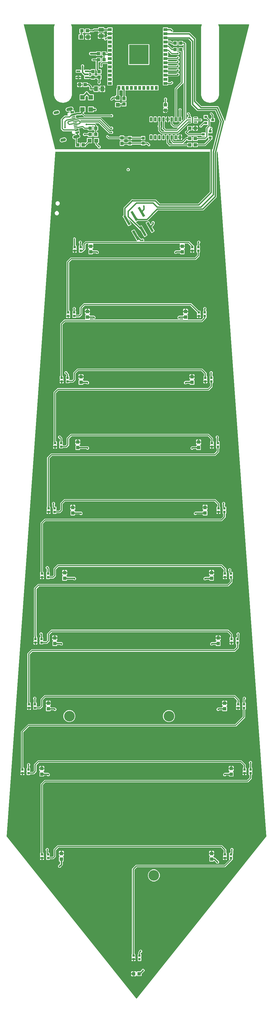
<source format=gbr>
G04 EAGLE Gerber RS-274X export*
G75*
%MOMM*%
%FSLAX34Y34*%
%LPD*%
%INTop Copper*%
%IPPOS*%
%AMOC8*
5,1,8,0,0,1.08239X$1,22.5*%
G01*
%ADD10R,1.000000X1.100000*%
%ADD11R,1.100000X1.000000*%
%ADD12R,1.075000X1.000000*%
%ADD13R,1.240000X1.500000*%
%ADD14R,1.200000X0.550000*%
%ADD15R,0.900000X0.900000*%
%ADD16R,1.200000X1.200000*%
%ADD17R,1.000000X1.075000*%
%ADD18R,0.900000X0.800000*%
%ADD19R,1.500000X1.240000*%
%ADD20R,1.200000X0.900000*%
%ADD21R,0.900000X1.200000*%
%ADD22R,6.000000X6.000000*%
%ADD23C,0.155000*%
%ADD24C,0.195000*%
%ADD25R,0.736600X3.251200*%
%ADD26R,0.700000X0.700000*%
%ADD27R,1.400000X1.400000*%
%ADD28R,0.600000X1.140000*%
%ADD29R,0.300000X1.140000*%
%ADD30C,0.900000*%
%ADD31C,3.251200*%
%ADD32C,0.525000*%
%ADD33C,0.406400*%
%ADD34C,0.304800*%
%ADD35C,0.402400*%
%ADD36C,0.600000*%
%ADD37C,0.508000*%
%ADD38C,0.355600*%
%ADD39C,0.609600*%
%ADD40C,0.254000*%

G36*
X39Y-2996285D02*
X39Y-2996285D01*
X59Y-2996286D01*
X160Y-2996262D01*
X262Y-2996242D01*
X279Y-2996233D01*
X298Y-2996228D01*
X386Y-2996173D01*
X476Y-2996122D01*
X493Y-2996104D01*
X506Y-2996096D01*
X526Y-2996072D01*
X594Y-2996003D01*
X397730Y-2499584D01*
X397767Y-2499517D01*
X397813Y-2499456D01*
X397827Y-2499411D01*
X397850Y-2499370D01*
X397865Y-2499295D01*
X397888Y-2499222D01*
X397890Y-2499158D01*
X397896Y-2499128D01*
X397893Y-2499102D01*
X397895Y-2499054D01*
X248141Y-402506D01*
X248114Y-402394D01*
X248090Y-402280D01*
X248086Y-402274D01*
X248084Y-402266D01*
X248023Y-402169D01*
X247964Y-402069D01*
X247958Y-402064D01*
X247954Y-402058D01*
X247865Y-401985D01*
X247777Y-401909D01*
X247770Y-401906D01*
X247764Y-401902D01*
X247657Y-401861D01*
X247548Y-401817D01*
X247540Y-401816D01*
X247534Y-401814D01*
X247513Y-401813D01*
X247382Y-401799D01*
X247235Y-401799D01*
X247185Y-401807D01*
X247135Y-401805D01*
X247064Y-401827D01*
X246992Y-401839D01*
X246947Y-401862D01*
X246899Y-401877D01*
X246839Y-401919D01*
X246774Y-401954D01*
X246740Y-401990D01*
X246699Y-402019D01*
X246656Y-402079D01*
X246605Y-402132D01*
X246584Y-402177D01*
X246554Y-402218D01*
X246512Y-402332D01*
X246501Y-402355D01*
X246500Y-402363D01*
X246496Y-402375D01*
X245387Y-406810D01*
X245387Y-406819D01*
X245383Y-406827D01*
X245365Y-406994D01*
X245365Y-541434D01*
X242761Y-544038D01*
X204884Y-581915D01*
X65499Y-581915D01*
X65409Y-581929D01*
X65318Y-581937D01*
X65288Y-581949D01*
X65256Y-581954D01*
X65176Y-581997D01*
X65092Y-582033D01*
X65060Y-582059D01*
X65039Y-582070D01*
X65017Y-582093D01*
X64961Y-582138D01*
X33434Y-613665D01*
X4748Y-613665D01*
X4635Y-613683D01*
X4521Y-613699D01*
X4512Y-613703D01*
X4505Y-613704D01*
X4486Y-613715D01*
X4367Y-613767D01*
X-1471Y-617137D01*
X-1562Y-617212D01*
X-1656Y-617287D01*
X-1658Y-617291D01*
X-1661Y-617293D01*
X-1724Y-617393D01*
X-1789Y-617494D01*
X-1790Y-617498D01*
X-1792Y-617502D01*
X-1820Y-617617D01*
X-1849Y-617733D01*
X-1848Y-617737D01*
X-1849Y-617741D01*
X-1839Y-617860D01*
X-1830Y-617978D01*
X-1828Y-617982D01*
X-1828Y-617986D01*
X-1779Y-618096D01*
X-1733Y-618204D01*
X-1730Y-618208D01*
X-1729Y-618211D01*
X-1719Y-618221D01*
X-1628Y-618335D01*
X9528Y-629492D01*
X9564Y-629517D01*
X9593Y-629550D01*
X9663Y-629588D01*
X9728Y-629635D01*
X9770Y-629648D01*
X9808Y-629669D01*
X9886Y-629684D01*
X9963Y-629707D01*
X10007Y-629706D01*
X10050Y-629714D01*
X10129Y-629703D01*
X10209Y-629701D01*
X10250Y-629686D01*
X10293Y-629680D01*
X10426Y-629621D01*
X10440Y-629617D01*
X10442Y-629614D01*
X10447Y-629612D01*
X14459Y-627296D01*
X16086Y-627732D01*
X33184Y-657346D01*
X32748Y-658973D01*
X24911Y-663498D01*
X23284Y-663062D01*
X11972Y-643469D01*
X11962Y-643457D01*
X11956Y-643442D01*
X11851Y-643311D01*
X-22152Y-609308D01*
X-22172Y-609294D01*
X-22187Y-609275D01*
X-22271Y-609222D01*
X-22352Y-609164D01*
X-22375Y-609157D01*
X-22395Y-609145D01*
X-22492Y-609121D01*
X-22587Y-609092D01*
X-22611Y-609093D01*
X-22635Y-609087D01*
X-22734Y-609096D01*
X-22833Y-609098D01*
X-22856Y-609107D01*
X-22880Y-609109D01*
X-22971Y-609149D01*
X-23064Y-609183D01*
X-23083Y-609198D01*
X-23105Y-609208D01*
X-23178Y-609274D01*
X-23256Y-609337D01*
X-23269Y-609357D01*
X-23287Y-609373D01*
X-23335Y-609460D01*
X-23389Y-609543D01*
X-23395Y-609567D01*
X-23407Y-609588D01*
X-23425Y-609686D01*
X-23449Y-609782D01*
X-23447Y-609806D01*
X-23452Y-609830D01*
X-23438Y-609928D01*
X-23430Y-610027D01*
X-23421Y-610049D01*
X-23417Y-610073D01*
X-23350Y-610227D01*
X-15483Y-623852D01*
X-15919Y-625479D01*
X-23756Y-630004D01*
X-25383Y-629568D01*
X-36695Y-609975D01*
X-36705Y-609963D01*
X-36711Y-609948D01*
X-36816Y-609817D01*
X-37085Y-609549D01*
X-37085Y-609504D01*
X-37103Y-609391D01*
X-37119Y-609277D01*
X-37123Y-609268D01*
X-37124Y-609262D01*
X-37135Y-609242D01*
X-37187Y-609124D01*
X-42481Y-599954D01*
X-42045Y-598327D01*
X-40005Y-597149D01*
X-39953Y-597107D01*
X-39895Y-597072D01*
X-39859Y-597029D01*
X-39815Y-596994D01*
X-39779Y-596936D01*
X-39735Y-596885D01*
X-39714Y-596833D01*
X-39684Y-596785D01*
X-39668Y-596720D01*
X-39643Y-596657D01*
X-39634Y-596578D01*
X-39627Y-596546D01*
X-39629Y-596525D01*
X-39625Y-596490D01*
X-39625Y-573626D01*
X-17581Y-551582D01*
X-17528Y-551508D01*
X-17468Y-551439D01*
X-17456Y-551409D01*
X-17437Y-551383D01*
X-17410Y-551296D01*
X-17376Y-551211D01*
X-17372Y-551170D01*
X-17365Y-551147D01*
X-17366Y-551115D01*
X-17358Y-551044D01*
X-17358Y-550521D01*
X-14629Y-547792D01*
X-10771Y-547792D01*
X-10401Y-548162D01*
X-10327Y-548216D01*
X-10257Y-548275D01*
X-10227Y-548287D01*
X-10201Y-548306D01*
X-10114Y-548333D01*
X-10029Y-548367D01*
X-9988Y-548371D01*
X-9966Y-548378D01*
X-9934Y-548377D01*
X-9862Y-548385D01*
X58834Y-548385D01*
X71311Y-560862D01*
X71385Y-560915D01*
X71454Y-560975D01*
X71484Y-560987D01*
X71510Y-561006D01*
X71597Y-561033D01*
X71682Y-561067D01*
X71723Y-561071D01*
X71746Y-561078D01*
X71778Y-561077D01*
X71849Y-561085D01*
X188501Y-561085D01*
X188591Y-561071D01*
X188682Y-561063D01*
X188712Y-561051D01*
X188744Y-561046D01*
X188824Y-561003D01*
X188908Y-560967D01*
X188940Y-560941D01*
X188961Y-560930D01*
X188983Y-560907D01*
X189039Y-560862D01*
X224312Y-525589D01*
X224365Y-525515D01*
X224425Y-525446D01*
X224437Y-525416D01*
X224456Y-525390D01*
X224483Y-525303D01*
X224517Y-525218D01*
X224521Y-525177D01*
X224528Y-525154D01*
X224527Y-525122D01*
X224535Y-525051D01*
X224535Y-402560D01*
X224532Y-402540D01*
X224534Y-402521D01*
X224512Y-402419D01*
X224496Y-402317D01*
X224486Y-402300D01*
X224482Y-402280D01*
X224429Y-402191D01*
X224380Y-402100D01*
X224366Y-402086D01*
X224356Y-402069D01*
X224277Y-402002D01*
X224202Y-401931D01*
X224184Y-401922D01*
X224169Y-401909D01*
X224073Y-401870D01*
X223979Y-401827D01*
X223959Y-401825D01*
X223941Y-401817D01*
X223774Y-401799D01*
X-247382Y-401799D01*
X-247496Y-401817D01*
X-247610Y-401834D01*
X-247617Y-401837D01*
X-247625Y-401839D01*
X-247726Y-401892D01*
X-247830Y-401945D01*
X-247835Y-401950D01*
X-247842Y-401954D01*
X-247922Y-402038D01*
X-248003Y-402120D01*
X-248006Y-402126D01*
X-248011Y-402132D01*
X-248060Y-402237D01*
X-248111Y-402341D01*
X-248112Y-402350D01*
X-248115Y-402355D01*
X-248117Y-402376D01*
X-248141Y-402506D01*
X-397895Y-2499054D01*
X-397888Y-2499130D01*
X-397890Y-2499207D01*
X-397877Y-2499252D01*
X-397872Y-2499299D01*
X-397841Y-2499369D01*
X-397819Y-2499442D01*
X-397785Y-2499496D01*
X-397773Y-2499524D01*
X-397755Y-2499543D01*
X-397730Y-2499584D01*
X-594Y-2996003D01*
X-517Y-2996073D01*
X-444Y-2996146D01*
X-427Y-2996154D01*
X-412Y-2996168D01*
X-316Y-2996209D01*
X-224Y-2996255D01*
X-204Y-2996258D01*
X-186Y-2996266D01*
X-83Y-2996274D01*
X20Y-2996288D01*
X39Y-2996285D01*
G37*
G36*
X232399Y-394440D02*
X232399Y-394440D01*
X232453Y-394442D01*
X232519Y-394421D01*
X232587Y-394410D01*
X232634Y-394384D01*
X232686Y-394368D01*
X232741Y-394327D01*
X232802Y-394295D01*
X232839Y-394255D01*
X232882Y-394223D01*
X232922Y-394167D01*
X232969Y-394117D01*
X232991Y-394067D01*
X233022Y-394023D01*
X233065Y-393905D01*
X233070Y-393894D01*
X233070Y-393890D01*
X233072Y-393884D01*
X254422Y-309721D01*
X254426Y-309672D01*
X254439Y-309626D01*
X254436Y-309552D01*
X254442Y-309477D01*
X254431Y-309430D01*
X254428Y-309382D01*
X254384Y-309241D01*
X240701Y-277315D01*
X240639Y-277217D01*
X240576Y-277116D01*
X240572Y-277113D01*
X240570Y-277109D01*
X240478Y-277036D01*
X240388Y-276961D01*
X240383Y-276960D01*
X240379Y-276957D01*
X240268Y-276916D01*
X240160Y-276875D01*
X240153Y-276875D01*
X240150Y-276873D01*
X240138Y-276873D01*
X240013Y-276861D01*
X186291Y-276861D01*
X167639Y-258209D01*
X167639Y-65748D01*
X167623Y-65652D01*
X167614Y-65555D01*
X167604Y-65532D01*
X167600Y-65507D01*
X167554Y-65421D01*
X167513Y-65332D01*
X167492Y-65307D01*
X167485Y-65292D01*
X167466Y-65275D01*
X167420Y-65218D01*
X159456Y-57254D01*
X159376Y-57197D01*
X159301Y-57135D01*
X159278Y-57127D01*
X159257Y-57112D01*
X159164Y-57084D01*
X159073Y-57049D01*
X159040Y-57046D01*
X159024Y-57041D01*
X158999Y-57042D01*
X158926Y-57035D01*
X97402Y-57035D01*
X97378Y-57039D01*
X97353Y-57036D01*
X97258Y-57058D01*
X97161Y-57074D01*
X97140Y-57086D01*
X97116Y-57092D01*
X97032Y-57143D01*
X96946Y-57189D01*
X96929Y-57207D01*
X96908Y-57220D01*
X96846Y-57296D01*
X96779Y-57367D01*
X96769Y-57390D01*
X96753Y-57409D01*
X96719Y-57500D01*
X96678Y-57590D01*
X96676Y-57614D01*
X96667Y-57637D01*
X96653Y-57784D01*
X96653Y-58312D01*
X96175Y-58790D01*
X96160Y-58810D01*
X96141Y-58826D01*
X96090Y-58909D01*
X96032Y-58989D01*
X96025Y-59012D01*
X96012Y-59033D01*
X95990Y-59128D01*
X95962Y-59222D01*
X95962Y-59247D01*
X95957Y-59270D01*
X95966Y-59368D01*
X95969Y-59466D01*
X95978Y-59489D01*
X95980Y-59513D01*
X96021Y-59603D01*
X96055Y-59694D01*
X96071Y-59713D01*
X96081Y-59736D01*
X96175Y-59850D01*
X96653Y-60328D01*
X96653Y-61364D01*
X96657Y-61388D01*
X96654Y-61413D01*
X96676Y-61508D01*
X96692Y-61605D01*
X96704Y-61626D01*
X96710Y-61650D01*
X96761Y-61734D01*
X96807Y-61820D01*
X96825Y-61837D01*
X96838Y-61858D01*
X96914Y-61920D01*
X96985Y-61987D01*
X97008Y-61997D01*
X97027Y-62013D01*
X97118Y-62047D01*
X97208Y-62088D01*
X97232Y-62090D01*
X97255Y-62099D01*
X97402Y-62113D01*
X105243Y-62113D01*
X109204Y-66074D01*
X109283Y-66131D01*
X109358Y-66193D01*
X109382Y-66201D01*
X109402Y-66216D01*
X109495Y-66244D01*
X109587Y-66279D01*
X109620Y-66282D01*
X109636Y-66287D01*
X109661Y-66286D01*
X109734Y-66293D01*
X110343Y-66293D01*
X110367Y-66289D01*
X110392Y-66292D01*
X110487Y-66270D01*
X110584Y-66254D01*
X110605Y-66242D01*
X110629Y-66236D01*
X110713Y-66185D01*
X110799Y-66139D01*
X110816Y-66121D01*
X110837Y-66108D01*
X110899Y-66032D01*
X110966Y-65961D01*
X110976Y-65938D01*
X110992Y-65919D01*
X111026Y-65828D01*
X111067Y-65738D01*
X111069Y-65714D01*
X111078Y-65691D01*
X111092Y-65544D01*
X111092Y-64008D01*
X112283Y-62817D01*
X124717Y-62817D01*
X125908Y-64008D01*
X125908Y-75692D01*
X124717Y-76883D01*
X112283Y-76883D01*
X111092Y-75692D01*
X111092Y-74156D01*
X111088Y-74132D01*
X111091Y-74107D01*
X111069Y-74012D01*
X111053Y-73915D01*
X111041Y-73894D01*
X111035Y-73870D01*
X110984Y-73786D01*
X110938Y-73700D01*
X110920Y-73683D01*
X110907Y-73662D01*
X110831Y-73600D01*
X110760Y-73533D01*
X110737Y-73523D01*
X110718Y-73507D01*
X110627Y-73473D01*
X110537Y-73432D01*
X110513Y-73430D01*
X110490Y-73421D01*
X110343Y-73407D01*
X106477Y-73407D01*
X102516Y-69446D01*
X102437Y-69389D01*
X102362Y-69327D01*
X102338Y-69319D01*
X102318Y-69304D01*
X102225Y-69276D01*
X102133Y-69241D01*
X102100Y-69238D01*
X102084Y-69233D01*
X102059Y-69234D01*
X101986Y-69227D01*
X97402Y-69227D01*
X97378Y-69231D01*
X97353Y-69228D01*
X97258Y-69250D01*
X97161Y-69266D01*
X97140Y-69278D01*
X97116Y-69284D01*
X97032Y-69335D01*
X96946Y-69381D01*
X96929Y-69399D01*
X96908Y-69412D01*
X96846Y-69488D01*
X96779Y-69559D01*
X96769Y-69582D01*
X96753Y-69601D01*
X96719Y-69692D01*
X96678Y-69782D01*
X96676Y-69806D01*
X96667Y-69829D01*
X96653Y-69976D01*
X96653Y-71012D01*
X96175Y-71490D01*
X96160Y-71510D01*
X96141Y-71526D01*
X96090Y-71609D01*
X96032Y-71689D01*
X96025Y-71712D01*
X96012Y-71733D01*
X95990Y-71828D01*
X95962Y-71922D01*
X95962Y-71947D01*
X95957Y-71970D01*
X95966Y-72068D01*
X95969Y-72166D01*
X95978Y-72189D01*
X95980Y-72213D01*
X96021Y-72303D01*
X96055Y-72394D01*
X96071Y-72413D01*
X96081Y-72436D01*
X96175Y-72550D01*
X96653Y-73028D01*
X96653Y-74064D01*
X96657Y-74088D01*
X96654Y-74113D01*
X96676Y-74208D01*
X96692Y-74305D01*
X96704Y-74326D01*
X96710Y-74350D01*
X96761Y-74434D01*
X96807Y-74520D01*
X96825Y-74537D01*
X96838Y-74558D01*
X96914Y-74620D01*
X96985Y-74687D01*
X97008Y-74697D01*
X97027Y-74713D01*
X97118Y-74747D01*
X97208Y-74788D01*
X97232Y-74790D01*
X97255Y-74799D01*
X97402Y-74813D01*
X98893Y-74813D01*
X109204Y-85124D01*
X109283Y-85181D01*
X109358Y-85243D01*
X109382Y-85251D01*
X109402Y-85266D01*
X109495Y-85294D01*
X109587Y-85329D01*
X109620Y-85332D01*
X109636Y-85337D01*
X109661Y-85336D01*
X109734Y-85343D01*
X110343Y-85343D01*
X110367Y-85339D01*
X110392Y-85342D01*
X110487Y-85320D01*
X110584Y-85304D01*
X110605Y-85292D01*
X110629Y-85286D01*
X110713Y-85235D01*
X110799Y-85189D01*
X110816Y-85171D01*
X110837Y-85158D01*
X110899Y-85082D01*
X110966Y-85011D01*
X110976Y-84988D01*
X110992Y-84969D01*
X111026Y-84878D01*
X111067Y-84788D01*
X111069Y-84764D01*
X111078Y-84741D01*
X111092Y-84594D01*
X111092Y-83058D01*
X112283Y-81867D01*
X124717Y-81867D01*
X125908Y-83058D01*
X125908Y-94742D01*
X124987Y-95663D01*
X124944Y-95723D01*
X124893Y-95777D01*
X124873Y-95821D01*
X124844Y-95862D01*
X124823Y-95932D01*
X124793Y-95999D01*
X124788Y-96048D01*
X124773Y-96095D01*
X124776Y-96168D01*
X124769Y-96242D01*
X124780Y-96290D01*
X124781Y-96339D01*
X124807Y-96408D01*
X124824Y-96479D01*
X124850Y-96521D01*
X124867Y-96567D01*
X124914Y-96624D01*
X124953Y-96687D01*
X124991Y-96718D01*
X125022Y-96756D01*
X125084Y-96795D01*
X125141Y-96842D01*
X125187Y-96859D01*
X125229Y-96885D01*
X125301Y-96902D01*
X125369Y-96928D01*
X125442Y-96935D01*
X125467Y-96941D01*
X125483Y-96939D01*
X125516Y-96942D01*
X128484Y-96942D01*
X128556Y-96930D01*
X128630Y-96928D01*
X128676Y-96911D01*
X128724Y-96903D01*
X128789Y-96868D01*
X128858Y-96842D01*
X128896Y-96811D01*
X128940Y-96788D01*
X128983Y-96741D01*
X128998Y-96802D01*
X129005Y-96875D01*
X129025Y-96920D01*
X129036Y-96968D01*
X129075Y-97031D01*
X129105Y-97098D01*
X129152Y-97154D01*
X129165Y-97176D01*
X129178Y-97186D01*
X129199Y-97212D01*
X131658Y-99671D01*
X131658Y-103529D01*
X128929Y-106258D01*
X125071Y-106258D01*
X124189Y-105376D01*
X124110Y-105319D01*
X124035Y-105257D01*
X124011Y-105249D01*
X123991Y-105234D01*
X123897Y-105206D01*
X123806Y-105171D01*
X123773Y-105168D01*
X123757Y-105163D01*
X123732Y-105164D01*
X123659Y-105157D01*
X106477Y-105157D01*
X97722Y-96402D01*
X97702Y-96388D01*
X97687Y-96369D01*
X97604Y-96317D01*
X97524Y-96260D01*
X97500Y-96253D01*
X97480Y-96240D01*
X97384Y-96218D01*
X97290Y-96189D01*
X97266Y-96190D01*
X97242Y-96184D01*
X97144Y-96194D01*
X97046Y-96197D01*
X97024Y-96206D01*
X96999Y-96208D01*
X96910Y-96248D01*
X96818Y-96283D01*
X96799Y-96298D01*
X96777Y-96309D01*
X96663Y-96402D01*
X96175Y-96890D01*
X96160Y-96910D01*
X96141Y-96926D01*
X96089Y-97009D01*
X96032Y-97089D01*
X96025Y-97112D01*
X96012Y-97133D01*
X95990Y-97228D01*
X95962Y-97322D01*
X95962Y-97347D01*
X95957Y-97370D01*
X95966Y-97468D01*
X95969Y-97566D01*
X95978Y-97589D01*
X95980Y-97613D01*
X96021Y-97703D01*
X96055Y-97794D01*
X96071Y-97813D01*
X96081Y-97836D01*
X96175Y-97950D01*
X96653Y-98428D01*
X96653Y-109112D01*
X96175Y-109590D01*
X96160Y-109610D01*
X96141Y-109626D01*
X96089Y-109709D01*
X96032Y-109789D01*
X96025Y-109812D01*
X96012Y-109833D01*
X95990Y-109928D01*
X95962Y-110022D01*
X95962Y-110046D01*
X95957Y-110070D01*
X95966Y-110168D01*
X95969Y-110266D01*
X95978Y-110289D01*
X95980Y-110313D01*
X96021Y-110403D01*
X96055Y-110494D01*
X96071Y-110513D01*
X96081Y-110536D01*
X96175Y-110650D01*
X96653Y-111128D01*
X96653Y-112164D01*
X96657Y-112188D01*
X96654Y-112213D01*
X96676Y-112308D01*
X96692Y-112405D01*
X96704Y-112426D01*
X96710Y-112450D01*
X96761Y-112534D01*
X96807Y-112620D01*
X96825Y-112637D01*
X96838Y-112658D01*
X96914Y-112720D01*
X96985Y-112787D01*
X97008Y-112797D01*
X97027Y-112813D01*
X97118Y-112847D01*
X97208Y-112888D01*
X97232Y-112890D01*
X97255Y-112899D01*
X97402Y-112913D01*
X121593Y-112913D01*
X121617Y-112909D01*
X121642Y-112912D01*
X121737Y-112890D01*
X121834Y-112874D01*
X121855Y-112862D01*
X121879Y-112856D01*
X121963Y-112805D01*
X122049Y-112759D01*
X122066Y-112741D01*
X122087Y-112728D01*
X122149Y-112652D01*
X122216Y-112581D01*
X122226Y-112558D01*
X122242Y-112539D01*
X122276Y-112448D01*
X122285Y-112428D01*
X125071Y-109642D01*
X128929Y-109642D01*
X131658Y-112371D01*
X131658Y-116229D01*
X128929Y-118958D01*
X127683Y-118958D01*
X127586Y-118974D01*
X127489Y-118983D01*
X127467Y-118993D01*
X127442Y-118997D01*
X127356Y-119043D01*
X127267Y-119084D01*
X127241Y-119105D01*
X127227Y-119112D01*
X127210Y-119131D01*
X127153Y-119177D01*
X126303Y-120027D01*
X97402Y-120027D01*
X97378Y-120031D01*
X97353Y-120028D01*
X97258Y-120050D01*
X97161Y-120066D01*
X97140Y-120078D01*
X97116Y-120084D01*
X97032Y-120135D01*
X96946Y-120181D01*
X96929Y-120199D01*
X96908Y-120212D01*
X96846Y-120288D01*
X96779Y-120359D01*
X96769Y-120382D01*
X96753Y-120401D01*
X96719Y-120492D01*
X96678Y-120582D01*
X96676Y-120606D01*
X96667Y-120629D01*
X96653Y-120776D01*
X96653Y-121812D01*
X96175Y-122290D01*
X96160Y-122310D01*
X96141Y-122326D01*
X96090Y-122409D01*
X96032Y-122489D01*
X96025Y-122512D01*
X96012Y-122533D01*
X95990Y-122628D01*
X95962Y-122722D01*
X95962Y-122747D01*
X95957Y-122770D01*
X95966Y-122868D01*
X95969Y-122966D01*
X95978Y-122989D01*
X95980Y-123013D01*
X96021Y-123103D01*
X96055Y-123194D01*
X96071Y-123213D01*
X96081Y-123236D01*
X96175Y-123350D01*
X96653Y-123828D01*
X96653Y-124864D01*
X96657Y-124888D01*
X96654Y-124913D01*
X96676Y-125008D01*
X96692Y-125105D01*
X96704Y-125126D01*
X96710Y-125150D01*
X96761Y-125234D01*
X96807Y-125320D01*
X96825Y-125337D01*
X96838Y-125358D01*
X96914Y-125420D01*
X96985Y-125487D01*
X97008Y-125497D01*
X97027Y-125513D01*
X97118Y-125547D01*
X97208Y-125588D01*
X97232Y-125590D01*
X97255Y-125599D01*
X97402Y-125613D01*
X121593Y-125613D01*
X121617Y-125609D01*
X121642Y-125612D01*
X121737Y-125590D01*
X121834Y-125574D01*
X121855Y-125562D01*
X121879Y-125556D01*
X121963Y-125505D01*
X122049Y-125459D01*
X122066Y-125441D01*
X122087Y-125428D01*
X122149Y-125352D01*
X122216Y-125281D01*
X122226Y-125258D01*
X122242Y-125239D01*
X122276Y-125148D01*
X122285Y-125128D01*
X125071Y-122342D01*
X128929Y-122342D01*
X131658Y-125071D01*
X131658Y-128929D01*
X128929Y-131658D01*
X127683Y-131658D01*
X127586Y-131674D01*
X127489Y-131683D01*
X127467Y-131693D01*
X127442Y-131697D01*
X127356Y-131743D01*
X127267Y-131784D01*
X127241Y-131805D01*
X127227Y-131812D01*
X127210Y-131831D01*
X127153Y-131877D01*
X126303Y-132727D01*
X97402Y-132727D01*
X97378Y-132731D01*
X97353Y-132728D01*
X97258Y-132750D01*
X97161Y-132766D01*
X97140Y-132778D01*
X97116Y-132784D01*
X97032Y-132835D01*
X96946Y-132881D01*
X96929Y-132899D01*
X96908Y-132912D01*
X96846Y-132988D01*
X96779Y-133059D01*
X96769Y-133082D01*
X96753Y-133101D01*
X96719Y-133192D01*
X96678Y-133282D01*
X96676Y-133306D01*
X96667Y-133329D01*
X96653Y-133476D01*
X96653Y-134512D01*
X96175Y-134990D01*
X96160Y-135010D01*
X96141Y-135026D01*
X96090Y-135109D01*
X96032Y-135189D01*
X96025Y-135212D01*
X96012Y-135233D01*
X95990Y-135328D01*
X95962Y-135422D01*
X95962Y-135447D01*
X95957Y-135470D01*
X95966Y-135568D01*
X95969Y-135666D01*
X95978Y-135689D01*
X95980Y-135713D01*
X96021Y-135803D01*
X96055Y-135894D01*
X96071Y-135913D01*
X96081Y-135936D01*
X96175Y-136050D01*
X96653Y-136528D01*
X96653Y-137564D01*
X96657Y-137588D01*
X96654Y-137613D01*
X96676Y-137708D01*
X96692Y-137805D01*
X96704Y-137826D01*
X96710Y-137850D01*
X96761Y-137934D01*
X96807Y-138020D01*
X96825Y-138037D01*
X96838Y-138058D01*
X96914Y-138120D01*
X96985Y-138187D01*
X97008Y-138197D01*
X97027Y-138213D01*
X97118Y-138247D01*
X97208Y-138288D01*
X97232Y-138290D01*
X97255Y-138299D01*
X97402Y-138313D01*
X121593Y-138313D01*
X121617Y-138309D01*
X121642Y-138312D01*
X121737Y-138290D01*
X121834Y-138274D01*
X121855Y-138262D01*
X121879Y-138256D01*
X121963Y-138205D01*
X122049Y-138159D01*
X122066Y-138141D01*
X122087Y-138128D01*
X122149Y-138052D01*
X122216Y-137981D01*
X122226Y-137958D01*
X122242Y-137939D01*
X122276Y-137848D01*
X122285Y-137828D01*
X125071Y-135042D01*
X128929Y-135042D01*
X131658Y-137771D01*
X131658Y-141629D01*
X128929Y-144358D01*
X127683Y-144358D01*
X127586Y-144374D01*
X127489Y-144383D01*
X127467Y-144393D01*
X127442Y-144397D01*
X127356Y-144443D01*
X127267Y-144484D01*
X127241Y-144505D01*
X127227Y-144512D01*
X127210Y-144531D01*
X127153Y-144577D01*
X126303Y-145427D01*
X97402Y-145427D01*
X97378Y-145431D01*
X97353Y-145428D01*
X97258Y-145450D01*
X97161Y-145466D01*
X97140Y-145478D01*
X97116Y-145484D01*
X97032Y-145535D01*
X96946Y-145581D01*
X96929Y-145599D01*
X96908Y-145612D01*
X96846Y-145688D01*
X96779Y-145759D01*
X96769Y-145782D01*
X96753Y-145801D01*
X96719Y-145892D01*
X96678Y-145982D01*
X96676Y-146006D01*
X96667Y-146029D01*
X96653Y-146176D01*
X96653Y-147212D01*
X96175Y-147690D01*
X96160Y-147710D01*
X96141Y-147726D01*
X96090Y-147809D01*
X96032Y-147889D01*
X96025Y-147912D01*
X96012Y-147933D01*
X95990Y-148028D01*
X95962Y-148122D01*
X95962Y-148147D01*
X95957Y-148170D01*
X95966Y-148268D01*
X95969Y-148366D01*
X95978Y-148389D01*
X95980Y-148413D01*
X96021Y-148503D01*
X96055Y-148594D01*
X96071Y-148613D01*
X96081Y-148636D01*
X96175Y-148750D01*
X96653Y-149228D01*
X96653Y-149756D01*
X96657Y-149780D01*
X96654Y-149805D01*
X96676Y-149900D01*
X96692Y-149997D01*
X96704Y-150018D01*
X96710Y-150042D01*
X96761Y-150126D01*
X96807Y-150212D01*
X96825Y-150229D01*
X96838Y-150250D01*
X96914Y-150312D01*
X96985Y-150379D01*
X97008Y-150389D01*
X97027Y-150405D01*
X97118Y-150439D01*
X97208Y-150480D01*
X97232Y-150482D01*
X97255Y-150491D01*
X97402Y-150505D01*
X121997Y-150505D01*
X122094Y-150489D01*
X122191Y-150480D01*
X122213Y-150470D01*
X122238Y-150466D01*
X122324Y-150420D01*
X122413Y-150379D01*
X122439Y-150358D01*
X122453Y-150351D01*
X122470Y-150332D01*
X122527Y-150286D01*
X125071Y-147742D01*
X128929Y-147742D01*
X131658Y-150471D01*
X131658Y-154329D01*
X128929Y-157058D01*
X128401Y-157058D01*
X128305Y-157074D01*
X128208Y-157083D01*
X128185Y-157093D01*
X128160Y-157097D01*
X128074Y-157143D01*
X127985Y-157184D01*
X127960Y-157205D01*
X127945Y-157212D01*
X127928Y-157231D01*
X127871Y-157277D01*
X126514Y-158635D01*
X97402Y-158635D01*
X97378Y-158639D01*
X97353Y-158636D01*
X97258Y-158658D01*
X97161Y-158674D01*
X97140Y-158686D01*
X97116Y-158692D01*
X97032Y-158743D01*
X96946Y-158789D01*
X96929Y-158807D01*
X96908Y-158820D01*
X96846Y-158896D01*
X96779Y-158967D01*
X96769Y-158990D01*
X96753Y-159009D01*
X96719Y-159100D01*
X96678Y-159190D01*
X96676Y-159214D01*
X96667Y-159237D01*
X96653Y-159384D01*
X96653Y-159912D01*
X96175Y-160390D01*
X96160Y-160410D01*
X96141Y-160426D01*
X96090Y-160509D01*
X96032Y-160589D01*
X96025Y-160612D01*
X96012Y-160633D01*
X95990Y-160728D01*
X95962Y-160822D01*
X95962Y-160847D01*
X95957Y-160870D01*
X95966Y-160968D01*
X95969Y-161066D01*
X95978Y-161089D01*
X95980Y-161113D01*
X96021Y-161203D01*
X96055Y-161294D01*
X96071Y-161313D01*
X96081Y-161336D01*
X96175Y-161450D01*
X96653Y-161928D01*
X96653Y-162456D01*
X96657Y-162480D01*
X96654Y-162505D01*
X96676Y-162600D01*
X96692Y-162697D01*
X96704Y-162718D01*
X96710Y-162742D01*
X96761Y-162826D01*
X96807Y-162912D01*
X96825Y-162929D01*
X96838Y-162950D01*
X96914Y-163012D01*
X96985Y-163079D01*
X97008Y-163089D01*
X97027Y-163105D01*
X97118Y-163139D01*
X97208Y-163180D01*
X97232Y-163182D01*
X97255Y-163191D01*
X97402Y-163205D01*
X121997Y-163205D01*
X122094Y-163189D01*
X122191Y-163180D01*
X122213Y-163170D01*
X122238Y-163166D01*
X122324Y-163120D01*
X122413Y-163079D01*
X122439Y-163058D01*
X122453Y-163051D01*
X122470Y-163032D01*
X122527Y-162986D01*
X125071Y-160442D01*
X128929Y-160442D01*
X131658Y-163171D01*
X131658Y-167029D01*
X128929Y-169758D01*
X128401Y-169758D01*
X128305Y-169774D01*
X128208Y-169783D01*
X128185Y-169793D01*
X128160Y-169797D01*
X128074Y-169843D01*
X127985Y-169884D01*
X127960Y-169905D01*
X127945Y-169912D01*
X127928Y-169931D01*
X127871Y-169977D01*
X126514Y-171335D01*
X97402Y-171335D01*
X97378Y-171339D01*
X97353Y-171336D01*
X97258Y-171358D01*
X97161Y-171374D01*
X97140Y-171386D01*
X97116Y-171392D01*
X97032Y-171443D01*
X96946Y-171489D01*
X96929Y-171507D01*
X96908Y-171520D01*
X96846Y-171596D01*
X96779Y-171667D01*
X96769Y-171690D01*
X96753Y-171709D01*
X96719Y-171800D01*
X96678Y-171890D01*
X96676Y-171914D01*
X96667Y-171937D01*
X96653Y-172084D01*
X96653Y-172612D01*
X96175Y-173090D01*
X96160Y-173110D01*
X96141Y-173126D01*
X96090Y-173209D01*
X96032Y-173289D01*
X96025Y-173312D01*
X96012Y-173333D01*
X95990Y-173428D01*
X95962Y-173522D01*
X95962Y-173547D01*
X95957Y-173570D01*
X95966Y-173668D01*
X95969Y-173766D01*
X95978Y-173789D01*
X95980Y-173813D01*
X96021Y-173903D01*
X96055Y-173994D01*
X96071Y-174013D01*
X96081Y-174036D01*
X96175Y-174150D01*
X96653Y-174628D01*
X96653Y-185312D01*
X96175Y-185790D01*
X96160Y-185810D01*
X96141Y-185826D01*
X96090Y-185909D01*
X96032Y-185989D01*
X96025Y-186012D01*
X96012Y-186033D01*
X95990Y-186128D01*
X95962Y-186222D01*
X95962Y-186247D01*
X95957Y-186270D01*
X95966Y-186368D01*
X95969Y-186466D01*
X95978Y-186489D01*
X95980Y-186513D01*
X96021Y-186603D01*
X96055Y-186694D01*
X96071Y-186713D01*
X96081Y-186736D01*
X96175Y-186850D01*
X96653Y-187328D01*
X96653Y-188364D01*
X96657Y-188388D01*
X96654Y-188413D01*
X96676Y-188508D01*
X96692Y-188605D01*
X96704Y-188626D01*
X96710Y-188650D01*
X96761Y-188734D01*
X96807Y-188820D01*
X96825Y-188837D01*
X96838Y-188858D01*
X96914Y-188920D01*
X96985Y-188987D01*
X97008Y-188997D01*
X97027Y-189013D01*
X97118Y-189047D01*
X97208Y-189088D01*
X97232Y-189090D01*
X97255Y-189099D01*
X97402Y-189113D01*
X103306Y-189113D01*
X103403Y-189097D01*
X103499Y-189088D01*
X103522Y-189078D01*
X103547Y-189074D01*
X103633Y-189028D01*
X103722Y-188987D01*
X103747Y-188966D01*
X103762Y-188959D01*
X103779Y-188940D01*
X103836Y-188894D01*
X106275Y-186455D01*
X109625Y-186455D01*
X111995Y-188825D01*
X111995Y-192175D01*
X109625Y-194545D01*
X109246Y-194545D01*
X109149Y-194561D01*
X109052Y-194570D01*
X109030Y-194580D01*
X109005Y-194584D01*
X108919Y-194630D01*
X108830Y-194671D01*
X108804Y-194692D01*
X108790Y-194699D01*
X108773Y-194718D01*
X108716Y-194764D01*
X107253Y-196227D01*
X97402Y-196227D01*
X97378Y-196231D01*
X97353Y-196228D01*
X97258Y-196250D01*
X97161Y-196266D01*
X97140Y-196278D01*
X97116Y-196284D01*
X97032Y-196335D01*
X96946Y-196381D01*
X96929Y-196399D01*
X96908Y-196412D01*
X96846Y-196488D01*
X96779Y-196559D01*
X96769Y-196582D01*
X96753Y-196601D01*
X96719Y-196692D01*
X96678Y-196782D01*
X96676Y-196806D01*
X96667Y-196829D01*
X96653Y-196976D01*
X96653Y-198012D01*
X95462Y-199203D01*
X81778Y-199203D01*
X80587Y-198012D01*
X80587Y-187328D01*
X81065Y-186850D01*
X81080Y-186830D01*
X81099Y-186814D01*
X81151Y-186731D01*
X81208Y-186651D01*
X81215Y-186628D01*
X81228Y-186607D01*
X81250Y-186512D01*
X81278Y-186418D01*
X81278Y-186394D01*
X81283Y-186370D01*
X81274Y-186272D01*
X81271Y-186174D01*
X81262Y-186151D01*
X81260Y-186127D01*
X81219Y-186037D01*
X81185Y-185946D01*
X81169Y-185927D01*
X81159Y-185904D01*
X81065Y-185790D01*
X80587Y-185312D01*
X80587Y-174628D01*
X81065Y-174150D01*
X81080Y-174130D01*
X81099Y-174114D01*
X81151Y-174031D01*
X81208Y-173951D01*
X81215Y-173928D01*
X81228Y-173907D01*
X81250Y-173812D01*
X81278Y-173718D01*
X81278Y-173694D01*
X81283Y-173670D01*
X81274Y-173572D01*
X81271Y-173474D01*
X81262Y-173451D01*
X81260Y-173427D01*
X81219Y-173337D01*
X81185Y-173246D01*
X81169Y-173227D01*
X81159Y-173204D01*
X81065Y-173090D01*
X80587Y-172612D01*
X80587Y-161928D01*
X81065Y-161450D01*
X81080Y-161430D01*
X81099Y-161414D01*
X81151Y-161331D01*
X81208Y-161251D01*
X81215Y-161228D01*
X81228Y-161207D01*
X81250Y-161112D01*
X81278Y-161018D01*
X81278Y-160994D01*
X81283Y-160970D01*
X81274Y-160872D01*
X81271Y-160774D01*
X81262Y-160751D01*
X81260Y-160727D01*
X81219Y-160637D01*
X81185Y-160546D01*
X81169Y-160527D01*
X81159Y-160504D01*
X81065Y-160390D01*
X80587Y-159912D01*
X80587Y-149228D01*
X81065Y-148750D01*
X81080Y-148730D01*
X81099Y-148714D01*
X81151Y-148631D01*
X81208Y-148551D01*
X81215Y-148528D01*
X81228Y-148507D01*
X81250Y-148412D01*
X81278Y-148318D01*
X81278Y-148294D01*
X81283Y-148270D01*
X81274Y-148172D01*
X81271Y-148074D01*
X81262Y-148051D01*
X81260Y-148027D01*
X81219Y-147937D01*
X81185Y-147846D01*
X81169Y-147827D01*
X81159Y-147804D01*
X81065Y-147690D01*
X80587Y-147212D01*
X80587Y-136528D01*
X81065Y-136050D01*
X81080Y-136030D01*
X81099Y-136014D01*
X81151Y-135931D01*
X81208Y-135851D01*
X81215Y-135828D01*
X81228Y-135807D01*
X81250Y-135712D01*
X81278Y-135618D01*
X81278Y-135594D01*
X81283Y-135570D01*
X81274Y-135472D01*
X81271Y-135374D01*
X81262Y-135351D01*
X81260Y-135327D01*
X81219Y-135237D01*
X81185Y-135146D01*
X81169Y-135127D01*
X81159Y-135104D01*
X81065Y-134990D01*
X80587Y-134512D01*
X80587Y-123828D01*
X81065Y-123350D01*
X81080Y-123330D01*
X81099Y-123314D01*
X81151Y-123231D01*
X81208Y-123151D01*
X81215Y-123128D01*
X81228Y-123107D01*
X81250Y-123012D01*
X81278Y-122918D01*
X81278Y-122894D01*
X81283Y-122870D01*
X81274Y-122772D01*
X81271Y-122674D01*
X81262Y-122651D01*
X81260Y-122627D01*
X81219Y-122537D01*
X81185Y-122446D01*
X81169Y-122427D01*
X81159Y-122404D01*
X81065Y-122290D01*
X80587Y-121812D01*
X80587Y-111128D01*
X81065Y-110650D01*
X81080Y-110630D01*
X81099Y-110614D01*
X81150Y-110531D01*
X81208Y-110451D01*
X81215Y-110428D01*
X81228Y-110407D01*
X81250Y-110312D01*
X81278Y-110218D01*
X81278Y-110193D01*
X81283Y-110170D01*
X81274Y-110072D01*
X81271Y-109974D01*
X81262Y-109951D01*
X81260Y-109927D01*
X81219Y-109837D01*
X81185Y-109746D01*
X81169Y-109727D01*
X81159Y-109704D01*
X81065Y-109590D01*
X80587Y-109112D01*
X80587Y-98428D01*
X81065Y-97950D01*
X81080Y-97930D01*
X81099Y-97914D01*
X81151Y-97831D01*
X81208Y-97751D01*
X81215Y-97728D01*
X81228Y-97707D01*
X81250Y-97612D01*
X81278Y-97518D01*
X81278Y-97494D01*
X81283Y-97470D01*
X81274Y-97372D01*
X81271Y-97274D01*
X81262Y-97251D01*
X81260Y-97227D01*
X81219Y-97137D01*
X81185Y-97046D01*
X81169Y-97027D01*
X81159Y-97004D01*
X81065Y-96890D01*
X80587Y-96412D01*
X80587Y-85728D01*
X81065Y-85250D01*
X81080Y-85230D01*
X81099Y-85214D01*
X81151Y-85131D01*
X81208Y-85051D01*
X81215Y-85028D01*
X81228Y-85007D01*
X81250Y-84912D01*
X81278Y-84818D01*
X81278Y-84794D01*
X81283Y-84770D01*
X81274Y-84672D01*
X81271Y-84574D01*
X81262Y-84551D01*
X81260Y-84527D01*
X81219Y-84437D01*
X81185Y-84346D01*
X81169Y-84327D01*
X81159Y-84304D01*
X81065Y-84190D01*
X80587Y-83712D01*
X80587Y-73028D01*
X81065Y-72550D01*
X81080Y-72530D01*
X81099Y-72514D01*
X81151Y-72431D01*
X81208Y-72351D01*
X81215Y-72328D01*
X81228Y-72307D01*
X81250Y-72212D01*
X81278Y-72118D01*
X81278Y-72094D01*
X81283Y-72070D01*
X81274Y-71972D01*
X81271Y-71874D01*
X81262Y-71851D01*
X81260Y-71827D01*
X81219Y-71737D01*
X81185Y-71646D01*
X81169Y-71627D01*
X81159Y-71604D01*
X81065Y-71490D01*
X80587Y-71012D01*
X80587Y-60328D01*
X81065Y-59850D01*
X81080Y-59830D01*
X81099Y-59814D01*
X81151Y-59731D01*
X81208Y-59651D01*
X81215Y-59628D01*
X81228Y-59607D01*
X81250Y-59512D01*
X81278Y-59418D01*
X81278Y-59394D01*
X81283Y-59370D01*
X81274Y-59272D01*
X81271Y-59174D01*
X81262Y-59151D01*
X81260Y-59127D01*
X81219Y-59037D01*
X81185Y-58946D01*
X81169Y-58927D01*
X81159Y-58904D01*
X81065Y-58790D01*
X80587Y-58312D01*
X80587Y-47628D01*
X81065Y-47150D01*
X81080Y-47130D01*
X81099Y-47114D01*
X81151Y-47031D01*
X81208Y-46951D01*
X81215Y-46928D01*
X81228Y-46907D01*
X81250Y-46812D01*
X81278Y-46718D01*
X81278Y-46694D01*
X81283Y-46670D01*
X81274Y-46572D01*
X81271Y-46474D01*
X81262Y-46451D01*
X81260Y-46427D01*
X81219Y-46337D01*
X81185Y-46246D01*
X81169Y-46227D01*
X81159Y-46204D01*
X81065Y-46090D01*
X80587Y-45612D01*
X80587Y-34928D01*
X81065Y-34450D01*
X81080Y-34430D01*
X81099Y-34414D01*
X81151Y-34331D01*
X81208Y-34251D01*
X81215Y-34228D01*
X81228Y-34207D01*
X81250Y-34112D01*
X81278Y-34018D01*
X81278Y-33994D01*
X81283Y-33970D01*
X81274Y-33872D01*
X81271Y-33774D01*
X81262Y-33751D01*
X81260Y-33727D01*
X81219Y-33637D01*
X81185Y-33546D01*
X81169Y-33527D01*
X81159Y-33504D01*
X81065Y-33390D01*
X80587Y-32912D01*
X80587Y-22228D01*
X81778Y-21037D01*
X95462Y-21037D01*
X96653Y-22228D01*
X96653Y-22756D01*
X96657Y-22780D01*
X96654Y-22805D01*
X96676Y-22900D01*
X96692Y-22997D01*
X96704Y-23018D01*
X96710Y-23042D01*
X96761Y-23126D01*
X96807Y-23212D01*
X96825Y-23229D01*
X96838Y-23250D01*
X96914Y-23312D01*
X96985Y-23379D01*
X97008Y-23389D01*
X97027Y-23405D01*
X97118Y-23439D01*
X97208Y-23480D01*
X97232Y-23482D01*
X97255Y-23491D01*
X97402Y-23505D01*
X105454Y-23505D01*
X112015Y-30066D01*
X112015Y-33434D01*
X110522Y-34926D01*
X110479Y-34986D01*
X110429Y-35040D01*
X110409Y-35084D01*
X110380Y-35125D01*
X110359Y-35195D01*
X110328Y-35262D01*
X110323Y-35311D01*
X110309Y-35358D01*
X110312Y-35431D01*
X110304Y-35505D01*
X110315Y-35553D01*
X110317Y-35602D01*
X110343Y-35671D01*
X110360Y-35742D01*
X110386Y-35784D01*
X110403Y-35830D01*
X110449Y-35887D01*
X110488Y-35950D01*
X110526Y-35981D01*
X110558Y-36019D01*
X110620Y-36058D01*
X110677Y-36105D01*
X110723Y-36122D01*
X110765Y-36148D01*
X110836Y-36165D01*
X110905Y-36191D01*
X110978Y-36198D01*
X111002Y-36204D01*
X111019Y-36202D01*
X111052Y-36205D01*
X162604Y-36205D01*
X181865Y-55466D01*
X181865Y-245656D01*
X181881Y-245752D01*
X181890Y-245849D01*
X181900Y-245872D01*
X181904Y-245897D01*
X181950Y-245983D01*
X181991Y-246072D01*
X182012Y-246097D01*
X182019Y-246112D01*
X182038Y-246129D01*
X182084Y-246186D01*
X198314Y-262416D01*
X198394Y-262473D01*
X198469Y-262535D01*
X198492Y-262543D01*
X198513Y-262558D01*
X198606Y-262586D01*
X198697Y-262621D01*
X198730Y-262624D01*
X198746Y-262629D01*
X198771Y-262628D01*
X198844Y-262635D01*
X246662Y-262635D01*
X246739Y-262623D01*
X246816Y-262619D01*
X246878Y-262600D01*
X246903Y-262596D01*
X246920Y-262587D01*
X246957Y-262575D01*
X247596Y-262301D01*
X248299Y-262582D01*
X248366Y-262596D01*
X248430Y-262621D01*
X248513Y-262629D01*
X248537Y-262634D01*
X248551Y-262633D01*
X248577Y-262635D01*
X249334Y-262635D01*
X249825Y-263127D01*
X249889Y-263172D01*
X249946Y-263225D01*
X250004Y-263255D01*
X250024Y-263269D01*
X250042Y-263275D01*
X250077Y-263293D01*
X250723Y-263551D01*
X251021Y-264247D01*
X251058Y-264305D01*
X251086Y-264367D01*
X251139Y-264432D01*
X251152Y-264452D01*
X251163Y-264461D01*
X251180Y-264481D01*
X251715Y-265016D01*
X251715Y-265712D01*
X251727Y-265789D01*
X251731Y-265866D01*
X251750Y-265928D01*
X251754Y-265953D01*
X251763Y-265970D01*
X251775Y-266007D01*
X269305Y-306909D01*
X269318Y-306930D01*
X269351Y-306999D01*
X269694Y-307571D01*
X269741Y-307626D01*
X269781Y-307688D01*
X269820Y-307719D01*
X269852Y-307757D01*
X269915Y-307794D01*
X269972Y-307840D01*
X270019Y-307857D01*
X270061Y-307882D01*
X270133Y-307898D01*
X270202Y-307922D01*
X270251Y-307923D01*
X270299Y-307933D01*
X270372Y-307925D01*
X270446Y-307926D01*
X270493Y-307911D01*
X270542Y-307906D01*
X270608Y-307874D01*
X270678Y-307852D01*
X270718Y-307822D01*
X270762Y-307801D01*
X270815Y-307750D01*
X270874Y-307706D01*
X270902Y-307666D01*
X270938Y-307632D01*
X270971Y-307566D01*
X271013Y-307506D01*
X271038Y-307437D01*
X271049Y-307415D01*
X271052Y-307398D01*
X271063Y-307367D01*
X344684Y-12882D01*
X344694Y-12767D01*
X344705Y-12651D01*
X344704Y-12645D01*
X344704Y-12639D01*
X344676Y-12527D01*
X344650Y-12414D01*
X344646Y-12408D01*
X344645Y-12402D01*
X344582Y-12305D01*
X344521Y-12206D01*
X344516Y-12202D01*
X344513Y-12197D01*
X344422Y-12125D01*
X344333Y-12052D01*
X344327Y-12049D01*
X344321Y-12045D01*
X344212Y-12006D01*
X344104Y-11965D01*
X344096Y-11965D01*
X344092Y-11963D01*
X344077Y-11963D01*
X343957Y-11951D01*
X250766Y-11951D01*
X250734Y-11956D01*
X250701Y-11954D01*
X250614Y-11976D01*
X250525Y-11990D01*
X250496Y-12006D01*
X250464Y-12014D01*
X250389Y-12063D01*
X250310Y-12105D01*
X250287Y-12129D01*
X250260Y-12147D01*
X250204Y-12218D01*
X250143Y-12284D01*
X250129Y-12313D01*
X250109Y-12339D01*
X250079Y-12424D01*
X250042Y-12506D01*
X250039Y-12538D01*
X250028Y-12569D01*
X250027Y-12659D01*
X250018Y-12749D01*
X250026Y-12780D01*
X250025Y-12813D01*
X250062Y-12956D01*
X252533Y-19745D01*
X252533Y-229455D01*
X249212Y-238579D01*
X242971Y-246017D01*
X234562Y-250871D01*
X225000Y-252557D01*
X215438Y-250871D01*
X207029Y-246017D01*
X200788Y-238579D01*
X197467Y-229455D01*
X197467Y-19745D01*
X199938Y-12956D01*
X199944Y-12924D01*
X199958Y-12894D01*
X199967Y-12805D01*
X199983Y-12716D01*
X199979Y-12684D01*
X199982Y-12651D01*
X199961Y-12564D01*
X199949Y-12475D01*
X199934Y-12446D01*
X199927Y-12414D01*
X199879Y-12337D01*
X199839Y-12257D01*
X199815Y-12234D01*
X199798Y-12206D01*
X199729Y-12149D01*
X199664Y-12086D01*
X199635Y-12072D01*
X199609Y-12052D01*
X199525Y-12020D01*
X199444Y-11981D01*
X199412Y-11977D01*
X199381Y-11965D01*
X199234Y-11951D01*
X-199234Y-11951D01*
X-199266Y-11956D01*
X-199299Y-11954D01*
X-199386Y-11976D01*
X-199475Y-11990D01*
X-199504Y-12006D01*
X-199536Y-12014D01*
X-199611Y-12063D01*
X-199690Y-12105D01*
X-199713Y-12129D01*
X-199740Y-12147D01*
X-199796Y-12218D01*
X-199857Y-12284D01*
X-199871Y-12313D01*
X-199891Y-12339D01*
X-199921Y-12424D01*
X-199958Y-12506D01*
X-199961Y-12538D01*
X-199972Y-12569D01*
X-199973Y-12659D01*
X-199982Y-12749D01*
X-199974Y-12780D01*
X-199975Y-12813D01*
X-199938Y-12956D01*
X-197467Y-19745D01*
X-197467Y-229455D01*
X-200788Y-238579D01*
X-207029Y-246017D01*
X-215438Y-250871D01*
X-225000Y-252557D01*
X-234562Y-250871D01*
X-242971Y-246017D01*
X-249212Y-238579D01*
X-252533Y-229455D01*
X-252533Y-19745D01*
X-250062Y-12956D01*
X-250056Y-12924D01*
X-250042Y-12894D01*
X-250033Y-12805D01*
X-250017Y-12716D01*
X-250021Y-12684D01*
X-250018Y-12651D01*
X-250039Y-12564D01*
X-250051Y-12475D01*
X-250066Y-12446D01*
X-250073Y-12414D01*
X-250121Y-12337D01*
X-250161Y-12257D01*
X-250185Y-12234D01*
X-250202Y-12206D01*
X-250271Y-12149D01*
X-250336Y-12086D01*
X-250365Y-12072D01*
X-250391Y-12052D01*
X-250475Y-12020D01*
X-250556Y-11981D01*
X-250588Y-11977D01*
X-250619Y-11965D01*
X-250766Y-11951D01*
X-343957Y-11951D01*
X-344072Y-11970D01*
X-344186Y-11986D01*
X-344192Y-11989D01*
X-344198Y-11990D01*
X-344300Y-12045D01*
X-344403Y-12098D01*
X-344408Y-12102D01*
X-344413Y-12105D01*
X-344492Y-12190D01*
X-344573Y-12273D01*
X-344576Y-12279D01*
X-344580Y-12284D01*
X-344628Y-12388D01*
X-344678Y-12493D01*
X-344678Y-12500D01*
X-344681Y-12506D01*
X-344692Y-12621D01*
X-344706Y-12736D01*
X-344705Y-12744D01*
X-344705Y-12749D01*
X-344702Y-12763D01*
X-344684Y-12882D01*
X-249434Y-393882D01*
X-249412Y-393932D01*
X-249400Y-393986D01*
X-249364Y-394044D01*
X-249337Y-394106D01*
X-249300Y-394147D01*
X-249271Y-394194D01*
X-249219Y-394236D01*
X-249174Y-394287D01*
X-249125Y-394313D01*
X-249083Y-394349D01*
X-249020Y-394372D01*
X-248960Y-394405D01*
X-248906Y-394415D01*
X-248854Y-394435D01*
X-248734Y-394447D01*
X-248720Y-394449D01*
X-248716Y-394448D01*
X-248707Y-394449D01*
X232346Y-394449D01*
X232399Y-394440D01*
G37*
%LPC*%
G36*
X-186167Y-388033D02*
X-186167Y-388033D01*
X-187358Y-386842D01*
X-187358Y-378933D01*
X-187374Y-378836D01*
X-187383Y-378739D01*
X-187393Y-378717D01*
X-187397Y-378692D01*
X-187443Y-378606D01*
X-187484Y-378517D01*
X-187505Y-378491D01*
X-187512Y-378477D01*
X-187531Y-378460D01*
X-187577Y-378403D01*
X-187582Y-378398D01*
X-187582Y-364457D01*
X-187585Y-364441D01*
X-187584Y-364431D01*
X-187588Y-364412D01*
X-187586Y-364379D01*
X-187608Y-364299D01*
X-187622Y-364216D01*
X-187641Y-364181D01*
X-187651Y-364144D01*
X-187698Y-364074D01*
X-187737Y-364001D01*
X-187766Y-363974D01*
X-187788Y-363941D01*
X-187854Y-363891D01*
X-187915Y-363834D01*
X-187951Y-363818D01*
X-187982Y-363794D01*
X-188061Y-363768D01*
X-188137Y-363733D01*
X-188176Y-363729D01*
X-188214Y-363717D01*
X-188297Y-363717D01*
X-188380Y-363709D01*
X-188418Y-363718D01*
X-188458Y-363718D01*
X-188470Y-363723D01*
X-188645Y-363706D01*
X-188653Y-363707D01*
X-188666Y-363705D01*
X-189147Y-363660D01*
X-189157Y-363661D01*
X-189167Y-363658D01*
X-189314Y-363663D01*
X-189981Y-363752D01*
X-190621Y-363542D01*
X-190631Y-363541D01*
X-190640Y-363536D01*
X-190785Y-363508D01*
X-191456Y-363446D01*
X-192033Y-363100D01*
X-192042Y-363096D01*
X-192050Y-363090D01*
X-192185Y-363030D01*
X-192825Y-362820D01*
X-193310Y-362354D01*
X-193318Y-362348D01*
X-193325Y-362340D01*
X-193443Y-362252D01*
X-194020Y-361906D01*
X-194390Y-361343D01*
X-194397Y-361335D01*
X-194401Y-361326D01*
X-194497Y-361214D01*
X-194982Y-360747D01*
X-195217Y-360117D01*
X-195222Y-360108D01*
X-195224Y-360098D01*
X-195293Y-359967D01*
X-195662Y-359404D01*
X-195751Y-358737D01*
X-195754Y-358727D01*
X-195754Y-358717D01*
X-195792Y-358574D01*
X-196027Y-357943D01*
X-195965Y-357273D01*
X-195965Y-357263D01*
X-195963Y-357253D01*
X-195968Y-357106D01*
X-196057Y-356438D01*
X-195847Y-355799D01*
X-195845Y-355789D01*
X-195841Y-355779D01*
X-195813Y-355634D01*
X-195751Y-354964D01*
X-195404Y-354387D01*
X-195400Y-354378D01*
X-195394Y-354370D01*
X-195334Y-354235D01*
X-195125Y-353595D01*
X-194659Y-353110D01*
X-194653Y-353101D01*
X-194645Y-353095D01*
X-194557Y-352977D01*
X-194210Y-352400D01*
X-193647Y-352030D01*
X-193640Y-352023D01*
X-193630Y-352019D01*
X-193518Y-351923D01*
X-193052Y-351438D01*
X-192421Y-351203D01*
X-192412Y-351198D01*
X-192402Y-351195D01*
X-192271Y-351127D01*
X-191868Y-350862D01*
X-191863Y-350857D01*
X-191856Y-350854D01*
X-191854Y-350853D01*
X-191850Y-350850D01*
X-191807Y-350822D01*
X-191766Y-350824D01*
X-191673Y-350835D01*
X-191635Y-350829D01*
X-191616Y-350830D01*
X-191592Y-350823D01*
X-191526Y-350813D01*
X-191109Y-350709D01*
X-191087Y-350700D01*
X-191029Y-350684D01*
X-190342Y-350428D01*
X-190315Y-350432D01*
X-190250Y-350449D01*
X-190195Y-350446D01*
X-190139Y-350452D01*
X-190022Y-350435D01*
X-190007Y-350434D01*
X-190002Y-350432D01*
X-189993Y-350431D01*
X-188220Y-349989D01*
X-188198Y-349979D01*
X-188174Y-349975D01*
X-188086Y-349931D01*
X-187996Y-349892D01*
X-187978Y-349876D01*
X-187956Y-349864D01*
X-187888Y-349794D01*
X-187815Y-349728D01*
X-187803Y-349707D01*
X-187786Y-349689D01*
X-187744Y-349601D01*
X-187696Y-349515D01*
X-187692Y-349491D01*
X-187682Y-349469D01*
X-187670Y-349372D01*
X-187652Y-349275D01*
X-187656Y-349251D01*
X-187653Y-349227D01*
X-187675Y-349080D01*
X-188063Y-347523D01*
X-188104Y-347427D01*
X-188141Y-347330D01*
X-188153Y-347316D01*
X-188160Y-347299D01*
X-188229Y-347222D01*
X-188296Y-347141D01*
X-188311Y-347131D01*
X-188323Y-347118D01*
X-188414Y-347067D01*
X-188503Y-347012D01*
X-188520Y-347008D01*
X-188537Y-346999D01*
X-188639Y-346980D01*
X-188740Y-346957D01*
X-188759Y-346958D01*
X-188777Y-346955D01*
X-188880Y-346970D01*
X-188983Y-346980D01*
X-189000Y-346988D01*
X-189018Y-346990D01*
X-189111Y-347038D01*
X-189206Y-347081D01*
X-189224Y-347096D01*
X-189235Y-347102D01*
X-189252Y-347119D01*
X-189320Y-347174D01*
X-190167Y-348022D01*
X-194336Y-348022D01*
X-197284Y-345073D01*
X-197284Y-340904D01*
X-197116Y-340736D01*
X-197073Y-340676D01*
X-197023Y-340622D01*
X-197002Y-340577D01*
X-196974Y-340537D01*
X-196952Y-340467D01*
X-196922Y-340400D01*
X-196917Y-340351D01*
X-196903Y-340304D01*
X-196905Y-340230D01*
X-196898Y-340157D01*
X-196909Y-340109D01*
X-196911Y-340060D01*
X-196936Y-339991D01*
X-196953Y-339920D01*
X-196979Y-339878D01*
X-196996Y-339831D01*
X-197043Y-339775D01*
X-197082Y-339712D01*
X-197120Y-339681D01*
X-197151Y-339643D01*
X-197213Y-339604D01*
X-197270Y-339557D01*
X-197316Y-339540D01*
X-197358Y-339514D01*
X-197430Y-339497D01*
X-197498Y-339471D01*
X-197572Y-339464D01*
X-197596Y-339458D01*
X-197612Y-339460D01*
X-197645Y-339457D01*
X-224733Y-339457D01*
X-231141Y-333048D01*
X-231141Y-301952D01*
X-220586Y-291397D01*
X-210670Y-291397D01*
X-210597Y-291385D01*
X-210524Y-291382D01*
X-210478Y-291365D01*
X-210429Y-291357D01*
X-210364Y-291322D01*
X-210295Y-291297D01*
X-210257Y-291265D01*
X-210214Y-291242D01*
X-210164Y-291189D01*
X-210107Y-291142D01*
X-210081Y-291100D01*
X-210047Y-291064D01*
X-210017Y-290997D01*
X-209978Y-290935D01*
X-209967Y-290887D01*
X-209946Y-290842D01*
X-209939Y-290769D01*
X-209922Y-290697D01*
X-209927Y-290648D01*
X-209922Y-290599D01*
X-209939Y-290527D01*
X-209946Y-290454D01*
X-209966Y-290409D01*
X-209977Y-290361D01*
X-210016Y-290299D01*
X-210046Y-290232D01*
X-210093Y-290175D01*
X-210106Y-290154D01*
X-210119Y-290143D01*
X-210140Y-290118D01*
X-211267Y-288990D01*
X-211267Y-284821D01*
X-208319Y-281873D01*
X-205390Y-281873D01*
X-205276Y-281854D01*
X-205162Y-281837D01*
X-205156Y-281834D01*
X-205150Y-281833D01*
X-205047Y-281779D01*
X-204945Y-281726D01*
X-204940Y-281721D01*
X-204934Y-281718D01*
X-204855Y-281634D01*
X-204775Y-281551D01*
X-204772Y-281545D01*
X-204767Y-281540D01*
X-204720Y-281435D01*
X-204670Y-281331D01*
X-204669Y-281324D01*
X-204667Y-281318D01*
X-204655Y-281204D01*
X-204642Y-281089D01*
X-204643Y-281080D01*
X-204643Y-281075D01*
X-204646Y-281061D01*
X-204663Y-280942D01*
X-205053Y-279378D01*
X-205063Y-279356D01*
X-205067Y-279332D01*
X-205111Y-279244D01*
X-205150Y-279154D01*
X-205167Y-279136D01*
X-205178Y-279114D01*
X-205248Y-279046D01*
X-205314Y-278973D01*
X-205335Y-278961D01*
X-205353Y-278944D01*
X-205441Y-278902D01*
X-205527Y-278854D01*
X-205551Y-278850D01*
X-205573Y-278840D01*
X-205671Y-278828D01*
X-205767Y-278810D01*
X-205791Y-278814D01*
X-205815Y-278811D01*
X-205962Y-278833D01*
X-207734Y-279275D01*
X-207786Y-279297D01*
X-207840Y-279309D01*
X-207897Y-279345D01*
X-207958Y-279371D01*
X-208000Y-279409D01*
X-208047Y-279438D01*
X-208050Y-279442D01*
X-208768Y-279537D01*
X-208791Y-279544D01*
X-208850Y-279553D01*
X-209268Y-279657D01*
X-209354Y-279694D01*
X-209443Y-279725D01*
X-209475Y-279746D01*
X-209492Y-279754D01*
X-209510Y-279770D01*
X-209525Y-279780D01*
X-209571Y-279776D01*
X-209579Y-279776D01*
X-209592Y-279774D01*
X-210073Y-279729D01*
X-210083Y-279730D01*
X-210093Y-279728D01*
X-210241Y-279733D01*
X-210908Y-279822D01*
X-211547Y-279612D01*
X-211557Y-279610D01*
X-211567Y-279606D01*
X-211712Y-279578D01*
X-212382Y-279516D01*
X-212959Y-279169D01*
X-212962Y-279168D01*
X-212965Y-279166D01*
X-212971Y-279163D01*
X-212976Y-279159D01*
X-213111Y-279099D01*
X-213751Y-278890D01*
X-214236Y-278424D01*
X-214245Y-278418D01*
X-214251Y-278410D01*
X-214370Y-278322D01*
X-214946Y-277975D01*
X-215316Y-277412D01*
X-215323Y-277405D01*
X-215327Y-277395D01*
X-215423Y-277283D01*
X-215908Y-276817D01*
X-216143Y-276186D01*
X-216148Y-276177D01*
X-216151Y-276167D01*
X-216219Y-276036D01*
X-216589Y-275474D01*
X-216677Y-274807D01*
X-216680Y-274797D01*
X-216680Y-274787D01*
X-216718Y-274644D01*
X-216953Y-274013D01*
X-216891Y-273343D01*
X-216891Y-273333D01*
X-216889Y-273323D01*
X-216894Y-273175D01*
X-216983Y-272508D01*
X-216773Y-271868D01*
X-216772Y-271858D01*
X-216767Y-271849D01*
X-216739Y-271704D01*
X-216677Y-271034D01*
X-216331Y-270457D01*
X-216327Y-270447D01*
X-216320Y-270439D01*
X-216261Y-270304D01*
X-216051Y-269665D01*
X-215585Y-269179D01*
X-215579Y-269171D01*
X-215571Y-269165D01*
X-215483Y-269046D01*
X-215136Y-268469D01*
X-214573Y-268100D01*
X-214566Y-268093D01*
X-214557Y-268088D01*
X-214444Y-267992D01*
X-213978Y-267507D01*
X-213347Y-267272D01*
X-213339Y-267267D01*
X-213329Y-267265D01*
X-213198Y-267196D01*
X-212794Y-266931D01*
X-212789Y-266927D01*
X-212784Y-266925D01*
X-212781Y-266922D01*
X-212777Y-266920D01*
X-212733Y-266891D01*
X-212692Y-266893D01*
X-212599Y-266904D01*
X-212561Y-266898D01*
X-212542Y-266899D01*
X-212519Y-266892D01*
X-212453Y-266882D01*
X-212035Y-266778D01*
X-212013Y-266769D01*
X-211955Y-266754D01*
X-211269Y-266498D01*
X-211241Y-266501D01*
X-211177Y-266519D01*
X-211121Y-266515D01*
X-211065Y-266522D01*
X-210948Y-266504D01*
X-210933Y-266504D01*
X-210928Y-266502D01*
X-210919Y-266500D01*
X-206745Y-265459D01*
X-206723Y-265450D01*
X-206639Y-265425D01*
X-206251Y-265264D01*
X-206053Y-265264D01*
X-206035Y-265261D01*
X-206017Y-265263D01*
X-205871Y-265242D01*
X-202169Y-264319D01*
X-202118Y-264296D01*
X-202063Y-264284D01*
X-202007Y-264248D01*
X-201945Y-264222D01*
X-201904Y-264184D01*
X-201856Y-264155D01*
X-201853Y-264151D01*
X-201136Y-264056D01*
X-201113Y-264049D01*
X-201053Y-264040D01*
X-200636Y-263936D01*
X-200550Y-263899D01*
X-200461Y-263868D01*
X-200429Y-263847D01*
X-200412Y-263839D01*
X-200394Y-263823D01*
X-200379Y-263813D01*
X-200332Y-263817D01*
X-200324Y-263817D01*
X-200311Y-263819D01*
X-199831Y-263864D01*
X-199821Y-263863D01*
X-199811Y-263865D01*
X-199663Y-263860D01*
X-198996Y-263772D01*
X-198356Y-263981D01*
X-198346Y-263983D01*
X-198337Y-263987D01*
X-198192Y-264015D01*
X-197522Y-264077D01*
X-196945Y-264424D01*
X-196935Y-264428D01*
X-196927Y-264434D01*
X-196792Y-264494D01*
X-196153Y-264703D01*
X-195667Y-265170D01*
X-195659Y-265175D01*
X-195652Y-265183D01*
X-195534Y-265272D01*
X-194957Y-265618D01*
X-194588Y-266181D01*
X-194581Y-266188D01*
X-194576Y-266198D01*
X-194480Y-266310D01*
X-193995Y-266776D01*
X-193760Y-267407D01*
X-193755Y-267416D01*
X-193753Y-267426D01*
X-193684Y-267557D01*
X-193315Y-268119D01*
X-193226Y-268787D01*
X-193223Y-268796D01*
X-193223Y-268807D01*
X-193186Y-268949D01*
X-192951Y-269580D01*
X-193013Y-270250D01*
X-193012Y-270261D01*
X-193014Y-270270D01*
X-193009Y-270418D01*
X-192921Y-271085D01*
X-193130Y-271725D01*
X-193132Y-271735D01*
X-193136Y-271744D01*
X-193164Y-271889D01*
X-193226Y-272559D01*
X-193573Y-273136D01*
X-193577Y-273146D01*
X-193583Y-273154D01*
X-193643Y-273289D01*
X-193852Y-273929D01*
X-193956Y-274037D01*
X-193976Y-274066D01*
X-194002Y-274089D01*
X-194045Y-274166D01*
X-194094Y-274238D01*
X-194104Y-274272D01*
X-194121Y-274302D01*
X-194137Y-274388D01*
X-194161Y-274473D01*
X-194159Y-274508D01*
X-194165Y-274542D01*
X-194152Y-274629D01*
X-194148Y-274716D01*
X-194135Y-274749D01*
X-194130Y-274784D01*
X-194090Y-274862D01*
X-194057Y-274943D01*
X-194035Y-274970D01*
X-194019Y-275001D01*
X-193956Y-275062D01*
X-193899Y-275129D01*
X-193869Y-275147D01*
X-193844Y-275171D01*
X-193765Y-275209D01*
X-193689Y-275253D01*
X-193655Y-275261D01*
X-193623Y-275276D01*
X-193536Y-275286D01*
X-193451Y-275304D01*
X-193416Y-275300D01*
X-193381Y-275304D01*
X-193235Y-275283D01*
X-191472Y-274843D01*
X-190029Y-275711D01*
X-188461Y-281998D01*
X-188451Y-282022D01*
X-188447Y-282048D01*
X-188403Y-282133D01*
X-188365Y-282222D01*
X-188347Y-282241D01*
X-188335Y-282265D01*
X-188265Y-282331D01*
X-188201Y-282403D01*
X-188178Y-282416D01*
X-188159Y-282434D01*
X-188072Y-282475D01*
X-187988Y-282522D01*
X-187962Y-282526D01*
X-187938Y-282537D01*
X-187842Y-282548D01*
X-187748Y-282566D01*
X-187722Y-282562D01*
X-187696Y-282565D01*
X-187550Y-282543D01*
X-184154Y-281679D01*
X-184150Y-281677D01*
X-184146Y-281677D01*
X-184038Y-281628D01*
X-183931Y-281581D01*
X-183928Y-281578D01*
X-183924Y-281576D01*
X-183809Y-281483D01*
X-183504Y-281177D01*
X-182276Y-281177D01*
X-182257Y-281174D01*
X-182238Y-281176D01*
X-182092Y-281154D01*
X-180902Y-280851D01*
X-180531Y-281072D01*
X-180526Y-281074D01*
X-180523Y-281077D01*
X-180413Y-281118D01*
X-180303Y-281161D01*
X-180299Y-281161D01*
X-180295Y-281163D01*
X-180148Y-281177D01*
X-174882Y-281177D01*
X-174858Y-281173D01*
X-174833Y-281176D01*
X-174738Y-281154D01*
X-174641Y-281138D01*
X-174620Y-281126D01*
X-174596Y-281120D01*
X-174512Y-281069D01*
X-174426Y-281023D01*
X-174409Y-281005D01*
X-174388Y-280992D01*
X-174326Y-280916D01*
X-174259Y-280845D01*
X-174249Y-280822D01*
X-174233Y-280803D01*
X-174199Y-280712D01*
X-174158Y-280622D01*
X-174156Y-280598D01*
X-174147Y-280575D01*
X-174133Y-280428D01*
X-174133Y-264658D01*
X-172942Y-263467D01*
X-157258Y-263467D01*
X-156067Y-264658D01*
X-156067Y-280342D01*
X-157258Y-281533D01*
X-160456Y-281533D01*
X-160552Y-281549D01*
X-160649Y-281558D01*
X-160671Y-281568D01*
X-160696Y-281572D01*
X-160782Y-281619D01*
X-160871Y-281659D01*
X-160897Y-281680D01*
X-160912Y-281687D01*
X-160929Y-281706D01*
X-160985Y-281752D01*
X-161997Y-282764D01*
X-162011Y-282784D01*
X-162030Y-282799D01*
X-162082Y-282882D01*
X-162139Y-282962D01*
X-162146Y-282985D01*
X-162159Y-283006D01*
X-162181Y-283102D01*
X-162210Y-283195D01*
X-162209Y-283220D01*
X-162215Y-283244D01*
X-162205Y-283341D01*
X-162202Y-283439D01*
X-162193Y-283462D01*
X-162191Y-283487D01*
X-162151Y-283576D01*
X-162116Y-283668D01*
X-162101Y-283687D01*
X-162090Y-283709D01*
X-161997Y-283823D01*
X-157496Y-288324D01*
X-157417Y-288381D01*
X-157342Y-288443D01*
X-157318Y-288451D01*
X-157298Y-288466D01*
X-157205Y-288494D01*
X-157113Y-288529D01*
X-157080Y-288532D01*
X-157064Y-288537D01*
X-157039Y-288536D01*
X-156966Y-288543D01*
X-79541Y-288543D01*
X-79444Y-288527D01*
X-79347Y-288518D01*
X-79325Y-288508D01*
X-79300Y-288504D01*
X-79214Y-288458D01*
X-79125Y-288417D01*
X-79099Y-288396D01*
X-79085Y-288389D01*
X-79068Y-288370D01*
X-79011Y-288324D01*
X-78129Y-287442D01*
X-74271Y-287442D01*
X-71542Y-290171D01*
X-71542Y-294029D01*
X-74271Y-296758D01*
X-78129Y-296758D01*
X-79011Y-295876D01*
X-79090Y-295819D01*
X-79165Y-295757D01*
X-79189Y-295749D01*
X-79209Y-295734D01*
X-79303Y-295706D01*
X-79394Y-295671D01*
X-79427Y-295668D01*
X-79443Y-295663D01*
X-79467Y-295664D01*
X-79541Y-295657D01*
X-160223Y-295657D01*
X-162526Y-293354D01*
X-167027Y-288853D01*
X-167047Y-288839D01*
X-167062Y-288820D01*
X-167145Y-288768D01*
X-167225Y-288711D01*
X-167249Y-288704D01*
X-167269Y-288691D01*
X-167365Y-288669D01*
X-167459Y-288640D01*
X-167483Y-288641D01*
X-167507Y-288635D01*
X-167604Y-288645D01*
X-167702Y-288648D01*
X-167725Y-288657D01*
X-167750Y-288659D01*
X-167839Y-288699D01*
X-167931Y-288734D01*
X-167950Y-288749D01*
X-167972Y-288760D01*
X-168086Y-288853D01*
X-169556Y-290323D01*
X-180944Y-290323D01*
X-180963Y-290326D01*
X-180982Y-290324D01*
X-181128Y-290346D01*
X-185344Y-291418D01*
X-185365Y-291427D01*
X-185387Y-291431D01*
X-185476Y-291476D01*
X-185568Y-291516D01*
X-185584Y-291531D01*
X-185605Y-291542D01*
X-185674Y-291613D01*
X-185748Y-291681D01*
X-185759Y-291701D01*
X-185775Y-291717D01*
X-185817Y-291807D01*
X-185866Y-291894D01*
X-185870Y-291917D01*
X-185879Y-291937D01*
X-185891Y-292036D01*
X-185908Y-292135D01*
X-185905Y-292157D01*
X-185908Y-292180D01*
X-185886Y-292326D01*
X-184950Y-296081D01*
X-184206Y-299065D01*
X-184197Y-299086D01*
X-184194Y-299109D01*
X-184149Y-299197D01*
X-184109Y-299289D01*
X-184094Y-299306D01*
X-184083Y-299326D01*
X-184012Y-299396D01*
X-183946Y-299470D01*
X-183926Y-299481D01*
X-183909Y-299497D01*
X-183819Y-299540D01*
X-183733Y-299588D01*
X-183710Y-299593D01*
X-183689Y-299603D01*
X-183590Y-299615D01*
X-183493Y-299632D01*
X-183470Y-299629D01*
X-183447Y-299632D01*
X-183301Y-299611D01*
X-176006Y-297822D01*
X-175999Y-297819D01*
X-175991Y-297818D01*
X-175886Y-297771D01*
X-175781Y-297726D01*
X-175776Y-297721D01*
X-175768Y-297718D01*
X-175654Y-297624D01*
X-175463Y-297433D01*
X-174510Y-297433D01*
X-174494Y-297431D01*
X-174478Y-297433D01*
X-174332Y-297412D01*
X-173406Y-297185D01*
X-173175Y-297325D01*
X-173168Y-297328D01*
X-173162Y-297333D01*
X-173055Y-297373D01*
X-172949Y-297416D01*
X-172941Y-297416D01*
X-172934Y-297419D01*
X-172787Y-297433D01*
X-108387Y-297433D01*
X-79733Y-326087D01*
X-79713Y-326101D01*
X-79698Y-326120D01*
X-79615Y-326172D01*
X-79535Y-326229D01*
X-79512Y-326236D01*
X-79491Y-326249D01*
X-79395Y-326271D01*
X-79301Y-326300D01*
X-79277Y-326299D01*
X-79253Y-326305D01*
X-79156Y-326295D01*
X-79058Y-326292D01*
X-79035Y-326283D01*
X-79010Y-326281D01*
X-78921Y-326240D01*
X-78829Y-326206D01*
X-78810Y-326190D01*
X-78788Y-326180D01*
X-78674Y-326087D01*
X-78129Y-325542D01*
X-74271Y-325542D01*
X-71542Y-328271D01*
X-71542Y-332129D01*
X-74271Y-334858D01*
X-78129Y-334858D01*
X-79011Y-333976D01*
X-79090Y-333919D01*
X-79165Y-333857D01*
X-79189Y-333849D01*
X-79209Y-333834D01*
X-79303Y-333806D01*
X-79394Y-333771D01*
X-79427Y-333768D01*
X-79443Y-333763D01*
X-79467Y-333764D01*
X-79541Y-333757D01*
X-82123Y-333757D01*
X-111114Y-304766D01*
X-111193Y-304709D01*
X-111268Y-304647D01*
X-111292Y-304639D01*
X-111312Y-304624D01*
X-111405Y-304596D01*
X-111497Y-304561D01*
X-111530Y-304558D01*
X-111546Y-304553D01*
X-111571Y-304554D01*
X-111644Y-304547D01*
X-171214Y-304547D01*
X-171287Y-304559D01*
X-171360Y-304561D01*
X-171407Y-304578D01*
X-171455Y-304586D01*
X-171520Y-304621D01*
X-171589Y-304647D01*
X-171627Y-304678D01*
X-171670Y-304701D01*
X-171721Y-304755D01*
X-171777Y-304802D01*
X-171804Y-304844D01*
X-171837Y-304879D01*
X-171868Y-304946D01*
X-171906Y-305009D01*
X-171918Y-305057D01*
X-171938Y-305102D01*
X-171945Y-305175D01*
X-171962Y-305246D01*
X-171957Y-305295D01*
X-171962Y-305345D01*
X-171945Y-305416D01*
X-171938Y-305489D01*
X-171918Y-305534D01*
X-171907Y-305582D01*
X-171868Y-305645D01*
X-171838Y-305712D01*
X-171791Y-305768D01*
X-171778Y-305790D01*
X-171765Y-305800D01*
X-171744Y-305826D01*
X-171466Y-306104D01*
X-170196Y-307374D01*
X-170117Y-307431D01*
X-170042Y-307493D01*
X-170018Y-307501D01*
X-169998Y-307516D01*
X-169905Y-307544D01*
X-169813Y-307579D01*
X-169780Y-307582D01*
X-169764Y-307587D01*
X-169740Y-307586D01*
X-169666Y-307593D01*
X-112827Y-307593D01*
X-81296Y-339124D01*
X-81217Y-339181D01*
X-81142Y-339243D01*
X-81118Y-339251D01*
X-81098Y-339266D01*
X-81005Y-339294D01*
X-80913Y-339329D01*
X-80880Y-339332D01*
X-80864Y-339337D01*
X-80839Y-339336D01*
X-80766Y-339343D01*
X-79541Y-339343D01*
X-79444Y-339327D01*
X-79347Y-339318D01*
X-79325Y-339308D01*
X-79300Y-339304D01*
X-79214Y-339258D01*
X-79125Y-339217D01*
X-79099Y-339196D01*
X-79085Y-339189D01*
X-79068Y-339170D01*
X-79011Y-339124D01*
X-78129Y-338242D01*
X-74271Y-338242D01*
X-71542Y-340971D01*
X-71542Y-344829D01*
X-74271Y-347558D01*
X-78129Y-347558D01*
X-79011Y-346676D01*
X-79090Y-346619D01*
X-79165Y-346557D01*
X-79189Y-346549D01*
X-79209Y-346534D01*
X-79303Y-346506D01*
X-79394Y-346471D01*
X-79427Y-346468D01*
X-79443Y-346463D01*
X-79468Y-346464D01*
X-79541Y-346457D01*
X-84023Y-346457D01*
X-115554Y-314926D01*
X-115633Y-314869D01*
X-115708Y-314807D01*
X-115732Y-314799D01*
X-115752Y-314784D01*
X-115845Y-314756D01*
X-115937Y-314721D01*
X-115970Y-314718D01*
X-115986Y-314713D01*
X-116011Y-314714D01*
X-116084Y-314707D01*
X-125494Y-314707D01*
X-125567Y-314719D01*
X-125640Y-314721D01*
X-125686Y-314738D01*
X-125735Y-314746D01*
X-125800Y-314781D01*
X-125869Y-314807D01*
X-125907Y-314838D01*
X-125950Y-314861D01*
X-126001Y-314915D01*
X-126057Y-314962D01*
X-126084Y-315004D01*
X-126117Y-315039D01*
X-126148Y-315106D01*
X-126186Y-315169D01*
X-126198Y-315217D01*
X-126218Y-315262D01*
X-126225Y-315335D01*
X-126242Y-315406D01*
X-126237Y-315455D01*
X-126242Y-315505D01*
X-126225Y-315576D01*
X-126218Y-315649D01*
X-126198Y-315694D01*
X-126187Y-315742D01*
X-126148Y-315805D01*
X-126118Y-315872D01*
X-126071Y-315928D01*
X-126058Y-315950D01*
X-126045Y-315960D01*
X-126024Y-315986D01*
X-124494Y-317516D01*
X-121293Y-320717D01*
X-121293Y-322418D01*
X-121289Y-322442D01*
X-121292Y-322467D01*
X-121270Y-322562D01*
X-121254Y-322659D01*
X-121242Y-322680D01*
X-121236Y-322704D01*
X-121185Y-322788D01*
X-121139Y-322874D01*
X-121121Y-322891D01*
X-121108Y-322912D01*
X-121032Y-322974D01*
X-120961Y-323041D01*
X-120938Y-323051D01*
X-120919Y-323067D01*
X-120828Y-323101D01*
X-120738Y-323142D01*
X-120714Y-323144D01*
X-120691Y-323153D01*
X-120544Y-323167D01*
X-118633Y-323167D01*
X-117442Y-324358D01*
X-117442Y-336042D01*
X-118633Y-337233D01*
X-120544Y-337233D01*
X-120568Y-337237D01*
X-120593Y-337234D01*
X-120688Y-337256D01*
X-120785Y-337272D01*
X-120806Y-337284D01*
X-120830Y-337290D01*
X-120914Y-337341D01*
X-121000Y-337387D01*
X-121017Y-337405D01*
X-121038Y-337418D01*
X-121100Y-337494D01*
X-121167Y-337565D01*
X-121177Y-337588D01*
X-121193Y-337607D01*
X-121227Y-337698D01*
X-121268Y-337788D01*
X-121270Y-337812D01*
X-121279Y-337835D01*
X-121293Y-337982D01*
X-121293Y-341468D01*
X-121289Y-341492D01*
X-121292Y-341517D01*
X-121270Y-341612D01*
X-121254Y-341709D01*
X-121242Y-341730D01*
X-121236Y-341754D01*
X-121185Y-341838D01*
X-121139Y-341924D01*
X-121121Y-341941D01*
X-121108Y-341962D01*
X-121032Y-342024D01*
X-120961Y-342091D01*
X-120938Y-342101D01*
X-120919Y-342117D01*
X-120828Y-342151D01*
X-120738Y-342192D01*
X-120714Y-342194D01*
X-120691Y-342203D01*
X-120544Y-342217D01*
X-118633Y-342217D01*
X-117442Y-343408D01*
X-117442Y-355092D01*
X-118633Y-356283D01*
X-131067Y-356283D01*
X-132258Y-355092D01*
X-132258Y-343408D01*
X-131067Y-342217D01*
X-129156Y-342217D01*
X-129132Y-342213D01*
X-129107Y-342216D01*
X-129012Y-342194D01*
X-128915Y-342178D01*
X-128894Y-342166D01*
X-128870Y-342160D01*
X-128786Y-342109D01*
X-128700Y-342063D01*
X-128683Y-342045D01*
X-128662Y-342032D01*
X-128600Y-341956D01*
X-128533Y-341885D01*
X-128523Y-341862D01*
X-128507Y-341843D01*
X-128473Y-341752D01*
X-128432Y-341662D01*
X-128430Y-341638D01*
X-128421Y-341615D01*
X-128407Y-341468D01*
X-128407Y-337982D01*
X-128411Y-337958D01*
X-128408Y-337933D01*
X-128430Y-337838D01*
X-128446Y-337741D01*
X-128458Y-337720D01*
X-128464Y-337696D01*
X-128515Y-337612D01*
X-128561Y-337526D01*
X-128579Y-337509D01*
X-128592Y-337488D01*
X-128668Y-337426D01*
X-128739Y-337359D01*
X-128762Y-337349D01*
X-128781Y-337333D01*
X-128872Y-337299D01*
X-128962Y-337258D01*
X-128986Y-337256D01*
X-129009Y-337247D01*
X-129156Y-337233D01*
X-131067Y-337233D01*
X-132258Y-336042D01*
X-132258Y-324358D01*
X-131506Y-323606D01*
X-131463Y-323546D01*
X-131412Y-323492D01*
X-131392Y-323448D01*
X-131363Y-323407D01*
X-131342Y-323337D01*
X-131312Y-323270D01*
X-131307Y-323221D01*
X-131292Y-323174D01*
X-131295Y-323101D01*
X-131288Y-323027D01*
X-131299Y-322979D01*
X-131300Y-322930D01*
X-131326Y-322861D01*
X-131343Y-322790D01*
X-131369Y-322748D01*
X-131386Y-322702D01*
X-131433Y-322645D01*
X-131472Y-322582D01*
X-131510Y-322551D01*
X-131541Y-322513D01*
X-131603Y-322474D01*
X-131660Y-322427D01*
X-131706Y-322410D01*
X-131748Y-322384D01*
X-131820Y-322367D01*
X-131888Y-322341D01*
X-131961Y-322334D01*
X-131986Y-322328D01*
X-132002Y-322330D01*
X-132035Y-322327D01*
X-134665Y-322327D01*
X-134737Y-322339D01*
X-134811Y-322341D01*
X-134857Y-322358D01*
X-134905Y-322366D01*
X-134970Y-322401D01*
X-135039Y-322427D01*
X-135077Y-322458D01*
X-135121Y-322481D01*
X-135171Y-322535D01*
X-135228Y-322582D01*
X-135254Y-322624D01*
X-135288Y-322659D01*
X-135318Y-322726D01*
X-135357Y-322789D01*
X-135368Y-322837D01*
X-135388Y-322882D01*
X-135396Y-322955D01*
X-135412Y-323026D01*
X-135408Y-323075D01*
X-135412Y-323125D01*
X-135396Y-323196D01*
X-135389Y-323269D01*
X-135368Y-323314D01*
X-135357Y-323362D01*
X-135318Y-323425D01*
X-135288Y-323492D01*
X-135242Y-323548D01*
X-135228Y-323570D01*
X-135216Y-323580D01*
X-135194Y-323606D01*
X-134442Y-324358D01*
X-134442Y-336042D01*
X-135633Y-337233D01*
X-148067Y-337233D01*
X-149258Y-336042D01*
X-149258Y-334506D01*
X-149262Y-334483D01*
X-149259Y-334461D01*
X-149260Y-334460D01*
X-149259Y-334457D01*
X-149281Y-334362D01*
X-149297Y-334265D01*
X-149309Y-334244D01*
X-149315Y-334220D01*
X-149366Y-334136D01*
X-149412Y-334050D01*
X-149430Y-334033D01*
X-149443Y-334012D01*
X-149519Y-333950D01*
X-149590Y-333883D01*
X-149613Y-333873D01*
X-149632Y-333857D01*
X-149723Y-333823D01*
X-149813Y-333782D01*
X-149837Y-333780D01*
X-149860Y-333771D01*
X-150007Y-333757D01*
X-160223Y-333757D01*
X-165084Y-328896D01*
X-165163Y-328839D01*
X-165238Y-328777D01*
X-165262Y-328769D01*
X-165282Y-328754D01*
X-165375Y-328726D01*
X-165467Y-328691D01*
X-165500Y-328688D01*
X-165516Y-328683D01*
X-165541Y-328684D01*
X-165614Y-328677D01*
X-168342Y-328677D01*
X-168366Y-328681D01*
X-168391Y-328678D01*
X-168536Y-328702D01*
X-169781Y-329037D01*
X-171762Y-329568D01*
X-175586Y-330595D01*
X-175603Y-330602D01*
X-175620Y-330605D01*
X-175713Y-330652D01*
X-175809Y-330696D01*
X-175822Y-330708D01*
X-175837Y-330716D01*
X-175910Y-330791D01*
X-175987Y-330862D01*
X-175995Y-330878D01*
X-176007Y-330891D01*
X-176052Y-330985D01*
X-176102Y-331078D01*
X-176105Y-331095D01*
X-176112Y-331111D01*
X-176124Y-331215D01*
X-176141Y-331318D01*
X-176139Y-331336D01*
X-176141Y-331353D01*
X-176119Y-331500D01*
X-174621Y-337508D01*
X-174621Y-337509D01*
X-172687Y-345265D01*
X-173554Y-346709D01*
X-175317Y-347148D01*
X-175349Y-347162D01*
X-175384Y-347168D01*
X-175460Y-347210D01*
X-175541Y-347245D01*
X-175567Y-347269D01*
X-175598Y-347285D01*
X-175657Y-347350D01*
X-175722Y-347409D01*
X-175739Y-347439D01*
X-175763Y-347465D01*
X-175798Y-347545D01*
X-175841Y-347622D01*
X-175847Y-347656D01*
X-175861Y-347688D01*
X-175869Y-347776D01*
X-175885Y-347862D01*
X-175880Y-347896D01*
X-175883Y-347931D01*
X-175862Y-348017D01*
X-175849Y-348103D01*
X-175833Y-348134D01*
X-175825Y-348169D01*
X-175778Y-348242D01*
X-175738Y-348320D01*
X-175713Y-348345D01*
X-175694Y-348375D01*
X-175626Y-348429D01*
X-175563Y-348490D01*
X-175531Y-348505D01*
X-175504Y-348528D01*
X-175369Y-348587D01*
X-175226Y-348634D01*
X-174741Y-349100D01*
X-174733Y-349106D01*
X-174726Y-349114D01*
X-174608Y-349202D01*
X-174031Y-349549D01*
X-173661Y-350111D01*
X-173654Y-350119D01*
X-173650Y-350128D01*
X-173554Y-350241D01*
X-173069Y-350707D01*
X-172834Y-351338D01*
X-172829Y-351346D01*
X-172827Y-351356D01*
X-172758Y-351487D01*
X-172389Y-352050D01*
X-172300Y-352717D01*
X-172297Y-352727D01*
X-172297Y-352737D01*
X-172259Y-352880D01*
X-172025Y-353511D01*
X-172087Y-354181D01*
X-172086Y-354191D01*
X-172088Y-354201D01*
X-172083Y-354349D01*
X-171994Y-355016D01*
X-172204Y-355656D01*
X-172206Y-355666D01*
X-172210Y-355675D01*
X-172238Y-355820D01*
X-172300Y-356490D01*
X-172647Y-357067D01*
X-172651Y-357077D01*
X-172657Y-357084D01*
X-172717Y-357220D01*
X-172926Y-357859D01*
X-173392Y-358344D01*
X-173398Y-358353D01*
X-173406Y-358359D01*
X-173494Y-358478D01*
X-173841Y-359055D01*
X-174404Y-359424D01*
X-174411Y-359431D01*
X-174421Y-359435D01*
X-174533Y-359531D01*
X-174999Y-360017D01*
X-175630Y-360252D01*
X-175639Y-360257D01*
X-175649Y-360259D01*
X-175780Y-360327D01*
X-176183Y-360592D01*
X-176188Y-360597D01*
X-176194Y-360600D01*
X-176197Y-360602D01*
X-176201Y-360604D01*
X-176244Y-360632D01*
X-176285Y-360631D01*
X-176379Y-360620D01*
X-176417Y-360625D01*
X-176435Y-360625D01*
X-176459Y-360632D01*
X-176525Y-360641D01*
X-176942Y-360745D01*
X-176964Y-360755D01*
X-177022Y-360770D01*
X-177709Y-361026D01*
X-177736Y-361023D01*
X-177800Y-361005D01*
X-177856Y-361009D01*
X-177912Y-361002D01*
X-178029Y-361019D01*
X-178044Y-361020D01*
X-178049Y-361022D01*
X-178058Y-361023D01*
X-179901Y-361483D01*
X-179952Y-361505D01*
X-180006Y-361518D01*
X-180063Y-361553D01*
X-180125Y-361580D01*
X-180166Y-361617D01*
X-180213Y-361646D01*
X-180256Y-361698D01*
X-180306Y-361743D01*
X-180333Y-361792D01*
X-180368Y-361835D01*
X-180392Y-361898D01*
X-180425Y-361957D01*
X-180435Y-362011D01*
X-180454Y-362063D01*
X-180466Y-362182D01*
X-180469Y-362197D01*
X-180468Y-362201D01*
X-180469Y-362210D01*
X-180469Y-373218D01*
X-180465Y-373242D01*
X-180467Y-373267D01*
X-180445Y-373362D01*
X-180429Y-373459D01*
X-180418Y-373480D01*
X-180412Y-373504D01*
X-180360Y-373588D01*
X-180314Y-373674D01*
X-180296Y-373691D01*
X-180283Y-373712D01*
X-180208Y-373774D01*
X-180136Y-373841D01*
X-180114Y-373851D01*
X-180095Y-373867D01*
X-180003Y-373901D01*
X-179914Y-373942D01*
X-179889Y-373944D01*
X-179867Y-373953D01*
X-179720Y-373967D01*
X-173733Y-373967D01*
X-172542Y-375158D01*
X-172542Y-386842D01*
X-173733Y-388033D01*
X-186167Y-388033D01*
G37*
%LPD*%
%LPC*%
G36*
X74727Y-346457D02*
X74727Y-346457D01*
X66293Y-338023D01*
X66293Y-327191D01*
X66277Y-327094D01*
X66268Y-326997D01*
X66258Y-326975D01*
X66254Y-326950D01*
X66208Y-326864D01*
X66167Y-326775D01*
X66146Y-326749D01*
X66139Y-326735D01*
X66120Y-326718D01*
X66074Y-326661D01*
X65192Y-325779D01*
X65192Y-321921D01*
X66074Y-321039D01*
X66131Y-320960D01*
X66193Y-320885D01*
X66201Y-320861D01*
X66216Y-320841D01*
X66244Y-320747D01*
X66279Y-320656D01*
X66282Y-320623D01*
X66287Y-320607D01*
X66286Y-320582D01*
X66293Y-320509D01*
X66293Y-311524D01*
X66277Y-311428D01*
X66268Y-311331D01*
X66258Y-311308D01*
X66254Y-311284D01*
X66208Y-311197D01*
X66167Y-311109D01*
X66146Y-311083D01*
X66139Y-311068D01*
X66120Y-311051D01*
X66074Y-310995D01*
X64717Y-309638D01*
X64717Y-295762D01*
X66362Y-294117D01*
X73338Y-294117D01*
X74983Y-295762D01*
X74983Y-309638D01*
X73626Y-310995D01*
X73569Y-311074D01*
X73507Y-311149D01*
X73499Y-311173D01*
X73484Y-311193D01*
X73456Y-311286D01*
X73421Y-311377D01*
X73418Y-311410D01*
X73413Y-311426D01*
X73414Y-311451D01*
X73407Y-311524D01*
X73407Y-320509D01*
X73423Y-320606D01*
X73432Y-320703D01*
X73442Y-320725D01*
X73446Y-320750D01*
X73492Y-320836D01*
X73533Y-320925D01*
X73554Y-320951D01*
X73561Y-320965D01*
X73580Y-320982D01*
X73626Y-321039D01*
X74508Y-321921D01*
X74508Y-325779D01*
X73626Y-326661D01*
X73569Y-326740D01*
X73507Y-326815D01*
X73499Y-326839D01*
X73484Y-326859D01*
X73456Y-326953D01*
X73421Y-327044D01*
X73418Y-327077D01*
X73413Y-327093D01*
X73414Y-327118D01*
X73407Y-327191D01*
X73407Y-334766D01*
X73423Y-334863D01*
X73432Y-334960D01*
X73442Y-334982D01*
X73446Y-335007D01*
X73492Y-335093D01*
X73533Y-335182D01*
X73554Y-335208D01*
X73561Y-335222D01*
X73580Y-335239D01*
X73626Y-335296D01*
X77454Y-339124D01*
X77533Y-339181D01*
X77608Y-339243D01*
X77632Y-339251D01*
X77652Y-339266D01*
X77745Y-339294D01*
X77837Y-339329D01*
X77870Y-339332D01*
X77886Y-339337D01*
X77911Y-339336D01*
X77984Y-339343D01*
X84854Y-339343D01*
X84927Y-339331D01*
X85000Y-339329D01*
X85046Y-339312D01*
X85095Y-339304D01*
X85160Y-339269D01*
X85229Y-339243D01*
X85267Y-339212D01*
X85310Y-339189D01*
X85361Y-339135D01*
X85417Y-339088D01*
X85443Y-339047D01*
X85477Y-339011D01*
X85508Y-338944D01*
X85546Y-338881D01*
X85558Y-338833D01*
X85578Y-338788D01*
X85585Y-338715D01*
X85602Y-338644D01*
X85597Y-338595D01*
X85602Y-338545D01*
X85585Y-338474D01*
X85578Y-338401D01*
X85558Y-338356D01*
X85547Y-338308D01*
X85508Y-338245D01*
X85478Y-338178D01*
X85431Y-338122D01*
X85418Y-338100D01*
X85405Y-338090D01*
X85384Y-338064D01*
X82397Y-335077D01*
X82318Y-335020D01*
X82243Y-334958D01*
X82219Y-334950D01*
X82199Y-334935D01*
X82106Y-334907D01*
X82014Y-334872D01*
X81981Y-334869D01*
X81965Y-334864D01*
X81940Y-334865D01*
X81867Y-334858D01*
X80621Y-334858D01*
X77892Y-332129D01*
X77892Y-328271D01*
X78774Y-327389D01*
X78831Y-327310D01*
X78893Y-327235D01*
X78901Y-327211D01*
X78916Y-327191D01*
X78944Y-327097D01*
X78979Y-327006D01*
X78982Y-326973D01*
X78987Y-326957D01*
X78986Y-326932D01*
X78993Y-326859D01*
X78993Y-311524D01*
X78977Y-311428D01*
X78968Y-311331D01*
X78958Y-311308D01*
X78954Y-311284D01*
X78908Y-311197D01*
X78867Y-311109D01*
X78846Y-311083D01*
X78839Y-311068D01*
X78820Y-311051D01*
X78774Y-310995D01*
X77417Y-309638D01*
X77417Y-295762D01*
X79062Y-294117D01*
X86038Y-294117D01*
X87683Y-295762D01*
X87683Y-309638D01*
X86326Y-310995D01*
X86269Y-311074D01*
X86207Y-311149D01*
X86199Y-311173D01*
X86184Y-311193D01*
X86156Y-311286D01*
X86121Y-311377D01*
X86118Y-311410D01*
X86113Y-311426D01*
X86114Y-311451D01*
X86107Y-311524D01*
X86107Y-326859D01*
X86123Y-326956D01*
X86132Y-327053D01*
X86142Y-327075D01*
X86146Y-327100D01*
X86192Y-327186D01*
X86233Y-327275D01*
X86254Y-327301D01*
X86261Y-327315D01*
X86280Y-327332D01*
X86326Y-327389D01*
X87208Y-328271D01*
X87208Y-329517D01*
X87224Y-329614D01*
X87233Y-329711D01*
X87243Y-329733D01*
X87247Y-329758D01*
X87293Y-329844D01*
X87334Y-329933D01*
X87355Y-329959D01*
X87362Y-329973D01*
X87381Y-329990D01*
X87427Y-330047D01*
X90154Y-332774D01*
X90233Y-332831D01*
X90308Y-332893D01*
X90332Y-332901D01*
X90352Y-332916D01*
X90445Y-332944D01*
X90537Y-332979D01*
X90570Y-332982D01*
X90586Y-332987D01*
X90611Y-332986D01*
X90684Y-332993D01*
X121896Y-332993D01*
X121993Y-332977D01*
X122089Y-332968D01*
X122112Y-332958D01*
X122137Y-332954D01*
X122223Y-332908D01*
X122312Y-332867D01*
X122337Y-332846D01*
X122352Y-332839D01*
X122369Y-332820D01*
X122426Y-332774D01*
X126514Y-328686D01*
X126557Y-328626D01*
X126607Y-328572D01*
X126627Y-328528D01*
X126656Y-328487D01*
X126678Y-328417D01*
X126708Y-328350D01*
X126713Y-328301D01*
X126727Y-328254D01*
X126725Y-328181D01*
X126732Y-328107D01*
X126721Y-328059D01*
X126719Y-328010D01*
X126693Y-327941D01*
X126677Y-327870D01*
X126651Y-327828D01*
X126633Y-327782D01*
X126587Y-327725D01*
X126548Y-327662D01*
X126510Y-327631D01*
X126479Y-327593D01*
X126416Y-327554D01*
X126360Y-327507D01*
X126313Y-327490D01*
X126272Y-327464D01*
X126200Y-327447D01*
X126131Y-327421D01*
X126058Y-327414D01*
X126034Y-327408D01*
X126017Y-327410D01*
X125984Y-327407D01*
X112827Y-327407D01*
X104393Y-318973D01*
X104393Y-311524D01*
X104377Y-311428D01*
X104368Y-311331D01*
X104358Y-311308D01*
X104354Y-311284D01*
X104308Y-311197D01*
X104267Y-311109D01*
X104246Y-311083D01*
X104239Y-311068D01*
X104220Y-311051D01*
X104174Y-310995D01*
X102817Y-309638D01*
X102817Y-295762D01*
X104462Y-294117D01*
X111438Y-294117D01*
X113083Y-295762D01*
X113083Y-309638D01*
X111726Y-310995D01*
X111669Y-311074D01*
X111607Y-311149D01*
X111599Y-311173D01*
X111584Y-311193D01*
X111556Y-311286D01*
X111521Y-311377D01*
X111518Y-311410D01*
X111513Y-311426D01*
X111514Y-311451D01*
X111507Y-311524D01*
X111507Y-315716D01*
X111523Y-315813D01*
X111532Y-315910D01*
X111542Y-315932D01*
X111546Y-315957D01*
X111592Y-316043D01*
X111633Y-316132D01*
X111654Y-316158D01*
X111661Y-316172D01*
X111680Y-316189D01*
X111726Y-316246D01*
X115554Y-320074D01*
X115633Y-320131D01*
X115708Y-320193D01*
X115732Y-320201D01*
X115752Y-320216D01*
X115845Y-320244D01*
X115937Y-320279D01*
X115970Y-320282D01*
X115986Y-320287D01*
X116011Y-320286D01*
X116084Y-320293D01*
X125216Y-320293D01*
X125313Y-320277D01*
X125410Y-320268D01*
X125432Y-320258D01*
X125457Y-320254D01*
X125543Y-320208D01*
X125632Y-320167D01*
X125658Y-320146D01*
X125672Y-320139D01*
X125689Y-320120D01*
X125690Y-320120D01*
X125692Y-320119D01*
X125695Y-320116D01*
X125746Y-320074D01*
X133258Y-312562D01*
X133301Y-312502D01*
X133351Y-312448D01*
X133372Y-312404D01*
X133400Y-312363D01*
X133422Y-312293D01*
X133452Y-312226D01*
X133457Y-312177D01*
X133471Y-312130D01*
X133469Y-312057D01*
X133476Y-311983D01*
X133465Y-311935D01*
X133463Y-311886D01*
X133438Y-311817D01*
X133421Y-311746D01*
X133395Y-311704D01*
X133378Y-311658D01*
X133331Y-311601D01*
X133292Y-311538D01*
X133254Y-311507D01*
X133223Y-311469D01*
X133160Y-311430D01*
X133104Y-311383D01*
X133058Y-311366D01*
X133016Y-311340D01*
X132944Y-311323D01*
X132875Y-311297D01*
X132802Y-311290D01*
X132778Y-311284D01*
X132762Y-311286D01*
X132728Y-311283D01*
X129862Y-311283D01*
X128217Y-309638D01*
X128217Y-295762D01*
X129574Y-294405D01*
X129631Y-294326D01*
X129693Y-294251D01*
X129701Y-294227D01*
X129716Y-294207D01*
X129744Y-294114D01*
X129779Y-294023D01*
X129782Y-293990D01*
X129787Y-293974D01*
X129786Y-293949D01*
X129793Y-293876D01*
X129793Y-275524D01*
X129777Y-275427D01*
X129768Y-275331D01*
X129758Y-275308D01*
X129754Y-275283D01*
X129708Y-275197D01*
X129667Y-275108D01*
X129646Y-275083D01*
X129639Y-275068D01*
X129620Y-275051D01*
X129574Y-274994D01*
X129305Y-274725D01*
X129305Y-271375D01*
X131675Y-269005D01*
X135025Y-269005D01*
X137395Y-271375D01*
X137395Y-274725D01*
X137126Y-274994D01*
X137069Y-275073D01*
X137007Y-275148D01*
X136999Y-275172D01*
X136984Y-275192D01*
X136956Y-275286D01*
X136921Y-275377D01*
X136918Y-275410D01*
X136913Y-275426D01*
X136914Y-275451D01*
X136907Y-275524D01*
X136907Y-293876D01*
X136923Y-293972D01*
X136932Y-294069D01*
X136942Y-294092D01*
X136946Y-294116D01*
X136992Y-294203D01*
X137033Y-294291D01*
X137054Y-294317D01*
X137061Y-294332D01*
X137080Y-294349D01*
X137126Y-294405D01*
X138483Y-295762D01*
X138483Y-305528D01*
X138495Y-305601D01*
X138497Y-305674D01*
X138514Y-305720D01*
X138522Y-305769D01*
X138557Y-305834D01*
X138583Y-305903D01*
X138614Y-305941D01*
X138637Y-305984D01*
X138691Y-306035D01*
X138738Y-306091D01*
X138779Y-306117D01*
X138815Y-306151D01*
X138882Y-306182D01*
X138945Y-306220D01*
X138993Y-306232D01*
X139038Y-306252D01*
X139111Y-306259D01*
X139182Y-306276D01*
X139231Y-306271D01*
X139281Y-306276D01*
X139352Y-306259D01*
X139425Y-306252D01*
X139470Y-306232D01*
X139518Y-306221D01*
X139581Y-306182D01*
X139648Y-306152D01*
X139704Y-306105D01*
X139726Y-306092D01*
X139736Y-306079D01*
X139762Y-306058D01*
X144424Y-301396D01*
X144481Y-301317D01*
X144543Y-301242D01*
X144551Y-301218D01*
X144566Y-301198D01*
X144594Y-301105D01*
X144629Y-301013D01*
X144632Y-300980D01*
X144637Y-300964D01*
X144636Y-300939D01*
X144643Y-300866D01*
X144643Y-192396D01*
X144631Y-192323D01*
X144629Y-192250D01*
X144612Y-192204D01*
X144604Y-192155D01*
X144569Y-192090D01*
X144543Y-192021D01*
X144512Y-191983D01*
X144489Y-191940D01*
X144435Y-191889D01*
X144388Y-191833D01*
X144346Y-191806D01*
X144311Y-191773D01*
X144244Y-191742D01*
X144181Y-191704D01*
X144133Y-191692D01*
X144088Y-191672D01*
X144015Y-191665D01*
X143944Y-191648D01*
X143895Y-191653D01*
X143845Y-191648D01*
X143774Y-191665D01*
X143701Y-191672D01*
X143656Y-191692D01*
X143608Y-191703D01*
X143545Y-191742D01*
X143478Y-191772D01*
X143422Y-191819D01*
X143400Y-191832D01*
X143390Y-191845D01*
X143364Y-191866D01*
X140954Y-194276D01*
X124426Y-210804D01*
X124369Y-210883D01*
X124307Y-210958D01*
X124299Y-210982D01*
X124284Y-211002D01*
X124256Y-211095D01*
X124221Y-211187D01*
X124218Y-211220D01*
X124213Y-211236D01*
X124214Y-211261D01*
X124207Y-211334D01*
X124207Y-293876D01*
X124223Y-293972D01*
X124232Y-294069D01*
X124242Y-294092D01*
X124246Y-294116D01*
X124292Y-294203D01*
X124333Y-294291D01*
X124354Y-294317D01*
X124361Y-294332D01*
X124380Y-294349D01*
X124426Y-294405D01*
X125783Y-295762D01*
X125783Y-309638D01*
X124138Y-311283D01*
X117162Y-311283D01*
X115517Y-309638D01*
X115517Y-295762D01*
X116874Y-294405D01*
X116931Y-294326D01*
X116993Y-294251D01*
X117001Y-294227D01*
X117016Y-294207D01*
X117044Y-294114D01*
X117079Y-294023D01*
X117082Y-293990D01*
X117087Y-293974D01*
X117086Y-293949D01*
X117093Y-293876D01*
X117093Y-208077D01*
X135924Y-189246D01*
X135981Y-189167D01*
X136043Y-189092D01*
X136051Y-189068D01*
X136066Y-189048D01*
X136094Y-188955D01*
X136129Y-188863D01*
X136132Y-188830D01*
X136137Y-188814D01*
X136136Y-188789D01*
X136143Y-188716D01*
X136143Y-96682D01*
X136139Y-96658D01*
X136142Y-96633D01*
X136120Y-96538D01*
X136104Y-96441D01*
X136092Y-96420D01*
X136086Y-96396D01*
X136035Y-96312D01*
X135989Y-96226D01*
X135971Y-96209D01*
X135958Y-96188D01*
X135882Y-96126D01*
X135811Y-96059D01*
X135788Y-96049D01*
X135769Y-96033D01*
X135678Y-95999D01*
X135588Y-95958D01*
X135564Y-95956D01*
X135541Y-95947D01*
X135394Y-95933D01*
X129729Y-95933D01*
X129656Y-95945D01*
X129583Y-95947D01*
X129537Y-95964D01*
X129488Y-95972D01*
X129423Y-96007D01*
X129354Y-96033D01*
X129316Y-96064D01*
X129273Y-96087D01*
X129229Y-96134D01*
X129215Y-96073D01*
X129208Y-96000D01*
X129187Y-95955D01*
X129176Y-95907D01*
X129137Y-95844D01*
X129107Y-95777D01*
X129061Y-95721D01*
X129047Y-95699D01*
X129035Y-95689D01*
X129013Y-95663D01*
X128092Y-94742D01*
X128092Y-83058D01*
X129283Y-81867D01*
X141717Y-81867D01*
X142908Y-83058D01*
X142908Y-90967D01*
X142924Y-91064D01*
X142933Y-91161D01*
X142943Y-91183D01*
X142947Y-91208D01*
X142993Y-91294D01*
X143034Y-91383D01*
X143055Y-91409D01*
X143062Y-91423D01*
X143081Y-91440D01*
X143127Y-91497D01*
X143364Y-91734D01*
X143424Y-91777D01*
X143478Y-91827D01*
X143522Y-91848D01*
X143563Y-91876D01*
X143633Y-91898D01*
X143700Y-91928D01*
X143749Y-91933D01*
X143796Y-91947D01*
X143869Y-91945D01*
X143943Y-91952D01*
X143991Y-91941D01*
X144040Y-91939D01*
X144108Y-91914D01*
X144180Y-91897D01*
X144222Y-91871D01*
X144268Y-91854D01*
X144325Y-91807D01*
X144388Y-91768D01*
X144419Y-91730D01*
X144457Y-91699D01*
X144496Y-91636D01*
X144543Y-91580D01*
X144560Y-91534D01*
X144586Y-91492D01*
X144603Y-91420D01*
X144629Y-91351D01*
X144636Y-91278D01*
X144642Y-91254D01*
X144640Y-91238D01*
X144643Y-91204D01*
X144643Y-74156D01*
X144639Y-74132D01*
X144642Y-74107D01*
X144620Y-74012D01*
X144604Y-73915D01*
X144592Y-73894D01*
X144586Y-73870D01*
X144535Y-73786D01*
X144489Y-73700D01*
X144471Y-73683D01*
X144458Y-73662D01*
X144382Y-73600D01*
X144311Y-73533D01*
X144288Y-73523D01*
X144269Y-73507D01*
X144178Y-73473D01*
X144088Y-73432D01*
X144064Y-73430D01*
X144041Y-73421D01*
X143894Y-73407D01*
X143657Y-73407D01*
X143633Y-73411D01*
X143608Y-73408D01*
X143513Y-73430D01*
X143416Y-73446D01*
X143395Y-73458D01*
X143371Y-73464D01*
X143287Y-73515D01*
X143201Y-73561D01*
X143184Y-73579D01*
X143163Y-73592D01*
X143101Y-73668D01*
X143034Y-73739D01*
X143024Y-73762D01*
X143008Y-73781D01*
X142974Y-73872D01*
X142933Y-73962D01*
X142931Y-73986D01*
X142922Y-74009D01*
X142908Y-74156D01*
X142908Y-75692D01*
X141717Y-76883D01*
X129283Y-76883D01*
X128092Y-75692D01*
X128092Y-64008D01*
X129283Y-62817D01*
X141717Y-62817D01*
X142908Y-64008D01*
X142908Y-65544D01*
X142911Y-65562D01*
X142909Y-65577D01*
X142910Y-65582D01*
X142909Y-65593D01*
X142931Y-65688D01*
X142947Y-65785D01*
X142959Y-65806D01*
X142965Y-65830D01*
X143016Y-65914D01*
X143062Y-66000D01*
X143080Y-66017D01*
X143093Y-66038D01*
X143169Y-66100D01*
X143240Y-66167D01*
X143263Y-66177D01*
X143282Y-66193D01*
X143373Y-66227D01*
X143463Y-66268D01*
X143487Y-66270D01*
X143510Y-66279D01*
X143657Y-66293D01*
X147523Y-66293D01*
X151757Y-70527D01*
X151757Y-301634D01*
X151769Y-301707D01*
X151771Y-301780D01*
X151788Y-301826D01*
X151796Y-301875D01*
X151831Y-301940D01*
X151857Y-302009D01*
X151888Y-302047D01*
X151911Y-302090D01*
X151965Y-302140D01*
X152012Y-302197D01*
X152054Y-302223D01*
X152089Y-302257D01*
X152156Y-302287D01*
X152219Y-302326D01*
X152267Y-302337D01*
X152312Y-302358D01*
X152385Y-302365D01*
X152456Y-302382D01*
X152505Y-302377D01*
X152555Y-302382D01*
X152626Y-302365D01*
X152699Y-302358D01*
X152744Y-302338D01*
X152792Y-302327D01*
X152855Y-302288D01*
X152922Y-302258D01*
X152978Y-302211D01*
X153000Y-302198D01*
X153010Y-302185D01*
X153036Y-302164D01*
X153957Y-301243D01*
X154018Y-301243D01*
X154042Y-301239D01*
X154067Y-301242D01*
X154162Y-301220D01*
X154259Y-301204D01*
X154280Y-301192D01*
X154304Y-301186D01*
X154388Y-301135D01*
X154474Y-301089D01*
X154491Y-301071D01*
X154512Y-301058D01*
X154574Y-300982D01*
X154641Y-300911D01*
X154651Y-300888D01*
X154667Y-300869D01*
X154701Y-300778D01*
X154742Y-300688D01*
X154744Y-300664D01*
X154753Y-300641D01*
X154767Y-300494D01*
X154767Y-296079D01*
X156529Y-294317D01*
X157794Y-294317D01*
X157818Y-294313D01*
X157843Y-294316D01*
X157938Y-294294D01*
X158035Y-294278D01*
X158056Y-294266D01*
X158080Y-294260D01*
X158164Y-294209D01*
X158250Y-294163D01*
X158267Y-294145D01*
X158288Y-294132D01*
X158350Y-294056D01*
X158417Y-293985D01*
X158427Y-293962D01*
X158443Y-293943D01*
X158477Y-293852D01*
X158518Y-293762D01*
X158520Y-293738D01*
X158529Y-293715D01*
X158543Y-293568D01*
X158543Y-290884D01*
X158527Y-290787D01*
X158518Y-290690D01*
X158508Y-290668D01*
X158504Y-290643D01*
X158458Y-290557D01*
X158417Y-290468D01*
X158396Y-290442D01*
X158389Y-290428D01*
X158370Y-290411D01*
X158324Y-290354D01*
X157984Y-290014D01*
X157905Y-289957D01*
X157830Y-289895D01*
X157806Y-289887D01*
X157786Y-289872D01*
X157693Y-289844D01*
X157601Y-289809D01*
X157568Y-289806D01*
X157552Y-289801D01*
X157527Y-289802D01*
X157454Y-289795D01*
X157075Y-289795D01*
X154705Y-287425D01*
X154705Y-284075D01*
X157075Y-281705D01*
X160425Y-281705D01*
X162795Y-284075D01*
X162795Y-284454D01*
X162811Y-284551D01*
X162820Y-284648D01*
X162830Y-284670D01*
X162834Y-284695D01*
X162880Y-284781D01*
X162921Y-284870D01*
X162942Y-284896D01*
X162949Y-284910D01*
X162968Y-284927D01*
X163014Y-284984D01*
X165657Y-287627D01*
X165657Y-293568D01*
X165661Y-293592D01*
X165658Y-293617D01*
X165680Y-293712D01*
X165696Y-293809D01*
X165708Y-293830D01*
X165714Y-293854D01*
X165765Y-293938D01*
X165811Y-294024D01*
X165829Y-294041D01*
X165842Y-294062D01*
X165918Y-294124D01*
X165989Y-294191D01*
X166012Y-294201D01*
X166031Y-294217D01*
X166122Y-294251D01*
X166212Y-294292D01*
X166236Y-294294D01*
X166259Y-294303D01*
X166406Y-294317D01*
X167671Y-294317D01*
X169433Y-296079D01*
X169433Y-300521D01*
X168933Y-301020D01*
X168919Y-301040D01*
X168900Y-301056D01*
X168873Y-301099D01*
X168848Y-301126D01*
X168831Y-301162D01*
X168791Y-301219D01*
X168784Y-301242D01*
X168771Y-301263D01*
X168755Y-301330D01*
X168747Y-301348D01*
X168745Y-301371D01*
X168720Y-301452D01*
X168721Y-301476D01*
X168716Y-301500D01*
X168724Y-301585D01*
X168723Y-301591D01*
X168725Y-301599D01*
X168728Y-301696D01*
X168737Y-301719D01*
X168739Y-301743D01*
X168780Y-301833D01*
X168814Y-301924D01*
X168830Y-301943D01*
X168840Y-301966D01*
X168933Y-302080D01*
X169433Y-302579D01*
X169433Y-307021D01*
X168933Y-307520D01*
X168919Y-307540D01*
X168900Y-307556D01*
X168848Y-307639D01*
X168791Y-307719D01*
X168784Y-307742D01*
X168771Y-307763D01*
X168749Y-307858D01*
X168720Y-307952D01*
X168721Y-307976D01*
X168716Y-308000D01*
X168725Y-308098D01*
X168728Y-308196D01*
X168737Y-308219D01*
X168739Y-308243D01*
X168780Y-308333D01*
X168814Y-308424D01*
X168830Y-308443D01*
X168840Y-308466D01*
X168933Y-308580D01*
X169433Y-309079D01*
X169433Y-313521D01*
X167671Y-315283D01*
X159958Y-315283D01*
X159861Y-315299D01*
X159764Y-315308D01*
X159742Y-315318D01*
X159717Y-315322D01*
X159631Y-315368D01*
X159542Y-315409D01*
X159516Y-315430D01*
X159502Y-315437D01*
X159485Y-315456D01*
X159428Y-315502D01*
X128473Y-346457D01*
X74727Y-346457D01*
G37*
%LPD*%
%LPC*%
G36*
X-289151Y-2565501D02*
X-289151Y-2565501D01*
X-289151Y-2564738D01*
X-289154Y-2564718D01*
X-289152Y-2564699D01*
X-289174Y-2564597D01*
X-289191Y-2564495D01*
X-289200Y-2564478D01*
X-289204Y-2564458D01*
X-289257Y-2564369D01*
X-289306Y-2564278D01*
X-289320Y-2564264D01*
X-289330Y-2564247D01*
X-289409Y-2564180D01*
X-289484Y-2564109D01*
X-289502Y-2564100D01*
X-289517Y-2564087D01*
X-289613Y-2564048D01*
X-289707Y-2564005D01*
X-289727Y-2564003D01*
X-289745Y-2563995D01*
X-289912Y-2563977D01*
X-295191Y-2563977D01*
X-295191Y-2561666D01*
X-295018Y-2561019D01*
X-294683Y-2560440D01*
X-294422Y-2560179D01*
X-294411Y-2560163D01*
X-294395Y-2560150D01*
X-294339Y-2560064D01*
X-294279Y-2559979D01*
X-294273Y-2559960D01*
X-294262Y-2559944D01*
X-294237Y-2559843D01*
X-294206Y-2559744D01*
X-294207Y-2559724D01*
X-294202Y-2559705D01*
X-294210Y-2559602D01*
X-294213Y-2559498D01*
X-294220Y-2559480D01*
X-294221Y-2559460D01*
X-294262Y-2559365D01*
X-294297Y-2559267D01*
X-294310Y-2559252D01*
X-294317Y-2559233D01*
X-294422Y-2559102D01*
X-294683Y-2558842D01*
X-294683Y-2550158D01*
X-293780Y-2549255D01*
X-293727Y-2549181D01*
X-293667Y-2549112D01*
X-293655Y-2549081D01*
X-293636Y-2549055D01*
X-293609Y-2548968D01*
X-293575Y-2548883D01*
X-293571Y-2548842D01*
X-293564Y-2548820D01*
X-293565Y-2548788D01*
X-293557Y-2548717D01*
X-293557Y-2338527D01*
X-281473Y-2326443D01*
X338211Y-2326443D01*
X338302Y-2326429D01*
X338392Y-2326421D01*
X338422Y-2326409D01*
X338454Y-2326404D01*
X338535Y-2326361D01*
X338619Y-2326325D01*
X338651Y-2326299D01*
X338672Y-2326288D01*
X338694Y-2326265D01*
X338750Y-2326220D01*
X345370Y-2319600D01*
X345423Y-2319526D01*
X345483Y-2319456D01*
X345495Y-2319426D01*
X345514Y-2319400D01*
X345541Y-2319313D01*
X345575Y-2319228D01*
X345579Y-2319187D01*
X345586Y-2319165D01*
X345585Y-2319133D01*
X345593Y-2319061D01*
X345593Y-2311794D01*
X345590Y-2311774D01*
X345592Y-2311755D01*
X345570Y-2311653D01*
X345554Y-2311551D01*
X345544Y-2311534D01*
X345540Y-2311514D01*
X345487Y-2311425D01*
X345438Y-2311334D01*
X345424Y-2311320D01*
X345414Y-2311303D01*
X345335Y-2311236D01*
X345260Y-2311164D01*
X345242Y-2311156D01*
X345227Y-2311143D01*
X345131Y-2311104D01*
X345037Y-2311061D01*
X345017Y-2311059D01*
X344999Y-2311051D01*
X344832Y-2311033D01*
X344808Y-2311033D01*
X343617Y-2309842D01*
X343617Y-2301158D01*
X344237Y-2300538D01*
X344249Y-2300522D01*
X344264Y-2300510D01*
X344320Y-2300422D01*
X344381Y-2300339D01*
X344386Y-2300320D01*
X344397Y-2300303D01*
X344422Y-2300202D01*
X344453Y-2300103D01*
X344452Y-2300084D01*
X344457Y-2300064D01*
X344449Y-2299961D01*
X344447Y-2299858D01*
X344440Y-2299839D01*
X344438Y-2299819D01*
X344398Y-2299724D01*
X344362Y-2299627D01*
X344350Y-2299611D01*
X344342Y-2299593D01*
X344237Y-2299462D01*
X343617Y-2298842D01*
X343617Y-2290158D01*
X344808Y-2288967D01*
X344832Y-2288967D01*
X344852Y-2288964D01*
X344871Y-2288966D01*
X344973Y-2288944D01*
X345075Y-2288928D01*
X345092Y-2288918D01*
X345112Y-2288914D01*
X345201Y-2288861D01*
X345292Y-2288812D01*
X345306Y-2288798D01*
X345323Y-2288788D01*
X345390Y-2288709D01*
X345462Y-2288634D01*
X345470Y-2288616D01*
X345483Y-2288601D01*
X345522Y-2288505D01*
X345565Y-2288411D01*
X345567Y-2288391D01*
X345575Y-2288373D01*
X345593Y-2288206D01*
X345593Y-2276546D01*
X345579Y-2276456D01*
X345571Y-2276365D01*
X345559Y-2276335D01*
X345554Y-2276303D01*
X345511Y-2276222D01*
X345475Y-2276138D01*
X345449Y-2276106D01*
X345438Y-2276086D01*
X345415Y-2276063D01*
X345370Y-2276007D01*
X344592Y-2275229D01*
X344592Y-2271371D01*
X347321Y-2268642D01*
X351179Y-2268642D01*
X353908Y-2271371D01*
X353908Y-2275229D01*
X352930Y-2276207D01*
X352877Y-2276281D01*
X352817Y-2276351D01*
X352805Y-2276381D01*
X352786Y-2276407D01*
X352759Y-2276494D01*
X352725Y-2276579D01*
X352721Y-2276620D01*
X352714Y-2276642D01*
X352715Y-2276674D01*
X352707Y-2276746D01*
X352707Y-2288206D01*
X352710Y-2288226D01*
X352708Y-2288245D01*
X352730Y-2288347D01*
X352746Y-2288449D01*
X352756Y-2288466D01*
X352760Y-2288486D01*
X352813Y-2288575D01*
X352862Y-2288666D01*
X352876Y-2288680D01*
X352886Y-2288697D01*
X352965Y-2288764D01*
X353040Y-2288836D01*
X353058Y-2288844D01*
X353073Y-2288857D01*
X353169Y-2288896D01*
X353263Y-2288939D01*
X353283Y-2288941D01*
X353301Y-2288949D01*
X353468Y-2288967D01*
X353492Y-2288967D01*
X354683Y-2290158D01*
X354683Y-2298842D01*
X354063Y-2299462D01*
X354051Y-2299478D01*
X354036Y-2299490D01*
X353980Y-2299578D01*
X353919Y-2299661D01*
X353914Y-2299680D01*
X353903Y-2299697D01*
X353878Y-2299798D01*
X353847Y-2299897D01*
X353848Y-2299916D01*
X353843Y-2299936D01*
X353851Y-2300039D01*
X353853Y-2300142D01*
X353860Y-2300161D01*
X353862Y-2300181D01*
X353902Y-2300276D01*
X353938Y-2300373D01*
X353950Y-2300389D01*
X353958Y-2300407D01*
X354063Y-2300538D01*
X354683Y-2301158D01*
X354683Y-2309842D01*
X353492Y-2311033D01*
X353468Y-2311033D01*
X353448Y-2311036D01*
X353429Y-2311034D01*
X353327Y-2311056D01*
X353225Y-2311072D01*
X353208Y-2311082D01*
X353188Y-2311086D01*
X353099Y-2311139D01*
X353008Y-2311188D01*
X352994Y-2311202D01*
X352977Y-2311212D01*
X352910Y-2311291D01*
X352838Y-2311366D01*
X352830Y-2311384D01*
X352817Y-2311399D01*
X352778Y-2311495D01*
X352735Y-2311589D01*
X352733Y-2311609D01*
X352725Y-2311627D01*
X352707Y-2311794D01*
X352707Y-2322323D01*
X341473Y-2333557D01*
X-278211Y-2333557D01*
X-278302Y-2333571D01*
X-278392Y-2333579D01*
X-278422Y-2333591D01*
X-278454Y-2333596D01*
X-278535Y-2333639D01*
X-278619Y-2333675D01*
X-278651Y-2333701D01*
X-278672Y-2333712D01*
X-278694Y-2333735D01*
X-278750Y-2333780D01*
X-286220Y-2341250D01*
X-286273Y-2341324D01*
X-286333Y-2341394D01*
X-286345Y-2341424D01*
X-286364Y-2341450D01*
X-286391Y-2341537D01*
X-286425Y-2341622D01*
X-286429Y-2341663D01*
X-286436Y-2341685D01*
X-286435Y-2341717D01*
X-286443Y-2341789D01*
X-286443Y-2548206D01*
X-286440Y-2548226D01*
X-286442Y-2548245D01*
X-286420Y-2548347D01*
X-286404Y-2548449D01*
X-286394Y-2548466D01*
X-286390Y-2548486D01*
X-286337Y-2548575D01*
X-286288Y-2548666D01*
X-286274Y-2548680D01*
X-286264Y-2548697D01*
X-286185Y-2548764D01*
X-286110Y-2548836D01*
X-286092Y-2548844D01*
X-286077Y-2548857D01*
X-285981Y-2548896D01*
X-285887Y-2548939D01*
X-285867Y-2548941D01*
X-285849Y-2548949D01*
X-285682Y-2548967D01*
X-284808Y-2548967D01*
X-283617Y-2550158D01*
X-283617Y-2558842D01*
X-283878Y-2559102D01*
X-283889Y-2559119D01*
X-283905Y-2559131D01*
X-283961Y-2559218D01*
X-284021Y-2559302D01*
X-284027Y-2559321D01*
X-284038Y-2559338D01*
X-284063Y-2559438D01*
X-284094Y-2559537D01*
X-284093Y-2559557D01*
X-284098Y-2559577D01*
X-284090Y-2559680D01*
X-284087Y-2559783D01*
X-284080Y-2559802D01*
X-284079Y-2559822D01*
X-284038Y-2559917D01*
X-284003Y-2560014D01*
X-283990Y-2560030D01*
X-283983Y-2560048D01*
X-283878Y-2560179D01*
X-283617Y-2560440D01*
X-283282Y-2561019D01*
X-283109Y-2561666D01*
X-283109Y-2563977D01*
X-288388Y-2563977D01*
X-288408Y-2563980D01*
X-288427Y-2563978D01*
X-288529Y-2564000D01*
X-288631Y-2564017D01*
X-288648Y-2564026D01*
X-288668Y-2564030D01*
X-288757Y-2564083D01*
X-288848Y-2564132D01*
X-288862Y-2564146D01*
X-288879Y-2564156D01*
X-288946Y-2564235D01*
X-289017Y-2564310D01*
X-289026Y-2564328D01*
X-289039Y-2564343D01*
X-289078Y-2564439D01*
X-289121Y-2564533D01*
X-289123Y-2564553D01*
X-289131Y-2564571D01*
X-289149Y-2564738D01*
X-289149Y-2565501D01*
X-289151Y-2565501D01*
G37*
%LPD*%
%LPC*%
G36*
X-349151Y-2305501D02*
X-349151Y-2305501D01*
X-349151Y-2304738D01*
X-349154Y-2304718D01*
X-349152Y-2304699D01*
X-349174Y-2304597D01*
X-349191Y-2304495D01*
X-349200Y-2304478D01*
X-349204Y-2304458D01*
X-349257Y-2304369D01*
X-349306Y-2304278D01*
X-349320Y-2304264D01*
X-349330Y-2304247D01*
X-349409Y-2304180D01*
X-349484Y-2304109D01*
X-349502Y-2304100D01*
X-349517Y-2304087D01*
X-349613Y-2304048D01*
X-349707Y-2304005D01*
X-349727Y-2304003D01*
X-349745Y-2303995D01*
X-349912Y-2303977D01*
X-355191Y-2303977D01*
X-355191Y-2301666D01*
X-355018Y-2301019D01*
X-354683Y-2300440D01*
X-354422Y-2300179D01*
X-354411Y-2300163D01*
X-354395Y-2300150D01*
X-354339Y-2300064D01*
X-354279Y-2299979D01*
X-354273Y-2299960D01*
X-354262Y-2299944D01*
X-354237Y-2299843D01*
X-354206Y-2299744D01*
X-354207Y-2299724D01*
X-354202Y-2299705D01*
X-354210Y-2299602D01*
X-354213Y-2299498D01*
X-354220Y-2299480D01*
X-354221Y-2299460D01*
X-354262Y-2299365D01*
X-354297Y-2299267D01*
X-354310Y-2299252D01*
X-354317Y-2299233D01*
X-354422Y-2299102D01*
X-354683Y-2298842D01*
X-354683Y-2290158D01*
X-353780Y-2289255D01*
X-353727Y-2289181D01*
X-353667Y-2289112D01*
X-353655Y-2289081D01*
X-353636Y-2289055D01*
X-353609Y-2288968D01*
X-353575Y-2288883D01*
X-353571Y-2288842D01*
X-353564Y-2288820D01*
X-353565Y-2288788D01*
X-353557Y-2288717D01*
X-353557Y-2177327D01*
X-331673Y-2155443D01*
X301911Y-2155443D01*
X302002Y-2155429D01*
X302092Y-2155421D01*
X302122Y-2155409D01*
X302154Y-2155404D01*
X302235Y-2155361D01*
X302319Y-2155325D01*
X302351Y-2155299D01*
X302372Y-2155288D01*
X302394Y-2155265D01*
X302450Y-2155220D01*
X325370Y-2132300D01*
X325423Y-2132226D01*
X325483Y-2132156D01*
X325495Y-2132126D01*
X325514Y-2132100D01*
X325541Y-2132013D01*
X325575Y-2131928D01*
X325579Y-2131887D01*
X325586Y-2131865D01*
X325585Y-2131833D01*
X325593Y-2131761D01*
X325593Y-2111794D01*
X325590Y-2111774D01*
X325592Y-2111755D01*
X325570Y-2111653D01*
X325554Y-2111551D01*
X325544Y-2111534D01*
X325540Y-2111514D01*
X325487Y-2111425D01*
X325438Y-2111334D01*
X325424Y-2111320D01*
X325414Y-2111303D01*
X325335Y-2111236D01*
X325260Y-2111164D01*
X325242Y-2111156D01*
X325227Y-2111143D01*
X325131Y-2111104D01*
X325037Y-2111061D01*
X325017Y-2111059D01*
X324999Y-2111051D01*
X324832Y-2111033D01*
X324808Y-2111033D01*
X323617Y-2109842D01*
X323617Y-2101158D01*
X324237Y-2100538D01*
X324249Y-2100522D01*
X324264Y-2100510D01*
X324320Y-2100422D01*
X324381Y-2100339D01*
X324386Y-2100320D01*
X324397Y-2100303D01*
X324422Y-2100202D01*
X324453Y-2100103D01*
X324452Y-2100084D01*
X324457Y-2100064D01*
X324449Y-2099961D01*
X324447Y-2099858D01*
X324440Y-2099839D01*
X324438Y-2099819D01*
X324398Y-2099724D01*
X324362Y-2099627D01*
X324350Y-2099611D01*
X324342Y-2099593D01*
X324237Y-2099462D01*
X323617Y-2098842D01*
X323617Y-2090158D01*
X324808Y-2088967D01*
X324832Y-2088967D01*
X324852Y-2088964D01*
X324871Y-2088966D01*
X324973Y-2088944D01*
X325075Y-2088928D01*
X325092Y-2088918D01*
X325112Y-2088914D01*
X325201Y-2088861D01*
X325292Y-2088812D01*
X325306Y-2088798D01*
X325323Y-2088788D01*
X325390Y-2088709D01*
X325462Y-2088634D01*
X325470Y-2088616D01*
X325483Y-2088601D01*
X325522Y-2088505D01*
X325565Y-2088411D01*
X325567Y-2088391D01*
X325575Y-2088373D01*
X325593Y-2088206D01*
X325593Y-2078746D01*
X325579Y-2078656D01*
X325571Y-2078565D01*
X325559Y-2078535D01*
X325554Y-2078503D01*
X325542Y-2078482D01*
X325542Y-2074521D01*
X328271Y-2071792D01*
X332129Y-2071792D01*
X334858Y-2074521D01*
X334858Y-2078379D01*
X332930Y-2080307D01*
X332877Y-2080381D01*
X332817Y-2080451D01*
X332805Y-2080481D01*
X332786Y-2080507D01*
X332759Y-2080594D01*
X332725Y-2080679D01*
X332721Y-2080720D01*
X332714Y-2080742D01*
X332715Y-2080774D01*
X332707Y-2080846D01*
X332707Y-2088206D01*
X332710Y-2088226D01*
X332708Y-2088245D01*
X332730Y-2088347D01*
X332746Y-2088449D01*
X332756Y-2088466D01*
X332760Y-2088486D01*
X332813Y-2088575D01*
X332862Y-2088666D01*
X332876Y-2088680D01*
X332886Y-2088697D01*
X332965Y-2088764D01*
X333040Y-2088836D01*
X333058Y-2088844D01*
X333073Y-2088857D01*
X333169Y-2088896D01*
X333263Y-2088939D01*
X333283Y-2088941D01*
X333301Y-2088949D01*
X333468Y-2088967D01*
X333492Y-2088967D01*
X334683Y-2090158D01*
X334683Y-2098842D01*
X334063Y-2099462D01*
X334051Y-2099478D01*
X334036Y-2099490D01*
X333980Y-2099578D01*
X333919Y-2099661D01*
X333914Y-2099680D01*
X333903Y-2099697D01*
X333878Y-2099798D01*
X333847Y-2099897D01*
X333848Y-2099916D01*
X333843Y-2099936D01*
X333851Y-2100039D01*
X333853Y-2100142D01*
X333860Y-2100161D01*
X333862Y-2100181D01*
X333902Y-2100276D01*
X333938Y-2100373D01*
X333950Y-2100389D01*
X333958Y-2100407D01*
X334063Y-2100538D01*
X334683Y-2101158D01*
X334683Y-2109842D01*
X333492Y-2111033D01*
X333468Y-2111033D01*
X333448Y-2111036D01*
X333429Y-2111034D01*
X333327Y-2111056D01*
X333225Y-2111072D01*
X333208Y-2111082D01*
X333188Y-2111086D01*
X333099Y-2111139D01*
X333008Y-2111188D01*
X332994Y-2111202D01*
X332977Y-2111212D01*
X332910Y-2111291D01*
X332838Y-2111366D01*
X332830Y-2111384D01*
X332817Y-2111399D01*
X332778Y-2111495D01*
X332735Y-2111589D01*
X332733Y-2111609D01*
X332725Y-2111627D01*
X332707Y-2111794D01*
X332707Y-2135023D01*
X305173Y-2162557D01*
X-328411Y-2162557D01*
X-328502Y-2162571D01*
X-328592Y-2162579D01*
X-328622Y-2162591D01*
X-328654Y-2162596D01*
X-328735Y-2162639D01*
X-328819Y-2162675D01*
X-328851Y-2162701D01*
X-328872Y-2162712D01*
X-328894Y-2162735D01*
X-328950Y-2162780D01*
X-346220Y-2180050D01*
X-346273Y-2180124D01*
X-346333Y-2180194D01*
X-346345Y-2180224D01*
X-346364Y-2180250D01*
X-346391Y-2180337D01*
X-346425Y-2180422D01*
X-346429Y-2180463D01*
X-346436Y-2180485D01*
X-346435Y-2180517D01*
X-346443Y-2180589D01*
X-346443Y-2288206D01*
X-346440Y-2288226D01*
X-346442Y-2288245D01*
X-346420Y-2288347D01*
X-346404Y-2288449D01*
X-346394Y-2288466D01*
X-346390Y-2288486D01*
X-346337Y-2288575D01*
X-346288Y-2288666D01*
X-346274Y-2288680D01*
X-346264Y-2288697D01*
X-346185Y-2288764D01*
X-346110Y-2288836D01*
X-346092Y-2288844D01*
X-346077Y-2288857D01*
X-345981Y-2288896D01*
X-345887Y-2288939D01*
X-345867Y-2288941D01*
X-345849Y-2288949D01*
X-345682Y-2288967D01*
X-344808Y-2288967D01*
X-343617Y-2290158D01*
X-343617Y-2298842D01*
X-343878Y-2299102D01*
X-343889Y-2299119D01*
X-343905Y-2299131D01*
X-343961Y-2299218D01*
X-344021Y-2299302D01*
X-344027Y-2299321D01*
X-344038Y-2299338D01*
X-344063Y-2299438D01*
X-344094Y-2299537D01*
X-344093Y-2299557D01*
X-344098Y-2299577D01*
X-344090Y-2299680D01*
X-344087Y-2299783D01*
X-344080Y-2299802D01*
X-344079Y-2299822D01*
X-344038Y-2299917D01*
X-344003Y-2300014D01*
X-343990Y-2300030D01*
X-343983Y-2300048D01*
X-343878Y-2300179D01*
X-343617Y-2300440D01*
X-343282Y-2301019D01*
X-343109Y-2301666D01*
X-343109Y-2303977D01*
X-348388Y-2303977D01*
X-348408Y-2303980D01*
X-348427Y-2303978D01*
X-348529Y-2304000D01*
X-348631Y-2304017D01*
X-348648Y-2304026D01*
X-348668Y-2304030D01*
X-348757Y-2304083D01*
X-348848Y-2304132D01*
X-348862Y-2304146D01*
X-348879Y-2304156D01*
X-348946Y-2304235D01*
X-349017Y-2304310D01*
X-349026Y-2304328D01*
X-349039Y-2304343D01*
X-349078Y-2304439D01*
X-349121Y-2304533D01*
X-349123Y-2304553D01*
X-349131Y-2304571D01*
X-349149Y-2304738D01*
X-349149Y-2305501D01*
X-349151Y-2305501D01*
G37*
%LPD*%
%LPC*%
G36*
X-329151Y-2105501D02*
X-329151Y-2105501D01*
X-329151Y-2104738D01*
X-329154Y-2104718D01*
X-329152Y-2104699D01*
X-329174Y-2104597D01*
X-329191Y-2104495D01*
X-329200Y-2104478D01*
X-329204Y-2104458D01*
X-329257Y-2104369D01*
X-329306Y-2104278D01*
X-329320Y-2104264D01*
X-329330Y-2104247D01*
X-329409Y-2104180D01*
X-329484Y-2104109D01*
X-329502Y-2104100D01*
X-329517Y-2104087D01*
X-329613Y-2104048D01*
X-329707Y-2104005D01*
X-329727Y-2104003D01*
X-329745Y-2103995D01*
X-329912Y-2103977D01*
X-335191Y-2103977D01*
X-335191Y-2101666D01*
X-335018Y-2101019D01*
X-334683Y-2100440D01*
X-334422Y-2100179D01*
X-334411Y-2100163D01*
X-334395Y-2100150D01*
X-334339Y-2100064D01*
X-334279Y-2099979D01*
X-334273Y-2099960D01*
X-334262Y-2099944D01*
X-334237Y-2099843D01*
X-334206Y-2099744D01*
X-334207Y-2099724D01*
X-334202Y-2099705D01*
X-334210Y-2099602D01*
X-334213Y-2099498D01*
X-334220Y-2099480D01*
X-334221Y-2099460D01*
X-334262Y-2099365D01*
X-334297Y-2099267D01*
X-334310Y-2099252D01*
X-334317Y-2099233D01*
X-334422Y-2099102D01*
X-334683Y-2098842D01*
X-334683Y-2090158D01*
X-333780Y-2089255D01*
X-333727Y-2089181D01*
X-333667Y-2089112D01*
X-333655Y-2089081D01*
X-333636Y-2089055D01*
X-333609Y-2088968D01*
X-333575Y-2088883D01*
X-333571Y-2088842D01*
X-333564Y-2088820D01*
X-333565Y-2088788D01*
X-333557Y-2088717D01*
X-333557Y-1938527D01*
X-321473Y-1926443D01*
X298211Y-1926443D01*
X298302Y-1926429D01*
X298392Y-1926421D01*
X298422Y-1926409D01*
X298454Y-1926404D01*
X298535Y-1926361D01*
X298619Y-1926325D01*
X298651Y-1926299D01*
X298672Y-1926288D01*
X298694Y-1926265D01*
X298750Y-1926220D01*
X305370Y-1919600D01*
X305423Y-1919526D01*
X305483Y-1919456D01*
X305495Y-1919426D01*
X305514Y-1919400D01*
X305541Y-1919313D01*
X305575Y-1919228D01*
X305579Y-1919187D01*
X305586Y-1919165D01*
X305585Y-1919133D01*
X305593Y-1919061D01*
X305593Y-1911794D01*
X305590Y-1911774D01*
X305592Y-1911755D01*
X305570Y-1911653D01*
X305554Y-1911551D01*
X305544Y-1911534D01*
X305540Y-1911514D01*
X305487Y-1911425D01*
X305438Y-1911334D01*
X305424Y-1911320D01*
X305414Y-1911303D01*
X305335Y-1911236D01*
X305260Y-1911164D01*
X305242Y-1911156D01*
X305227Y-1911143D01*
X305131Y-1911104D01*
X305037Y-1911061D01*
X305017Y-1911059D01*
X304999Y-1911051D01*
X304832Y-1911033D01*
X304808Y-1911033D01*
X303617Y-1909842D01*
X303617Y-1901158D01*
X304237Y-1900538D01*
X304249Y-1900522D01*
X304264Y-1900510D01*
X304320Y-1900422D01*
X304381Y-1900339D01*
X304386Y-1900320D01*
X304397Y-1900303D01*
X304422Y-1900202D01*
X304453Y-1900103D01*
X304452Y-1900084D01*
X304457Y-1900064D01*
X304449Y-1899961D01*
X304447Y-1899858D01*
X304440Y-1899839D01*
X304438Y-1899819D01*
X304398Y-1899724D01*
X304362Y-1899627D01*
X304350Y-1899611D01*
X304342Y-1899593D01*
X304237Y-1899462D01*
X303617Y-1898842D01*
X303617Y-1890158D01*
X304808Y-1888967D01*
X306832Y-1888967D01*
X306852Y-1888964D01*
X306871Y-1888966D01*
X306973Y-1888944D01*
X307075Y-1888928D01*
X307092Y-1888918D01*
X307112Y-1888914D01*
X307201Y-1888861D01*
X307292Y-1888812D01*
X307306Y-1888798D01*
X307323Y-1888788D01*
X307390Y-1888709D01*
X307462Y-1888634D01*
X307470Y-1888616D01*
X307483Y-1888601D01*
X307522Y-1888505D01*
X307565Y-1888411D01*
X307567Y-1888391D01*
X307575Y-1888373D01*
X307593Y-1888206D01*
X307593Y-1882946D01*
X307579Y-1882856D01*
X307571Y-1882765D01*
X307559Y-1882735D01*
X307554Y-1882703D01*
X307511Y-1882622D01*
X307475Y-1882538D01*
X307449Y-1882506D01*
X307438Y-1882486D01*
X307415Y-1882463D01*
X307370Y-1882407D01*
X306492Y-1881529D01*
X306492Y-1877671D01*
X309221Y-1874942D01*
X313079Y-1874942D01*
X315808Y-1877671D01*
X315808Y-1881529D01*
X314930Y-1882407D01*
X314877Y-1882481D01*
X314817Y-1882551D01*
X314805Y-1882581D01*
X314786Y-1882607D01*
X314759Y-1882694D01*
X314725Y-1882779D01*
X314721Y-1882820D01*
X314714Y-1882842D01*
X314715Y-1882874D01*
X314707Y-1882946D01*
X314707Y-1894132D01*
X314701Y-1894146D01*
X314697Y-1894187D01*
X314690Y-1894209D01*
X314691Y-1894241D01*
X314683Y-1894313D01*
X314683Y-1898842D01*
X314063Y-1899462D01*
X314051Y-1899478D01*
X314036Y-1899490D01*
X313980Y-1899578D01*
X313919Y-1899661D01*
X313914Y-1899680D01*
X313903Y-1899697D01*
X313878Y-1899798D01*
X313847Y-1899897D01*
X313848Y-1899916D01*
X313843Y-1899936D01*
X313851Y-1900039D01*
X313853Y-1900142D01*
X313860Y-1900161D01*
X313862Y-1900181D01*
X313902Y-1900276D01*
X313938Y-1900373D01*
X313950Y-1900389D01*
X313958Y-1900407D01*
X314063Y-1900538D01*
X314683Y-1901158D01*
X314683Y-1909842D01*
X313492Y-1911033D01*
X313468Y-1911033D01*
X313448Y-1911036D01*
X313429Y-1911034D01*
X313327Y-1911056D01*
X313225Y-1911072D01*
X313208Y-1911082D01*
X313188Y-1911086D01*
X313099Y-1911139D01*
X313008Y-1911188D01*
X312994Y-1911202D01*
X312977Y-1911212D01*
X312910Y-1911291D01*
X312838Y-1911366D01*
X312830Y-1911384D01*
X312817Y-1911399D01*
X312778Y-1911495D01*
X312735Y-1911589D01*
X312733Y-1911609D01*
X312725Y-1911627D01*
X312707Y-1911794D01*
X312707Y-1922323D01*
X301473Y-1933557D01*
X-318211Y-1933557D01*
X-318302Y-1933571D01*
X-318392Y-1933579D01*
X-318422Y-1933591D01*
X-318454Y-1933596D01*
X-318535Y-1933639D01*
X-318619Y-1933675D01*
X-318651Y-1933701D01*
X-318672Y-1933712D01*
X-318694Y-1933735D01*
X-318698Y-1933738D01*
X-318699Y-1933739D01*
X-318750Y-1933780D01*
X-326220Y-1941250D01*
X-326273Y-1941324D01*
X-326333Y-1941394D01*
X-326345Y-1941424D01*
X-326364Y-1941450D01*
X-326391Y-1941537D01*
X-326425Y-1941622D01*
X-326429Y-1941663D01*
X-326436Y-1941685D01*
X-326435Y-1941717D01*
X-326443Y-1941789D01*
X-326443Y-2088206D01*
X-326440Y-2088226D01*
X-326442Y-2088245D01*
X-326420Y-2088347D01*
X-326404Y-2088449D01*
X-326394Y-2088466D01*
X-326390Y-2088486D01*
X-326337Y-2088575D01*
X-326288Y-2088666D01*
X-326274Y-2088680D01*
X-326264Y-2088697D01*
X-326185Y-2088764D01*
X-326110Y-2088836D01*
X-326092Y-2088844D01*
X-326077Y-2088857D01*
X-325981Y-2088896D01*
X-325887Y-2088939D01*
X-325867Y-2088941D01*
X-325849Y-2088949D01*
X-325682Y-2088967D01*
X-324808Y-2088967D01*
X-323617Y-2090158D01*
X-323617Y-2098842D01*
X-323878Y-2099102D01*
X-323889Y-2099119D01*
X-323905Y-2099131D01*
X-323961Y-2099218D01*
X-324021Y-2099302D01*
X-324027Y-2099321D01*
X-324038Y-2099338D01*
X-324063Y-2099438D01*
X-324094Y-2099537D01*
X-324093Y-2099557D01*
X-324098Y-2099577D01*
X-324090Y-2099680D01*
X-324087Y-2099783D01*
X-324080Y-2099802D01*
X-324079Y-2099822D01*
X-324038Y-2099917D01*
X-324003Y-2100014D01*
X-323990Y-2100030D01*
X-323983Y-2100048D01*
X-323878Y-2100179D01*
X-323617Y-2100440D01*
X-323282Y-2101019D01*
X-323109Y-2101666D01*
X-323109Y-2103977D01*
X-328388Y-2103977D01*
X-328408Y-2103980D01*
X-328427Y-2103978D01*
X-328529Y-2104000D01*
X-328631Y-2104017D01*
X-328648Y-2104026D01*
X-328668Y-2104030D01*
X-328757Y-2104083D01*
X-328848Y-2104132D01*
X-328862Y-2104146D01*
X-328879Y-2104156D01*
X-328946Y-2104235D01*
X-329017Y-2104310D01*
X-329026Y-2104328D01*
X-329039Y-2104343D01*
X-329078Y-2104439D01*
X-329121Y-2104533D01*
X-329123Y-2104553D01*
X-329131Y-2104571D01*
X-329149Y-2104738D01*
X-329149Y-2105501D01*
X-329151Y-2105501D01*
G37*
%LPD*%
%LPC*%
G36*
X-309151Y-1905501D02*
X-309151Y-1905501D01*
X-309151Y-1904738D01*
X-309154Y-1904718D01*
X-309152Y-1904699D01*
X-309174Y-1904597D01*
X-309191Y-1904495D01*
X-309200Y-1904478D01*
X-309204Y-1904458D01*
X-309257Y-1904369D01*
X-309306Y-1904278D01*
X-309320Y-1904264D01*
X-309330Y-1904247D01*
X-309409Y-1904180D01*
X-309484Y-1904109D01*
X-309502Y-1904100D01*
X-309517Y-1904087D01*
X-309613Y-1904048D01*
X-309707Y-1904005D01*
X-309727Y-1904003D01*
X-309745Y-1903995D01*
X-309912Y-1903977D01*
X-315191Y-1903977D01*
X-315191Y-1901666D01*
X-315018Y-1901019D01*
X-314683Y-1900440D01*
X-314422Y-1900179D01*
X-314411Y-1900163D01*
X-314395Y-1900150D01*
X-314339Y-1900064D01*
X-314279Y-1899979D01*
X-314273Y-1899960D01*
X-314262Y-1899944D01*
X-314237Y-1899843D01*
X-314206Y-1899744D01*
X-314207Y-1899724D01*
X-314202Y-1899705D01*
X-314210Y-1899602D01*
X-314213Y-1899498D01*
X-314220Y-1899480D01*
X-314221Y-1899460D01*
X-314262Y-1899365D01*
X-314297Y-1899267D01*
X-314310Y-1899252D01*
X-314317Y-1899233D01*
X-314422Y-1899102D01*
X-314683Y-1898842D01*
X-314683Y-1890158D01*
X-313492Y-1888967D01*
X-313468Y-1888967D01*
X-313448Y-1888964D01*
X-313429Y-1888966D01*
X-313327Y-1888944D01*
X-313225Y-1888928D01*
X-313208Y-1888918D01*
X-313188Y-1888914D01*
X-313099Y-1888861D01*
X-313008Y-1888812D01*
X-312994Y-1888798D01*
X-312977Y-1888788D01*
X-312910Y-1888709D01*
X-312838Y-1888634D01*
X-312830Y-1888616D01*
X-312817Y-1888601D01*
X-312778Y-1888505D01*
X-312735Y-1888411D01*
X-312733Y-1888391D01*
X-312725Y-1888373D01*
X-312707Y-1888206D01*
X-312707Y-1887989D01*
X-312721Y-1887898D01*
X-312729Y-1887808D01*
X-312741Y-1887778D01*
X-312746Y-1887746D01*
X-312789Y-1887665D01*
X-312825Y-1887581D01*
X-312851Y-1887549D01*
X-312862Y-1887528D01*
X-312885Y-1887506D01*
X-312930Y-1887450D01*
X-313557Y-1886823D01*
X-313557Y-1738527D01*
X-301473Y-1726443D01*
X278211Y-1726443D01*
X278302Y-1726429D01*
X278392Y-1726421D01*
X278422Y-1726409D01*
X278454Y-1726404D01*
X278535Y-1726361D01*
X278619Y-1726325D01*
X278651Y-1726299D01*
X278672Y-1726288D01*
X278694Y-1726265D01*
X278750Y-1726220D01*
X286220Y-1718750D01*
X286273Y-1718676D01*
X286333Y-1718606D01*
X286345Y-1718576D01*
X286364Y-1718550D01*
X286391Y-1718463D01*
X286425Y-1718378D01*
X286429Y-1718337D01*
X286436Y-1718315D01*
X286435Y-1718283D01*
X286443Y-1718211D01*
X286443Y-1711794D01*
X286440Y-1711774D01*
X286442Y-1711755D01*
X286420Y-1711653D01*
X286404Y-1711551D01*
X286394Y-1711534D01*
X286390Y-1711514D01*
X286337Y-1711425D01*
X286288Y-1711334D01*
X286274Y-1711320D01*
X286264Y-1711303D01*
X286185Y-1711236D01*
X286110Y-1711164D01*
X286092Y-1711156D01*
X286077Y-1711143D01*
X285981Y-1711104D01*
X285887Y-1711061D01*
X285867Y-1711059D01*
X285849Y-1711051D01*
X285682Y-1711033D01*
X284808Y-1711033D01*
X283617Y-1709842D01*
X283617Y-1701158D01*
X284237Y-1700538D01*
X284249Y-1700522D01*
X284264Y-1700510D01*
X284320Y-1700422D01*
X284381Y-1700339D01*
X284386Y-1700320D01*
X284397Y-1700303D01*
X284422Y-1700202D01*
X284453Y-1700103D01*
X284452Y-1700084D01*
X284457Y-1700064D01*
X284449Y-1699961D01*
X284447Y-1699858D01*
X284440Y-1699839D01*
X284438Y-1699819D01*
X284398Y-1699724D01*
X284362Y-1699627D01*
X284350Y-1699611D01*
X284342Y-1699593D01*
X284237Y-1699462D01*
X283617Y-1698842D01*
X283617Y-1694313D01*
X283603Y-1694222D01*
X283595Y-1694132D01*
X283583Y-1694102D01*
X283578Y-1694070D01*
X283535Y-1693989D01*
X283499Y-1693905D01*
X283473Y-1693873D01*
X283462Y-1693852D01*
X283439Y-1693830D01*
X283394Y-1693774D01*
X282193Y-1692573D01*
X282193Y-1686096D01*
X282179Y-1686006D01*
X282171Y-1685915D01*
X282159Y-1685885D01*
X282154Y-1685853D01*
X282111Y-1685772D01*
X282075Y-1685688D01*
X282049Y-1685656D01*
X282038Y-1685636D01*
X282015Y-1685613D01*
X281970Y-1685557D01*
X281092Y-1684679D01*
X281092Y-1680821D01*
X283821Y-1678092D01*
X287679Y-1678092D01*
X290408Y-1680821D01*
X290408Y-1684679D01*
X289530Y-1685557D01*
X289477Y-1685631D01*
X289417Y-1685701D01*
X289405Y-1685731D01*
X289386Y-1685757D01*
X289359Y-1685844D01*
X289325Y-1685929D01*
X289321Y-1685970D01*
X289314Y-1685992D01*
X289315Y-1686024D01*
X289307Y-1686096D01*
X289307Y-1688206D01*
X289310Y-1688226D01*
X289308Y-1688245D01*
X289330Y-1688347D01*
X289346Y-1688449D01*
X289356Y-1688466D01*
X289360Y-1688486D01*
X289413Y-1688575D01*
X289462Y-1688666D01*
X289476Y-1688680D01*
X289486Y-1688697D01*
X289565Y-1688764D01*
X289640Y-1688836D01*
X289658Y-1688844D01*
X289673Y-1688857D01*
X289769Y-1688896D01*
X289863Y-1688939D01*
X289883Y-1688941D01*
X289901Y-1688949D01*
X290068Y-1688967D01*
X293492Y-1688967D01*
X294683Y-1690158D01*
X294683Y-1698842D01*
X294063Y-1699462D01*
X294051Y-1699478D01*
X294036Y-1699490D01*
X293980Y-1699578D01*
X293919Y-1699661D01*
X293914Y-1699680D01*
X293903Y-1699697D01*
X293878Y-1699798D01*
X293847Y-1699897D01*
X293848Y-1699916D01*
X293843Y-1699936D01*
X293851Y-1700039D01*
X293853Y-1700142D01*
X293860Y-1700161D01*
X293862Y-1700181D01*
X293902Y-1700276D01*
X293938Y-1700373D01*
X293950Y-1700389D01*
X293958Y-1700407D01*
X294063Y-1700538D01*
X294683Y-1701158D01*
X294683Y-1709842D01*
X293780Y-1710745D01*
X293727Y-1710819D01*
X293667Y-1710888D01*
X293655Y-1710919D01*
X293636Y-1710945D01*
X293609Y-1711032D01*
X293575Y-1711117D01*
X293571Y-1711158D01*
X293564Y-1711180D01*
X293565Y-1711212D01*
X293557Y-1711283D01*
X293557Y-1721473D01*
X281473Y-1733557D01*
X-298211Y-1733557D01*
X-298302Y-1733571D01*
X-298392Y-1733579D01*
X-298422Y-1733591D01*
X-298454Y-1733596D01*
X-298535Y-1733639D01*
X-298619Y-1733675D01*
X-298651Y-1733701D01*
X-298672Y-1733712D01*
X-298694Y-1733735D01*
X-298750Y-1733780D01*
X-306220Y-1741250D01*
X-306268Y-1741317D01*
X-306272Y-1741321D01*
X-306273Y-1741324D01*
X-306333Y-1741394D01*
X-306345Y-1741424D01*
X-306364Y-1741450D01*
X-306391Y-1741537D01*
X-306425Y-1741622D01*
X-306429Y-1741663D01*
X-306436Y-1741685D01*
X-306435Y-1741717D01*
X-306443Y-1741789D01*
X-306443Y-1883561D01*
X-306429Y-1883652D01*
X-306421Y-1883742D01*
X-306409Y-1883772D01*
X-306404Y-1883804D01*
X-306361Y-1883885D01*
X-306325Y-1883969D01*
X-306299Y-1884001D01*
X-306288Y-1884022D01*
X-306265Y-1884044D01*
X-306220Y-1884100D01*
X-305593Y-1884727D01*
X-305593Y-1888206D01*
X-305590Y-1888226D01*
X-305592Y-1888245D01*
X-305570Y-1888347D01*
X-305554Y-1888449D01*
X-305544Y-1888466D01*
X-305540Y-1888486D01*
X-305487Y-1888575D01*
X-305438Y-1888666D01*
X-305424Y-1888680D01*
X-305414Y-1888697D01*
X-305335Y-1888764D01*
X-305260Y-1888836D01*
X-305242Y-1888844D01*
X-305227Y-1888857D01*
X-305131Y-1888896D01*
X-305037Y-1888939D01*
X-305017Y-1888941D01*
X-304999Y-1888949D01*
X-304832Y-1888967D01*
X-304808Y-1888967D01*
X-303617Y-1890158D01*
X-303617Y-1898842D01*
X-303878Y-1899102D01*
X-303889Y-1899119D01*
X-303905Y-1899131D01*
X-303961Y-1899218D01*
X-304021Y-1899302D01*
X-304027Y-1899321D01*
X-304038Y-1899338D01*
X-304063Y-1899438D01*
X-304094Y-1899537D01*
X-304093Y-1899557D01*
X-304098Y-1899577D01*
X-304090Y-1899680D01*
X-304087Y-1899783D01*
X-304080Y-1899802D01*
X-304079Y-1899822D01*
X-304038Y-1899917D01*
X-304003Y-1900014D01*
X-303990Y-1900030D01*
X-303983Y-1900048D01*
X-303878Y-1900179D01*
X-303617Y-1900440D01*
X-303282Y-1901019D01*
X-303109Y-1901666D01*
X-303109Y-1903977D01*
X-308388Y-1903977D01*
X-308408Y-1903980D01*
X-308427Y-1903978D01*
X-308529Y-1904000D01*
X-308631Y-1904017D01*
X-308648Y-1904026D01*
X-308668Y-1904030D01*
X-308757Y-1904083D01*
X-308848Y-1904132D01*
X-308862Y-1904146D01*
X-308879Y-1904156D01*
X-308946Y-1904235D01*
X-309017Y-1904310D01*
X-309026Y-1904328D01*
X-309039Y-1904343D01*
X-309078Y-1904439D01*
X-309121Y-1904533D01*
X-309123Y-1904553D01*
X-309131Y-1904571D01*
X-309149Y-1904738D01*
X-309149Y-1905501D01*
X-309151Y-1905501D01*
G37*
%LPD*%
%LPC*%
G36*
X-229151Y-1105501D02*
X-229151Y-1105501D01*
X-229151Y-1104738D01*
X-229154Y-1104718D01*
X-229152Y-1104699D01*
X-229174Y-1104597D01*
X-229191Y-1104495D01*
X-229200Y-1104478D01*
X-229204Y-1104458D01*
X-229257Y-1104369D01*
X-229306Y-1104278D01*
X-229320Y-1104264D01*
X-229330Y-1104247D01*
X-229409Y-1104180D01*
X-229484Y-1104109D01*
X-229502Y-1104100D01*
X-229517Y-1104087D01*
X-229613Y-1104048D01*
X-229707Y-1104005D01*
X-229727Y-1104003D01*
X-229745Y-1103995D01*
X-229912Y-1103977D01*
X-235191Y-1103977D01*
X-235191Y-1101666D01*
X-235018Y-1101019D01*
X-234683Y-1100440D01*
X-234422Y-1100179D01*
X-234411Y-1100163D01*
X-234395Y-1100150D01*
X-234339Y-1100064D01*
X-234279Y-1099979D01*
X-234273Y-1099960D01*
X-234262Y-1099944D01*
X-234237Y-1099843D01*
X-234206Y-1099744D01*
X-234207Y-1099724D01*
X-234202Y-1099705D01*
X-234210Y-1099602D01*
X-234213Y-1099498D01*
X-234220Y-1099480D01*
X-234221Y-1099460D01*
X-234262Y-1099365D01*
X-234297Y-1099267D01*
X-234310Y-1099252D01*
X-234317Y-1099233D01*
X-234422Y-1099102D01*
X-234683Y-1098842D01*
X-234683Y-1090158D01*
X-233780Y-1089255D01*
X-233727Y-1089181D01*
X-233667Y-1089112D01*
X-233655Y-1089081D01*
X-233636Y-1089055D01*
X-233609Y-1088968D01*
X-233575Y-1088883D01*
X-233571Y-1088842D01*
X-233564Y-1088820D01*
X-233565Y-1088788D01*
X-233557Y-1088717D01*
X-233557Y-928527D01*
X-221473Y-916443D01*
X-157269Y-916443D01*
X-157199Y-916432D01*
X-157127Y-916430D01*
X-157078Y-916412D01*
X-157027Y-916404D01*
X-156963Y-916370D01*
X-156896Y-916345D01*
X-156855Y-916313D01*
X-156809Y-916288D01*
X-156760Y-916236D01*
X-156704Y-916192D01*
X-156676Y-916148D01*
X-156640Y-916110D01*
X-156610Y-916045D01*
X-156571Y-915985D01*
X-156558Y-915934D01*
X-156536Y-915887D01*
X-156528Y-915816D01*
X-156511Y-915746D01*
X-156515Y-915694D01*
X-156509Y-915643D01*
X-156524Y-915572D01*
X-156530Y-915501D01*
X-156550Y-915453D01*
X-156561Y-915402D01*
X-156598Y-915341D01*
X-156626Y-915275D01*
X-156671Y-915219D01*
X-156687Y-915191D01*
X-156705Y-915176D01*
X-156731Y-915144D01*
X-157033Y-914842D01*
X-157033Y-902158D01*
X-155842Y-900967D01*
X-155793Y-900967D01*
X-155769Y-900963D01*
X-155745Y-900966D01*
X-155648Y-900944D01*
X-155550Y-900928D01*
X-155529Y-900916D01*
X-155505Y-900911D01*
X-155420Y-900859D01*
X-155333Y-900812D01*
X-155316Y-900795D01*
X-155296Y-900782D01*
X-155232Y-900706D01*
X-155163Y-900634D01*
X-155153Y-900612D01*
X-155138Y-900594D01*
X-155102Y-900501D01*
X-155060Y-900411D01*
X-155057Y-900387D01*
X-155048Y-900365D01*
X-155044Y-900265D01*
X-155033Y-900167D01*
X-155038Y-900143D01*
X-155037Y-900119D01*
X-155064Y-900023D01*
X-155085Y-899926D01*
X-155097Y-899906D01*
X-155104Y-899882D01*
X-155160Y-899800D01*
X-155211Y-899715D01*
X-155229Y-899699D01*
X-155243Y-899680D01*
X-155322Y-899620D01*
X-155398Y-899555D01*
X-155420Y-899546D01*
X-155440Y-899532D01*
X-155596Y-899471D01*
X-155981Y-899368D01*
X-156560Y-899033D01*
X-157033Y-898560D01*
X-157368Y-897981D01*
X-157541Y-897334D01*
X-157541Y-893023D01*
X-150762Y-893023D01*
X-150742Y-893020D01*
X-150723Y-893022D01*
X-150621Y-893000D01*
X-150519Y-892983D01*
X-150502Y-892974D01*
X-150482Y-892970D01*
X-150393Y-892917D01*
X-150302Y-892868D01*
X-150288Y-892854D01*
X-150271Y-892844D01*
X-150204Y-892765D01*
X-150133Y-892690D01*
X-150124Y-892672D01*
X-150111Y-892657D01*
X-150072Y-892561D01*
X-150029Y-892467D01*
X-150027Y-892447D01*
X-150019Y-892429D01*
X-150001Y-892262D01*
X-150001Y-891499D01*
X-149999Y-891499D01*
X-149999Y-892262D01*
X-149996Y-892282D01*
X-149998Y-892301D01*
X-149976Y-892403D01*
X-149959Y-892505D01*
X-149950Y-892522D01*
X-149946Y-892542D01*
X-149893Y-892631D01*
X-149844Y-892722D01*
X-149830Y-892736D01*
X-149820Y-892753D01*
X-149741Y-892820D01*
X-149666Y-892891D01*
X-149648Y-892900D01*
X-149633Y-892913D01*
X-149537Y-892952D01*
X-149443Y-892995D01*
X-149423Y-892997D01*
X-149405Y-893005D01*
X-149238Y-893023D01*
X-142459Y-893023D01*
X-142459Y-897334D01*
X-142632Y-897981D01*
X-142967Y-898560D01*
X-143440Y-899033D01*
X-144019Y-899368D01*
X-144404Y-899471D01*
X-144426Y-899481D01*
X-144450Y-899485D01*
X-144538Y-899531D01*
X-144628Y-899572D01*
X-144646Y-899588D01*
X-144667Y-899600D01*
X-144736Y-899672D01*
X-144809Y-899739D01*
X-144820Y-899760D01*
X-144837Y-899778D01*
X-144879Y-899868D01*
X-144926Y-899955D01*
X-144930Y-899979D01*
X-144940Y-900001D01*
X-144951Y-900100D01*
X-144968Y-900198D01*
X-144965Y-900222D01*
X-144967Y-900245D01*
X-144946Y-900342D01*
X-144931Y-900441D01*
X-144920Y-900462D01*
X-144915Y-900486D01*
X-144864Y-900571D01*
X-144819Y-900660D01*
X-144801Y-900676D01*
X-144789Y-900697D01*
X-144713Y-900762D01*
X-144642Y-900831D01*
X-144620Y-900841D01*
X-144602Y-900857D01*
X-144510Y-900894D01*
X-144420Y-900937D01*
X-144396Y-900940D01*
X-144374Y-900949D01*
X-144207Y-900967D01*
X-144158Y-900967D01*
X-142967Y-902158D01*
X-142967Y-903674D01*
X-142964Y-903694D01*
X-142966Y-903713D01*
X-142944Y-903815D01*
X-142928Y-903917D01*
X-142918Y-903934D01*
X-142914Y-903954D01*
X-142861Y-904043D01*
X-142812Y-904134D01*
X-142798Y-904148D01*
X-142788Y-904165D01*
X-142709Y-904232D01*
X-142634Y-904304D01*
X-142616Y-904312D01*
X-142601Y-904325D01*
X-142505Y-904364D01*
X-142411Y-904407D01*
X-142391Y-904409D01*
X-142373Y-904417D01*
X-142206Y-904435D01*
X-129816Y-904435D01*
X-129132Y-905119D01*
X-129058Y-905172D01*
X-128989Y-905232D01*
X-128959Y-905244D01*
X-128933Y-905263D01*
X-128846Y-905290D01*
X-128761Y-905324D01*
X-128720Y-905328D01*
X-128698Y-905335D01*
X-128665Y-905334D01*
X-128594Y-905342D01*
X-128071Y-905342D01*
X-125342Y-908071D01*
X-125342Y-911929D01*
X-128071Y-914658D01*
X-131929Y-914658D01*
X-133799Y-912788D01*
X-133873Y-912735D01*
X-133943Y-912675D01*
X-133973Y-912663D01*
X-133999Y-912644D01*
X-134086Y-912617D01*
X-134171Y-912583D01*
X-134212Y-912579D01*
X-134234Y-912572D01*
X-134266Y-912573D01*
X-134338Y-912565D01*
X-142206Y-912565D01*
X-142226Y-912568D01*
X-142245Y-912566D01*
X-142347Y-912588D01*
X-142449Y-912604D01*
X-142466Y-912614D01*
X-142486Y-912618D01*
X-142575Y-912671D01*
X-142666Y-912720D01*
X-142680Y-912734D01*
X-142697Y-912744D01*
X-142764Y-912823D01*
X-142836Y-912898D01*
X-142844Y-912916D01*
X-142857Y-912931D01*
X-142896Y-913027D01*
X-142939Y-913121D01*
X-142941Y-913141D01*
X-142949Y-913159D01*
X-142967Y-913326D01*
X-142967Y-914842D01*
X-143269Y-915144D01*
X-143311Y-915202D01*
X-143360Y-915254D01*
X-143382Y-915301D01*
X-143413Y-915343D01*
X-143434Y-915412D01*
X-143464Y-915477D01*
X-143470Y-915529D01*
X-143485Y-915579D01*
X-143483Y-915650D01*
X-143491Y-915721D01*
X-143480Y-915772D01*
X-143479Y-915824D01*
X-143454Y-915892D01*
X-143439Y-915962D01*
X-143412Y-916007D01*
X-143394Y-916055D01*
X-143349Y-916111D01*
X-143313Y-916173D01*
X-143273Y-916207D01*
X-143240Y-916247D01*
X-143180Y-916286D01*
X-143126Y-916333D01*
X-143077Y-916352D01*
X-143033Y-916380D01*
X-142964Y-916398D01*
X-142897Y-916425D01*
X-142826Y-916433D01*
X-142795Y-916441D01*
X-142772Y-916439D01*
X-142731Y-916443D01*
X142731Y-916443D01*
X142801Y-916432D01*
X142873Y-916430D01*
X142922Y-916412D01*
X142973Y-916404D01*
X143037Y-916370D01*
X143104Y-916345D01*
X143145Y-916313D01*
X143191Y-916288D01*
X143240Y-916236D01*
X143296Y-916192D01*
X143324Y-916148D01*
X143360Y-916110D01*
X143390Y-916045D01*
X143429Y-915985D01*
X143442Y-915934D01*
X143464Y-915887D01*
X143472Y-915816D01*
X143489Y-915746D01*
X143485Y-915694D01*
X143491Y-915643D01*
X143476Y-915572D01*
X143470Y-915501D01*
X143450Y-915453D01*
X143439Y-915402D01*
X143402Y-915341D01*
X143374Y-915275D01*
X143329Y-915219D01*
X143313Y-915191D01*
X143295Y-915176D01*
X143269Y-915144D01*
X142967Y-914842D01*
X142967Y-913326D01*
X142964Y-913306D01*
X142966Y-913287D01*
X142944Y-913185D01*
X142928Y-913083D01*
X142918Y-913066D01*
X142914Y-913046D01*
X142861Y-912957D01*
X142812Y-912866D01*
X142798Y-912852D01*
X142788Y-912835D01*
X142709Y-912768D01*
X142634Y-912696D01*
X142616Y-912688D01*
X142601Y-912675D01*
X142505Y-912636D01*
X142411Y-912593D01*
X142391Y-912591D01*
X142373Y-912583D01*
X142206Y-912565D01*
X134338Y-912565D01*
X134248Y-912579D01*
X134157Y-912587D01*
X134127Y-912599D01*
X134095Y-912604D01*
X134014Y-912647D01*
X133930Y-912683D01*
X133898Y-912709D01*
X133878Y-912720D01*
X133855Y-912743D01*
X133799Y-912788D01*
X131929Y-914658D01*
X128071Y-914658D01*
X125342Y-911929D01*
X125342Y-908071D01*
X128071Y-905342D01*
X128594Y-905342D01*
X128684Y-905328D01*
X128775Y-905320D01*
X128805Y-905308D01*
X128837Y-905303D01*
X128917Y-905260D01*
X129001Y-905224D01*
X129033Y-905198D01*
X129054Y-905187D01*
X129076Y-905164D01*
X129132Y-905119D01*
X129816Y-904435D01*
X142206Y-904435D01*
X142226Y-904432D01*
X142245Y-904434D01*
X142347Y-904412D01*
X142449Y-904396D01*
X142466Y-904386D01*
X142486Y-904382D01*
X142575Y-904329D01*
X142666Y-904280D01*
X142680Y-904266D01*
X142697Y-904256D01*
X142764Y-904177D01*
X142836Y-904102D01*
X142844Y-904084D01*
X142857Y-904069D01*
X142896Y-903973D01*
X142939Y-903879D01*
X142941Y-903859D01*
X142949Y-903841D01*
X142967Y-903674D01*
X142967Y-902158D01*
X144158Y-900967D01*
X144207Y-900967D01*
X144231Y-900963D01*
X144255Y-900966D01*
X144352Y-900944D01*
X144450Y-900928D01*
X144471Y-900916D01*
X144495Y-900911D01*
X144580Y-900859D01*
X144667Y-900812D01*
X144684Y-900795D01*
X144704Y-900782D01*
X144768Y-900706D01*
X144837Y-900634D01*
X144847Y-900612D01*
X144862Y-900594D01*
X144898Y-900501D01*
X144940Y-900411D01*
X144943Y-900387D01*
X144952Y-900365D01*
X144956Y-900265D01*
X144967Y-900167D01*
X144962Y-900143D01*
X144963Y-900119D01*
X144936Y-900023D01*
X144915Y-899926D01*
X144903Y-899906D01*
X144896Y-899882D01*
X144840Y-899800D01*
X144789Y-899715D01*
X144771Y-899699D01*
X144757Y-899680D01*
X144678Y-899620D01*
X144602Y-899555D01*
X144580Y-899546D01*
X144560Y-899532D01*
X144404Y-899471D01*
X144019Y-899368D01*
X143440Y-899033D01*
X142967Y-898560D01*
X142632Y-897981D01*
X142459Y-897334D01*
X142459Y-893023D01*
X149238Y-893023D01*
X149258Y-893020D01*
X149277Y-893022D01*
X149379Y-893000D01*
X149481Y-892983D01*
X149498Y-892974D01*
X149518Y-892970D01*
X149607Y-892917D01*
X149698Y-892868D01*
X149712Y-892854D01*
X149729Y-892844D01*
X149796Y-892765D01*
X149867Y-892690D01*
X149876Y-892672D01*
X149889Y-892657D01*
X149928Y-892561D01*
X149971Y-892467D01*
X149973Y-892447D01*
X149981Y-892429D01*
X149999Y-892262D01*
X149999Y-891499D01*
X150001Y-891499D01*
X150001Y-892262D01*
X150004Y-892282D01*
X150002Y-892301D01*
X150024Y-892403D01*
X150041Y-892505D01*
X150050Y-892522D01*
X150054Y-892542D01*
X150107Y-892631D01*
X150156Y-892722D01*
X150170Y-892736D01*
X150180Y-892753D01*
X150259Y-892820D01*
X150334Y-892891D01*
X150352Y-892900D01*
X150367Y-892913D01*
X150463Y-892952D01*
X150557Y-892995D01*
X150577Y-892997D01*
X150595Y-893005D01*
X150762Y-893023D01*
X157541Y-893023D01*
X157541Y-897334D01*
X157368Y-897981D01*
X157033Y-898560D01*
X156560Y-899033D01*
X155981Y-899368D01*
X155596Y-899471D01*
X155574Y-899481D01*
X155550Y-899485D01*
X155462Y-899531D01*
X155372Y-899572D01*
X155354Y-899588D01*
X155333Y-899600D01*
X155264Y-899672D01*
X155191Y-899739D01*
X155180Y-899760D01*
X155163Y-899778D01*
X155121Y-899868D01*
X155074Y-899955D01*
X155070Y-899979D01*
X155060Y-900001D01*
X155049Y-900100D01*
X155032Y-900198D01*
X155035Y-900222D01*
X155033Y-900245D01*
X155054Y-900342D01*
X155069Y-900441D01*
X155080Y-900462D01*
X155085Y-900486D01*
X155136Y-900571D01*
X155181Y-900660D01*
X155199Y-900676D01*
X155211Y-900697D01*
X155287Y-900762D01*
X155358Y-900831D01*
X155380Y-900841D01*
X155398Y-900857D01*
X155490Y-900894D01*
X155580Y-900937D01*
X155604Y-900940D01*
X155626Y-900949D01*
X155793Y-900967D01*
X155842Y-900967D01*
X157033Y-902158D01*
X157033Y-914842D01*
X156731Y-915144D01*
X156689Y-915202D01*
X156640Y-915254D01*
X156618Y-915301D01*
X156587Y-915343D01*
X156566Y-915412D01*
X156536Y-915477D01*
X156530Y-915529D01*
X156515Y-915579D01*
X156517Y-915650D01*
X156509Y-915721D01*
X156520Y-915772D01*
X156521Y-915824D01*
X156546Y-915892D01*
X156561Y-915962D01*
X156588Y-916007D01*
X156606Y-916055D01*
X156651Y-916111D01*
X156687Y-916173D01*
X156727Y-916207D01*
X156760Y-916247D01*
X156820Y-916286D01*
X156874Y-916333D01*
X156923Y-916352D01*
X156967Y-916380D01*
X157036Y-916398D01*
X157103Y-916425D01*
X157174Y-916433D01*
X157205Y-916441D01*
X157228Y-916439D01*
X157269Y-916443D01*
X198211Y-916443D01*
X198302Y-916429D01*
X198392Y-916421D01*
X198422Y-916409D01*
X198454Y-916404D01*
X198535Y-916361D01*
X198619Y-916325D01*
X198651Y-916299D01*
X198672Y-916288D01*
X198694Y-916265D01*
X198750Y-916220D01*
X203834Y-911136D01*
X203846Y-911120D01*
X203862Y-911107D01*
X203918Y-911020D01*
X203978Y-910936D01*
X203984Y-910917D01*
X203995Y-910900D01*
X204020Y-910800D01*
X204050Y-910701D01*
X204050Y-910681D01*
X204055Y-910662D01*
X204047Y-910559D01*
X204044Y-910455D01*
X204037Y-910436D01*
X204035Y-910416D01*
X203995Y-910322D01*
X203959Y-910224D01*
X203947Y-910208D01*
X203939Y-910190D01*
X203834Y-910059D01*
X203617Y-909842D01*
X203617Y-901158D01*
X204237Y-900538D01*
X204249Y-900522D01*
X204264Y-900510D01*
X204320Y-900422D01*
X204381Y-900339D01*
X204386Y-900320D01*
X204397Y-900303D01*
X204422Y-900202D01*
X204453Y-900103D01*
X204452Y-900084D01*
X204457Y-900064D01*
X204449Y-899961D01*
X204447Y-899858D01*
X204440Y-899839D01*
X204438Y-899819D01*
X204398Y-899724D01*
X204362Y-899627D01*
X204350Y-899611D01*
X204342Y-899593D01*
X204237Y-899462D01*
X203617Y-898842D01*
X203617Y-890158D01*
X204808Y-888967D01*
X204832Y-888967D01*
X204852Y-888964D01*
X204871Y-888966D01*
X204973Y-888944D01*
X205075Y-888928D01*
X205092Y-888918D01*
X205112Y-888914D01*
X205201Y-888861D01*
X205292Y-888812D01*
X205306Y-888798D01*
X205323Y-888788D01*
X205390Y-888709D01*
X205462Y-888634D01*
X205470Y-888616D01*
X205483Y-888601D01*
X205522Y-888505D01*
X205565Y-888411D01*
X205567Y-888391D01*
X205575Y-888373D01*
X205593Y-888206D01*
X205593Y-885596D01*
X205579Y-885506D01*
X205571Y-885415D01*
X205559Y-885385D01*
X205554Y-885353D01*
X205511Y-885272D01*
X205475Y-885188D01*
X205449Y-885156D01*
X205438Y-885136D01*
X205415Y-885113D01*
X205370Y-885057D01*
X204892Y-884579D01*
X204892Y-880721D01*
X207621Y-877992D01*
X211479Y-877992D01*
X214208Y-880721D01*
X214208Y-884579D01*
X212930Y-885857D01*
X212877Y-885931D01*
X212817Y-886001D01*
X212805Y-886031D01*
X212786Y-886057D01*
X212759Y-886144D01*
X212725Y-886229D01*
X212721Y-886270D01*
X212714Y-886292D01*
X212715Y-886324D01*
X212707Y-886396D01*
X212707Y-888206D01*
X212710Y-888226D01*
X212708Y-888245D01*
X212730Y-888347D01*
X212746Y-888449D01*
X212756Y-888466D01*
X212760Y-888486D01*
X212813Y-888575D01*
X212862Y-888666D01*
X212876Y-888680D01*
X212886Y-888697D01*
X212965Y-888764D01*
X213040Y-888836D01*
X213058Y-888844D01*
X213073Y-888857D01*
X213169Y-888896D01*
X213263Y-888939D01*
X213283Y-888941D01*
X213301Y-888949D01*
X213468Y-888967D01*
X213492Y-888967D01*
X214683Y-890158D01*
X214683Y-898842D01*
X214063Y-899462D01*
X214051Y-899478D01*
X214036Y-899490D01*
X213980Y-899578D01*
X213919Y-899661D01*
X213914Y-899680D01*
X213903Y-899697D01*
X213878Y-899798D01*
X213847Y-899897D01*
X213848Y-899916D01*
X213843Y-899936D01*
X213851Y-900039D01*
X213853Y-900142D01*
X213860Y-900161D01*
X213862Y-900181D01*
X213902Y-900276D01*
X213938Y-900373D01*
X213950Y-900389D01*
X213958Y-900407D01*
X214063Y-900538D01*
X214683Y-901158D01*
X214683Y-909842D01*
X213492Y-911033D01*
X213468Y-911033D01*
X213448Y-911036D01*
X213429Y-911034D01*
X213327Y-911056D01*
X213225Y-911072D01*
X213208Y-911082D01*
X213188Y-911086D01*
X213099Y-911139D01*
X213008Y-911188D01*
X212994Y-911202D01*
X212977Y-911212D01*
X212910Y-911291D01*
X212838Y-911366D01*
X212830Y-911384D01*
X212817Y-911399D01*
X212778Y-911495D01*
X212735Y-911589D01*
X212733Y-911609D01*
X212725Y-911627D01*
X212707Y-911794D01*
X212707Y-912323D01*
X201473Y-923557D01*
X-218211Y-923557D01*
X-218302Y-923571D01*
X-218392Y-923579D01*
X-218422Y-923591D01*
X-218454Y-923596D01*
X-218535Y-923639D01*
X-218619Y-923675D01*
X-218651Y-923701D01*
X-218672Y-923712D01*
X-218694Y-923735D01*
X-218750Y-923780D01*
X-226220Y-931250D01*
X-226264Y-931311D01*
X-226302Y-931351D01*
X-226308Y-931365D01*
X-226333Y-931394D01*
X-226345Y-931424D01*
X-226364Y-931450D01*
X-226391Y-931537D01*
X-226425Y-931622D01*
X-226429Y-931663D01*
X-226436Y-931685D01*
X-226435Y-931717D01*
X-226443Y-931789D01*
X-226443Y-1088206D01*
X-226440Y-1088226D01*
X-226442Y-1088245D01*
X-226420Y-1088347D01*
X-226404Y-1088449D01*
X-226394Y-1088466D01*
X-226390Y-1088486D01*
X-226337Y-1088575D01*
X-226288Y-1088666D01*
X-226274Y-1088680D01*
X-226264Y-1088697D01*
X-226185Y-1088764D01*
X-226110Y-1088836D01*
X-226092Y-1088844D01*
X-226077Y-1088857D01*
X-225981Y-1088896D01*
X-225887Y-1088939D01*
X-225867Y-1088941D01*
X-225849Y-1088949D01*
X-225682Y-1088967D01*
X-224808Y-1088967D01*
X-223617Y-1090158D01*
X-223617Y-1098842D01*
X-223878Y-1099102D01*
X-223889Y-1099119D01*
X-223905Y-1099131D01*
X-223961Y-1099218D01*
X-224021Y-1099302D01*
X-224027Y-1099321D01*
X-224038Y-1099338D01*
X-224063Y-1099438D01*
X-224094Y-1099537D01*
X-224093Y-1099557D01*
X-224098Y-1099577D01*
X-224090Y-1099680D01*
X-224087Y-1099783D01*
X-224080Y-1099802D01*
X-224079Y-1099822D01*
X-224038Y-1099917D01*
X-224003Y-1100014D01*
X-223990Y-1100030D01*
X-223983Y-1100048D01*
X-223878Y-1100179D01*
X-223617Y-1100440D01*
X-223282Y-1101019D01*
X-223109Y-1101666D01*
X-223109Y-1103977D01*
X-228388Y-1103977D01*
X-228408Y-1103980D01*
X-228427Y-1103978D01*
X-228529Y-1104000D01*
X-228631Y-1104017D01*
X-228648Y-1104026D01*
X-228668Y-1104030D01*
X-228757Y-1104083D01*
X-228848Y-1104132D01*
X-228862Y-1104146D01*
X-228879Y-1104156D01*
X-228946Y-1104235D01*
X-229017Y-1104310D01*
X-229026Y-1104328D01*
X-229039Y-1104343D01*
X-229078Y-1104439D01*
X-229121Y-1104533D01*
X-229123Y-1104553D01*
X-229131Y-1104571D01*
X-229149Y-1104738D01*
X-229149Y-1105501D01*
X-229151Y-1105501D01*
G37*
%LPD*%
%LPC*%
G36*
X-289151Y-1705501D02*
X-289151Y-1705501D01*
X-289151Y-1704738D01*
X-289154Y-1704718D01*
X-289152Y-1704699D01*
X-289174Y-1704597D01*
X-289191Y-1704495D01*
X-289200Y-1704478D01*
X-289204Y-1704458D01*
X-289257Y-1704369D01*
X-289306Y-1704278D01*
X-289320Y-1704264D01*
X-289330Y-1704247D01*
X-289409Y-1704180D01*
X-289484Y-1704109D01*
X-289502Y-1704100D01*
X-289517Y-1704087D01*
X-289613Y-1704048D01*
X-289707Y-1704005D01*
X-289727Y-1704003D01*
X-289745Y-1703995D01*
X-289912Y-1703977D01*
X-295191Y-1703977D01*
X-295191Y-1701666D01*
X-295018Y-1701019D01*
X-294683Y-1700440D01*
X-294422Y-1700179D01*
X-294411Y-1700163D01*
X-294395Y-1700150D01*
X-294339Y-1700064D01*
X-294279Y-1699979D01*
X-294273Y-1699960D01*
X-294262Y-1699944D01*
X-294237Y-1699843D01*
X-294206Y-1699744D01*
X-294207Y-1699724D01*
X-294202Y-1699705D01*
X-294210Y-1699602D01*
X-294213Y-1699498D01*
X-294220Y-1699480D01*
X-294221Y-1699460D01*
X-294262Y-1699365D01*
X-294297Y-1699267D01*
X-294310Y-1699252D01*
X-294317Y-1699233D01*
X-294422Y-1699102D01*
X-294683Y-1698842D01*
X-294683Y-1690158D01*
X-293780Y-1689255D01*
X-293727Y-1689181D01*
X-293667Y-1689112D01*
X-293655Y-1689081D01*
X-293636Y-1689055D01*
X-293609Y-1688968D01*
X-293575Y-1688883D01*
X-293571Y-1688842D01*
X-293564Y-1688820D01*
X-293565Y-1688788D01*
X-293557Y-1688717D01*
X-293557Y-1538527D01*
X-281473Y-1526443D01*
X258211Y-1526443D01*
X258302Y-1526429D01*
X258392Y-1526421D01*
X258422Y-1526409D01*
X258454Y-1526404D01*
X258535Y-1526361D01*
X258619Y-1526325D01*
X258651Y-1526299D01*
X258672Y-1526288D01*
X258694Y-1526265D01*
X258750Y-1526220D01*
X265370Y-1519600D01*
X265423Y-1519526D01*
X265483Y-1519456D01*
X265495Y-1519426D01*
X265514Y-1519400D01*
X265541Y-1519313D01*
X265575Y-1519228D01*
X265579Y-1519187D01*
X265586Y-1519165D01*
X265585Y-1519133D01*
X265593Y-1519061D01*
X265593Y-1511794D01*
X265590Y-1511774D01*
X265592Y-1511755D01*
X265570Y-1511653D01*
X265554Y-1511551D01*
X265544Y-1511534D01*
X265540Y-1511514D01*
X265487Y-1511425D01*
X265438Y-1511334D01*
X265424Y-1511320D01*
X265414Y-1511303D01*
X265335Y-1511236D01*
X265260Y-1511164D01*
X265242Y-1511156D01*
X265227Y-1511143D01*
X265131Y-1511104D01*
X265037Y-1511061D01*
X265017Y-1511059D01*
X264999Y-1511051D01*
X264832Y-1511033D01*
X264808Y-1511033D01*
X263617Y-1509842D01*
X263617Y-1501158D01*
X264237Y-1500538D01*
X264249Y-1500522D01*
X264264Y-1500510D01*
X264320Y-1500422D01*
X264381Y-1500339D01*
X264386Y-1500320D01*
X264397Y-1500303D01*
X264422Y-1500202D01*
X264453Y-1500103D01*
X264452Y-1500084D01*
X264457Y-1500064D01*
X264449Y-1499961D01*
X264447Y-1499858D01*
X264440Y-1499839D01*
X264438Y-1499819D01*
X264398Y-1499724D01*
X264362Y-1499627D01*
X264350Y-1499611D01*
X264342Y-1499593D01*
X264237Y-1499462D01*
X263617Y-1498842D01*
X263617Y-1494313D01*
X263616Y-1494305D01*
X263616Y-1494303D01*
X263614Y-1494293D01*
X263603Y-1494222D01*
X263595Y-1494132D01*
X263583Y-1494102D01*
X263578Y-1494070D01*
X263535Y-1493989D01*
X263499Y-1493905D01*
X263473Y-1493873D01*
X263462Y-1493852D01*
X263439Y-1493830D01*
X263394Y-1493774D01*
X263143Y-1493523D01*
X263143Y-1482896D01*
X263142Y-1482887D01*
X263142Y-1482884D01*
X263139Y-1482869D01*
X263129Y-1482806D01*
X263121Y-1482715D01*
X263109Y-1482685D01*
X263104Y-1482653D01*
X263061Y-1482572D01*
X263025Y-1482488D01*
X262999Y-1482456D01*
X262988Y-1482436D01*
X262965Y-1482413D01*
X262920Y-1482357D01*
X262042Y-1481479D01*
X262042Y-1477621D01*
X264771Y-1474892D01*
X268629Y-1474892D01*
X271358Y-1477621D01*
X271358Y-1481479D01*
X270480Y-1482357D01*
X270427Y-1482431D01*
X270367Y-1482501D01*
X270355Y-1482531D01*
X270336Y-1482557D01*
X270309Y-1482644D01*
X270275Y-1482729D01*
X270271Y-1482770D01*
X270264Y-1482792D01*
X270265Y-1482824D01*
X270257Y-1482896D01*
X270257Y-1488206D01*
X270260Y-1488226D01*
X270258Y-1488245D01*
X270280Y-1488347D01*
X270296Y-1488449D01*
X270306Y-1488466D01*
X270310Y-1488486D01*
X270363Y-1488575D01*
X270412Y-1488666D01*
X270426Y-1488680D01*
X270436Y-1488697D01*
X270515Y-1488764D01*
X270590Y-1488836D01*
X270608Y-1488844D01*
X270623Y-1488857D01*
X270719Y-1488896D01*
X270813Y-1488939D01*
X270833Y-1488941D01*
X270851Y-1488949D01*
X271018Y-1488967D01*
X273492Y-1488967D01*
X274683Y-1490158D01*
X274683Y-1498842D01*
X274063Y-1499462D01*
X274051Y-1499478D01*
X274036Y-1499490D01*
X273980Y-1499578D01*
X273919Y-1499661D01*
X273914Y-1499680D01*
X273903Y-1499697D01*
X273878Y-1499798D01*
X273847Y-1499897D01*
X273848Y-1499916D01*
X273843Y-1499936D01*
X273851Y-1500039D01*
X273853Y-1500142D01*
X273860Y-1500161D01*
X273862Y-1500181D01*
X273902Y-1500276D01*
X273938Y-1500373D01*
X273950Y-1500389D01*
X273958Y-1500407D01*
X274063Y-1500538D01*
X274683Y-1501158D01*
X274683Y-1509842D01*
X273492Y-1511033D01*
X273468Y-1511033D01*
X273448Y-1511036D01*
X273429Y-1511034D01*
X273327Y-1511056D01*
X273225Y-1511072D01*
X273208Y-1511082D01*
X273188Y-1511086D01*
X273099Y-1511139D01*
X273008Y-1511188D01*
X272994Y-1511202D01*
X272977Y-1511212D01*
X272910Y-1511291D01*
X272838Y-1511366D01*
X272830Y-1511384D01*
X272817Y-1511399D01*
X272778Y-1511495D01*
X272735Y-1511589D01*
X272733Y-1511609D01*
X272725Y-1511627D01*
X272707Y-1511794D01*
X272707Y-1522323D01*
X261473Y-1533557D01*
X-278211Y-1533557D01*
X-278302Y-1533571D01*
X-278392Y-1533579D01*
X-278422Y-1533591D01*
X-278454Y-1533596D01*
X-278535Y-1533639D01*
X-278619Y-1533675D01*
X-278651Y-1533701D01*
X-278672Y-1533712D01*
X-278694Y-1533735D01*
X-278750Y-1533780D01*
X-286220Y-1541250D01*
X-286273Y-1541324D01*
X-286333Y-1541394D01*
X-286345Y-1541424D01*
X-286364Y-1541450D01*
X-286391Y-1541537D01*
X-286425Y-1541622D01*
X-286429Y-1541663D01*
X-286436Y-1541685D01*
X-286435Y-1541717D01*
X-286443Y-1541789D01*
X-286443Y-1688206D01*
X-286440Y-1688226D01*
X-286442Y-1688245D01*
X-286420Y-1688347D01*
X-286404Y-1688449D01*
X-286394Y-1688466D01*
X-286390Y-1688486D01*
X-286337Y-1688575D01*
X-286288Y-1688666D01*
X-286274Y-1688680D01*
X-286264Y-1688697D01*
X-286185Y-1688764D01*
X-286110Y-1688836D01*
X-286092Y-1688844D01*
X-286077Y-1688857D01*
X-285981Y-1688896D01*
X-285887Y-1688939D01*
X-285867Y-1688941D01*
X-285849Y-1688949D01*
X-285682Y-1688967D01*
X-284808Y-1688967D01*
X-283617Y-1690158D01*
X-283617Y-1698842D01*
X-283878Y-1699102D01*
X-283889Y-1699119D01*
X-283905Y-1699131D01*
X-283961Y-1699218D01*
X-284021Y-1699302D01*
X-284027Y-1699321D01*
X-284038Y-1699338D01*
X-284063Y-1699438D01*
X-284094Y-1699537D01*
X-284093Y-1699557D01*
X-284098Y-1699577D01*
X-284090Y-1699680D01*
X-284087Y-1699783D01*
X-284080Y-1699802D01*
X-284079Y-1699822D01*
X-284038Y-1699917D01*
X-284003Y-1700014D01*
X-283990Y-1700030D01*
X-283983Y-1700048D01*
X-283878Y-1700179D01*
X-283617Y-1700440D01*
X-283282Y-1701019D01*
X-283109Y-1701666D01*
X-283109Y-1703977D01*
X-288388Y-1703977D01*
X-288408Y-1703980D01*
X-288427Y-1703978D01*
X-288529Y-1704000D01*
X-288631Y-1704017D01*
X-288648Y-1704026D01*
X-288668Y-1704030D01*
X-288757Y-1704083D01*
X-288848Y-1704132D01*
X-288862Y-1704146D01*
X-288879Y-1704156D01*
X-288946Y-1704235D01*
X-289017Y-1704310D01*
X-289026Y-1704328D01*
X-289039Y-1704343D01*
X-289078Y-1704439D01*
X-289121Y-1704533D01*
X-289123Y-1704553D01*
X-289131Y-1704571D01*
X-289149Y-1704738D01*
X-289149Y-1705501D01*
X-289151Y-1705501D01*
G37*
%LPD*%
%LPC*%
G36*
X-335192Y-2311033D02*
X-335192Y-2311033D01*
X-336383Y-2309842D01*
X-336383Y-2301158D01*
X-335763Y-2300538D01*
X-335751Y-2300522D01*
X-335736Y-2300510D01*
X-335680Y-2300422D01*
X-335619Y-2300339D01*
X-335614Y-2300320D01*
X-335603Y-2300303D01*
X-335578Y-2300202D01*
X-335547Y-2300103D01*
X-335548Y-2300084D01*
X-335543Y-2300064D01*
X-335551Y-2299961D01*
X-335553Y-2299858D01*
X-335560Y-2299839D01*
X-335562Y-2299819D01*
X-335602Y-2299724D01*
X-335638Y-2299627D01*
X-335650Y-2299611D01*
X-335658Y-2299593D01*
X-335763Y-2299462D01*
X-336383Y-2298842D01*
X-336383Y-2290158D01*
X-335192Y-2288967D01*
X-335168Y-2288967D01*
X-335148Y-2288964D01*
X-335129Y-2288966D01*
X-335027Y-2288944D01*
X-334925Y-2288928D01*
X-334908Y-2288918D01*
X-334888Y-2288914D01*
X-334799Y-2288861D01*
X-334708Y-2288812D01*
X-334694Y-2288798D01*
X-334677Y-2288788D01*
X-334610Y-2288709D01*
X-334538Y-2288634D01*
X-334530Y-2288616D01*
X-334517Y-2288601D01*
X-334478Y-2288505D01*
X-334435Y-2288411D01*
X-334433Y-2288391D01*
X-334425Y-2288373D01*
X-334407Y-2288206D01*
X-334407Y-2282346D01*
X-334421Y-2282256D01*
X-334429Y-2282165D01*
X-334441Y-2282135D01*
X-334446Y-2282103D01*
X-334489Y-2282022D01*
X-334525Y-2281938D01*
X-334551Y-2281906D01*
X-334562Y-2281886D01*
X-334585Y-2281863D01*
X-334630Y-2281807D01*
X-334858Y-2281579D01*
X-334858Y-2277721D01*
X-332129Y-2274992D01*
X-328271Y-2274992D01*
X-325542Y-2277721D01*
X-325542Y-2281579D01*
X-327070Y-2283107D01*
X-327123Y-2283181D01*
X-327183Y-2283251D01*
X-327195Y-2283281D01*
X-327214Y-2283307D01*
X-327241Y-2283394D01*
X-327275Y-2283479D01*
X-327279Y-2283520D01*
X-327286Y-2283542D01*
X-327285Y-2283574D01*
X-327293Y-2283646D01*
X-327293Y-2288206D01*
X-327290Y-2288226D01*
X-327292Y-2288245D01*
X-327270Y-2288347D01*
X-327254Y-2288449D01*
X-327244Y-2288466D01*
X-327240Y-2288486D01*
X-327187Y-2288575D01*
X-327138Y-2288666D01*
X-327124Y-2288680D01*
X-327114Y-2288697D01*
X-327035Y-2288764D01*
X-326960Y-2288836D01*
X-326942Y-2288844D01*
X-326927Y-2288857D01*
X-326831Y-2288896D01*
X-326737Y-2288939D01*
X-326717Y-2288941D01*
X-326699Y-2288949D01*
X-326532Y-2288967D01*
X-326508Y-2288967D01*
X-325317Y-2290158D01*
X-325317Y-2298842D01*
X-325937Y-2299462D01*
X-325949Y-2299478D01*
X-325964Y-2299490D01*
X-326020Y-2299578D01*
X-326081Y-2299661D01*
X-326086Y-2299680D01*
X-326097Y-2299697D01*
X-326122Y-2299798D01*
X-326153Y-2299897D01*
X-326152Y-2299916D01*
X-326157Y-2299936D01*
X-326149Y-2300039D01*
X-326147Y-2300142D01*
X-326140Y-2300161D01*
X-326138Y-2300181D01*
X-326098Y-2300276D01*
X-326062Y-2300373D01*
X-326050Y-2300389D01*
X-326042Y-2300407D01*
X-325937Y-2300538D01*
X-325317Y-2301158D01*
X-325317Y-2301182D01*
X-325314Y-2301202D01*
X-325316Y-2301221D01*
X-325294Y-2301323D01*
X-325278Y-2301425D01*
X-325268Y-2301442D01*
X-325264Y-2301462D01*
X-325211Y-2301551D01*
X-325162Y-2301642D01*
X-325148Y-2301656D01*
X-325138Y-2301673D01*
X-325059Y-2301740D01*
X-324984Y-2301812D01*
X-324966Y-2301820D01*
X-324951Y-2301833D01*
X-324855Y-2301872D01*
X-324761Y-2301915D01*
X-324741Y-2301917D01*
X-324723Y-2301925D01*
X-324556Y-2301943D01*
X-317289Y-2301943D01*
X-317198Y-2301929D01*
X-317108Y-2301921D01*
X-317078Y-2301909D01*
X-317046Y-2301904D01*
X-316965Y-2301861D01*
X-316881Y-2301825D01*
X-316849Y-2301799D01*
X-316828Y-2301788D01*
X-316806Y-2301765D01*
X-316750Y-2301720D01*
X-313780Y-2298750D01*
X-313736Y-2298689D01*
X-313700Y-2298651D01*
X-313693Y-2298637D01*
X-313667Y-2298606D01*
X-313655Y-2298576D01*
X-313636Y-2298550D01*
X-313609Y-2298463D01*
X-313575Y-2298378D01*
X-313571Y-2298337D01*
X-313564Y-2298315D01*
X-313565Y-2298283D01*
X-313557Y-2298211D01*
X-313557Y-2278527D01*
X-311250Y-2276220D01*
X-303780Y-2268750D01*
X-301473Y-2266443D01*
X321473Y-2266443D01*
X334407Y-2279377D01*
X334407Y-2288206D01*
X334410Y-2288226D01*
X334408Y-2288245D01*
X334430Y-2288347D01*
X334446Y-2288449D01*
X334456Y-2288466D01*
X334460Y-2288486D01*
X334513Y-2288575D01*
X334562Y-2288666D01*
X334576Y-2288680D01*
X334586Y-2288697D01*
X334665Y-2288764D01*
X334740Y-2288836D01*
X334758Y-2288844D01*
X334773Y-2288857D01*
X334869Y-2288896D01*
X334963Y-2288939D01*
X334983Y-2288941D01*
X335001Y-2288949D01*
X335168Y-2288967D01*
X335192Y-2288967D01*
X336383Y-2290158D01*
X336383Y-2298842D01*
X336122Y-2299102D01*
X336111Y-2299119D01*
X336095Y-2299131D01*
X336039Y-2299218D01*
X335979Y-2299302D01*
X335973Y-2299321D01*
X335962Y-2299338D01*
X335937Y-2299438D01*
X335906Y-2299537D01*
X335907Y-2299557D01*
X335902Y-2299577D01*
X335910Y-2299680D01*
X335913Y-2299783D01*
X335920Y-2299802D01*
X335921Y-2299822D01*
X335962Y-2299917D01*
X335997Y-2300014D01*
X336010Y-2300030D01*
X336017Y-2300048D01*
X336122Y-2300179D01*
X336383Y-2300440D01*
X336718Y-2301019D01*
X336891Y-2301666D01*
X336891Y-2303977D01*
X331612Y-2303977D01*
X331592Y-2303980D01*
X331573Y-2303978D01*
X331471Y-2304000D01*
X331369Y-2304017D01*
X331352Y-2304026D01*
X331332Y-2304030D01*
X331243Y-2304083D01*
X331152Y-2304132D01*
X331138Y-2304146D01*
X331121Y-2304156D01*
X331054Y-2304235D01*
X330983Y-2304310D01*
X330974Y-2304328D01*
X330961Y-2304343D01*
X330922Y-2304439D01*
X330879Y-2304533D01*
X330877Y-2304553D01*
X330869Y-2304571D01*
X330851Y-2304738D01*
X330851Y-2305501D01*
X330849Y-2305501D01*
X330849Y-2304738D01*
X330846Y-2304718D01*
X330848Y-2304699D01*
X330826Y-2304597D01*
X330809Y-2304495D01*
X330800Y-2304478D01*
X330796Y-2304458D01*
X330743Y-2304369D01*
X330694Y-2304278D01*
X330680Y-2304264D01*
X330670Y-2304247D01*
X330591Y-2304180D01*
X330516Y-2304109D01*
X330498Y-2304100D01*
X330483Y-2304087D01*
X330387Y-2304048D01*
X330293Y-2304005D01*
X330273Y-2304003D01*
X330255Y-2303995D01*
X330088Y-2303977D01*
X324809Y-2303977D01*
X324809Y-2301666D01*
X324982Y-2301019D01*
X325317Y-2300440D01*
X325578Y-2300179D01*
X325589Y-2300163D01*
X325605Y-2300150D01*
X325661Y-2300064D01*
X325721Y-2299979D01*
X325727Y-2299960D01*
X325738Y-2299944D01*
X325763Y-2299843D01*
X325794Y-2299744D01*
X325793Y-2299724D01*
X325798Y-2299705D01*
X325790Y-2299602D01*
X325787Y-2299498D01*
X325780Y-2299480D01*
X325779Y-2299460D01*
X325738Y-2299365D01*
X325703Y-2299267D01*
X325690Y-2299252D01*
X325683Y-2299233D01*
X325578Y-2299102D01*
X325317Y-2298842D01*
X325317Y-2290158D01*
X326508Y-2288967D01*
X326532Y-2288967D01*
X326552Y-2288964D01*
X326571Y-2288966D01*
X326673Y-2288944D01*
X326775Y-2288928D01*
X326792Y-2288918D01*
X326812Y-2288914D01*
X326901Y-2288861D01*
X326992Y-2288812D01*
X327006Y-2288798D01*
X327023Y-2288788D01*
X327090Y-2288709D01*
X327162Y-2288634D01*
X327170Y-2288616D01*
X327183Y-2288601D01*
X327222Y-2288505D01*
X327265Y-2288411D01*
X327267Y-2288391D01*
X327275Y-2288373D01*
X327293Y-2288206D01*
X327293Y-2282639D01*
X327279Y-2282548D01*
X327271Y-2282458D01*
X327259Y-2282428D01*
X327254Y-2282396D01*
X327211Y-2282315D01*
X327175Y-2282231D01*
X327149Y-2282199D01*
X327138Y-2282178D01*
X327115Y-2282156D01*
X327070Y-2282100D01*
X318750Y-2273780D01*
X318676Y-2273727D01*
X318606Y-2273667D01*
X318576Y-2273655D01*
X318550Y-2273636D01*
X318463Y-2273609D01*
X318378Y-2273575D01*
X318337Y-2273571D01*
X318315Y-2273564D01*
X318283Y-2273565D01*
X318211Y-2273557D01*
X-298211Y-2273557D01*
X-298302Y-2273571D01*
X-298392Y-2273579D01*
X-298422Y-2273591D01*
X-298454Y-2273596D01*
X-298535Y-2273639D01*
X-298619Y-2273675D01*
X-298651Y-2273701D01*
X-298672Y-2273712D01*
X-298694Y-2273735D01*
X-298750Y-2273780D01*
X-306220Y-2281250D01*
X-306273Y-2281324D01*
X-306333Y-2281394D01*
X-306345Y-2281424D01*
X-306364Y-2281450D01*
X-306391Y-2281537D01*
X-306425Y-2281622D01*
X-306429Y-2281663D01*
X-306436Y-2281685D01*
X-306435Y-2281717D01*
X-306443Y-2281789D01*
X-306443Y-2301473D01*
X-314027Y-2309057D01*
X-324556Y-2309057D01*
X-324576Y-2309060D01*
X-324595Y-2309058D01*
X-324697Y-2309080D01*
X-324799Y-2309096D01*
X-324816Y-2309106D01*
X-324836Y-2309110D01*
X-324925Y-2309163D01*
X-325016Y-2309212D01*
X-325030Y-2309226D01*
X-325047Y-2309236D01*
X-325114Y-2309315D01*
X-325186Y-2309390D01*
X-325194Y-2309408D01*
X-325207Y-2309423D01*
X-325246Y-2309519D01*
X-325289Y-2309613D01*
X-325291Y-2309633D01*
X-325299Y-2309651D01*
X-325317Y-2309818D01*
X-325317Y-2309842D01*
X-326508Y-2311033D01*
X-335192Y-2311033D01*
G37*
%LPD*%
%LPC*%
G36*
X-269151Y-1505501D02*
X-269151Y-1505501D01*
X-269151Y-1504738D01*
X-269154Y-1504718D01*
X-269152Y-1504699D01*
X-269174Y-1504597D01*
X-269191Y-1504495D01*
X-269200Y-1504478D01*
X-269204Y-1504458D01*
X-269257Y-1504369D01*
X-269306Y-1504278D01*
X-269320Y-1504264D01*
X-269330Y-1504247D01*
X-269409Y-1504180D01*
X-269484Y-1504109D01*
X-269502Y-1504100D01*
X-269517Y-1504087D01*
X-269613Y-1504048D01*
X-269707Y-1504005D01*
X-269727Y-1504003D01*
X-269745Y-1503995D01*
X-269912Y-1503977D01*
X-275191Y-1503977D01*
X-275191Y-1501666D01*
X-275018Y-1501019D01*
X-274683Y-1500440D01*
X-274422Y-1500179D01*
X-274411Y-1500163D01*
X-274395Y-1500150D01*
X-274364Y-1500102D01*
X-274361Y-1500099D01*
X-274359Y-1500095D01*
X-274339Y-1500064D01*
X-274279Y-1499979D01*
X-274273Y-1499960D01*
X-274262Y-1499944D01*
X-274237Y-1499843D01*
X-274206Y-1499744D01*
X-274207Y-1499724D01*
X-274202Y-1499705D01*
X-274210Y-1499602D01*
X-274213Y-1499498D01*
X-274220Y-1499480D01*
X-274221Y-1499460D01*
X-274262Y-1499365D01*
X-274297Y-1499267D01*
X-274310Y-1499252D01*
X-274317Y-1499233D01*
X-274422Y-1499102D01*
X-274683Y-1498842D01*
X-274683Y-1490158D01*
X-273780Y-1489255D01*
X-273727Y-1489181D01*
X-273667Y-1489112D01*
X-273655Y-1489081D01*
X-273636Y-1489055D01*
X-273609Y-1488968D01*
X-273575Y-1488883D01*
X-273571Y-1488842D01*
X-273564Y-1488820D01*
X-273565Y-1488788D01*
X-273557Y-1488717D01*
X-273557Y-1338527D01*
X-271250Y-1336220D01*
X-263780Y-1328750D01*
X-261473Y-1326443D01*
X238211Y-1326443D01*
X238302Y-1326429D01*
X238392Y-1326421D01*
X238422Y-1326409D01*
X238454Y-1326404D01*
X238535Y-1326361D01*
X238619Y-1326325D01*
X238651Y-1326299D01*
X238672Y-1326288D01*
X238694Y-1326265D01*
X238750Y-1326220D01*
X245370Y-1319600D01*
X245423Y-1319526D01*
X245483Y-1319456D01*
X245495Y-1319426D01*
X245514Y-1319400D01*
X245541Y-1319313D01*
X245575Y-1319228D01*
X245579Y-1319187D01*
X245586Y-1319165D01*
X245585Y-1319133D01*
X245593Y-1319061D01*
X245593Y-1311794D01*
X245590Y-1311774D01*
X245592Y-1311755D01*
X245570Y-1311653D01*
X245554Y-1311551D01*
X245544Y-1311534D01*
X245540Y-1311514D01*
X245487Y-1311425D01*
X245438Y-1311334D01*
X245424Y-1311320D01*
X245414Y-1311303D01*
X245335Y-1311236D01*
X245260Y-1311164D01*
X245242Y-1311156D01*
X245227Y-1311143D01*
X245131Y-1311104D01*
X245037Y-1311061D01*
X245017Y-1311059D01*
X244999Y-1311051D01*
X244832Y-1311033D01*
X244808Y-1311033D01*
X243617Y-1309842D01*
X243617Y-1301158D01*
X244237Y-1300538D01*
X244249Y-1300522D01*
X244264Y-1300510D01*
X244320Y-1300422D01*
X244381Y-1300339D01*
X244386Y-1300320D01*
X244397Y-1300303D01*
X244422Y-1300202D01*
X244453Y-1300103D01*
X244452Y-1300084D01*
X244457Y-1300064D01*
X244449Y-1299961D01*
X244447Y-1299858D01*
X244440Y-1299839D01*
X244438Y-1299819D01*
X244398Y-1299724D01*
X244362Y-1299627D01*
X244350Y-1299611D01*
X244342Y-1299593D01*
X244237Y-1299462D01*
X243617Y-1298842D01*
X243617Y-1290158D01*
X243870Y-1289905D01*
X243924Y-1289831D01*
X243983Y-1289762D01*
X243995Y-1289731D01*
X244014Y-1289705D01*
X244041Y-1289618D01*
X244075Y-1289533D01*
X244079Y-1289493D01*
X244086Y-1289470D01*
X244085Y-1289438D01*
X244093Y-1289367D01*
X244093Y-1279696D01*
X244079Y-1279606D01*
X244071Y-1279515D01*
X244059Y-1279485D01*
X244054Y-1279453D01*
X244011Y-1279372D01*
X243975Y-1279288D01*
X243949Y-1279256D01*
X243938Y-1279236D01*
X243915Y-1279213D01*
X243890Y-1279181D01*
X243888Y-1279179D01*
X243887Y-1279178D01*
X243870Y-1279157D01*
X242992Y-1278279D01*
X242992Y-1274421D01*
X245721Y-1271692D01*
X249579Y-1271692D01*
X252308Y-1274421D01*
X252308Y-1278279D01*
X251430Y-1279157D01*
X251384Y-1279221D01*
X251364Y-1279242D01*
X251360Y-1279250D01*
X251317Y-1279301D01*
X251305Y-1279331D01*
X251286Y-1279357D01*
X251259Y-1279444D01*
X251225Y-1279529D01*
X251221Y-1279570D01*
X251214Y-1279592D01*
X251215Y-1279624D01*
X251207Y-1279696D01*
X251207Y-1288206D01*
X251210Y-1288226D01*
X251208Y-1288245D01*
X251230Y-1288347D01*
X251246Y-1288449D01*
X251256Y-1288466D01*
X251260Y-1288486D01*
X251313Y-1288575D01*
X251362Y-1288666D01*
X251376Y-1288680D01*
X251386Y-1288697D01*
X251465Y-1288764D01*
X251540Y-1288836D01*
X251558Y-1288844D01*
X251573Y-1288857D01*
X251669Y-1288896D01*
X251763Y-1288939D01*
X251783Y-1288941D01*
X251801Y-1288949D01*
X251968Y-1288967D01*
X253492Y-1288967D01*
X254683Y-1290158D01*
X254683Y-1298842D01*
X254063Y-1299462D01*
X254051Y-1299478D01*
X254036Y-1299490D01*
X253980Y-1299578D01*
X253919Y-1299661D01*
X253914Y-1299680D01*
X253903Y-1299697D01*
X253878Y-1299798D01*
X253847Y-1299897D01*
X253848Y-1299916D01*
X253843Y-1299936D01*
X253851Y-1300039D01*
X253853Y-1300142D01*
X253860Y-1300161D01*
X253862Y-1300181D01*
X253902Y-1300276D01*
X253938Y-1300373D01*
X253950Y-1300389D01*
X253958Y-1300407D01*
X254063Y-1300538D01*
X254683Y-1301158D01*
X254683Y-1309842D01*
X253492Y-1311033D01*
X253468Y-1311033D01*
X253448Y-1311036D01*
X253429Y-1311034D01*
X253327Y-1311056D01*
X253225Y-1311072D01*
X253208Y-1311082D01*
X253188Y-1311086D01*
X253099Y-1311139D01*
X253008Y-1311188D01*
X252994Y-1311202D01*
X252977Y-1311212D01*
X252910Y-1311291D01*
X252838Y-1311366D01*
X252830Y-1311384D01*
X252817Y-1311399D01*
X252778Y-1311495D01*
X252735Y-1311589D01*
X252733Y-1311609D01*
X252725Y-1311627D01*
X252707Y-1311794D01*
X252707Y-1322323D01*
X250400Y-1324630D01*
X243780Y-1331250D01*
X241473Y-1333557D01*
X-258211Y-1333557D01*
X-258302Y-1333571D01*
X-258392Y-1333579D01*
X-258422Y-1333591D01*
X-258454Y-1333596D01*
X-258535Y-1333639D01*
X-258619Y-1333675D01*
X-258651Y-1333701D01*
X-258672Y-1333712D01*
X-258694Y-1333735D01*
X-258750Y-1333780D01*
X-266220Y-1341250D01*
X-266273Y-1341324D01*
X-266333Y-1341394D01*
X-266345Y-1341424D01*
X-266364Y-1341450D01*
X-266391Y-1341537D01*
X-266425Y-1341622D01*
X-266429Y-1341663D01*
X-266436Y-1341685D01*
X-266435Y-1341717D01*
X-266443Y-1341789D01*
X-266443Y-1488206D01*
X-266440Y-1488226D01*
X-266442Y-1488245D01*
X-266420Y-1488347D01*
X-266404Y-1488449D01*
X-266394Y-1488466D01*
X-266390Y-1488486D01*
X-266337Y-1488575D01*
X-266288Y-1488666D01*
X-266274Y-1488680D01*
X-266264Y-1488697D01*
X-266185Y-1488764D01*
X-266110Y-1488836D01*
X-266092Y-1488844D01*
X-266077Y-1488857D01*
X-265981Y-1488896D01*
X-265887Y-1488939D01*
X-265867Y-1488941D01*
X-265849Y-1488949D01*
X-265682Y-1488967D01*
X-264808Y-1488967D01*
X-263617Y-1490158D01*
X-263617Y-1498842D01*
X-263878Y-1499102D01*
X-263889Y-1499119D01*
X-263905Y-1499131D01*
X-263961Y-1499218D01*
X-264021Y-1499302D01*
X-264027Y-1499321D01*
X-264038Y-1499338D01*
X-264063Y-1499438D01*
X-264094Y-1499537D01*
X-264093Y-1499557D01*
X-264098Y-1499577D01*
X-264090Y-1499680D01*
X-264087Y-1499783D01*
X-264080Y-1499802D01*
X-264079Y-1499822D01*
X-264038Y-1499917D01*
X-264003Y-1500014D01*
X-263990Y-1500030D01*
X-263983Y-1500048D01*
X-263878Y-1500179D01*
X-263617Y-1500440D01*
X-263282Y-1501019D01*
X-263109Y-1501666D01*
X-263109Y-1503977D01*
X-268388Y-1503977D01*
X-268408Y-1503980D01*
X-268427Y-1503978D01*
X-268529Y-1504000D01*
X-268631Y-1504017D01*
X-268648Y-1504026D01*
X-268668Y-1504030D01*
X-268757Y-1504083D01*
X-268848Y-1504132D01*
X-268862Y-1504146D01*
X-268879Y-1504156D01*
X-268946Y-1504235D01*
X-269017Y-1504310D01*
X-269026Y-1504328D01*
X-269039Y-1504343D01*
X-269078Y-1504439D01*
X-269121Y-1504533D01*
X-269123Y-1504553D01*
X-269131Y-1504571D01*
X-269149Y-1504738D01*
X-269149Y-1505501D01*
X-269151Y-1505501D01*
G37*
%LPD*%
%LPC*%
G36*
X-315192Y-2111033D02*
X-315192Y-2111033D01*
X-316383Y-2109842D01*
X-316383Y-2101158D01*
X-315763Y-2100538D01*
X-315751Y-2100522D01*
X-315736Y-2100510D01*
X-315680Y-2100422D01*
X-315619Y-2100339D01*
X-315614Y-2100320D01*
X-315603Y-2100303D01*
X-315578Y-2100202D01*
X-315547Y-2100103D01*
X-315548Y-2100084D01*
X-315543Y-2100064D01*
X-315551Y-2099961D01*
X-315553Y-2099858D01*
X-315560Y-2099839D01*
X-315562Y-2099819D01*
X-315602Y-2099724D01*
X-315638Y-2099627D01*
X-315650Y-2099611D01*
X-315658Y-2099593D01*
X-315763Y-2099462D01*
X-316383Y-2098842D01*
X-316383Y-2090158D01*
X-315070Y-2088845D01*
X-315008Y-2088812D01*
X-314994Y-2088798D01*
X-314977Y-2088788D01*
X-314910Y-2088709D01*
X-314838Y-2088634D01*
X-314830Y-2088616D01*
X-314817Y-2088601D01*
X-314778Y-2088505D01*
X-314735Y-2088411D01*
X-314733Y-2088391D01*
X-314725Y-2088373D01*
X-314707Y-2088206D01*
X-314707Y-2079796D01*
X-314721Y-2079706D01*
X-314729Y-2079615D01*
X-314741Y-2079585D01*
X-314746Y-2079553D01*
X-314789Y-2079472D01*
X-314825Y-2079388D01*
X-314851Y-2079356D01*
X-314862Y-2079336D01*
X-314885Y-2079313D01*
X-314930Y-2079257D01*
X-315808Y-2078379D01*
X-315808Y-2074521D01*
X-313079Y-2071792D01*
X-309221Y-2071792D01*
X-306492Y-2074521D01*
X-306492Y-2078379D01*
X-307370Y-2079257D01*
X-307423Y-2079331D01*
X-307483Y-2079401D01*
X-307495Y-2079431D01*
X-307514Y-2079457D01*
X-307541Y-2079544D01*
X-307575Y-2079629D01*
X-307579Y-2079670D01*
X-307586Y-2079692D01*
X-307585Y-2079724D01*
X-307593Y-2079796D01*
X-307593Y-2088206D01*
X-307590Y-2088226D01*
X-307592Y-2088245D01*
X-307570Y-2088347D01*
X-307554Y-2088449D01*
X-307544Y-2088466D01*
X-307540Y-2088486D01*
X-307487Y-2088575D01*
X-307438Y-2088666D01*
X-307424Y-2088680D01*
X-307414Y-2088697D01*
X-307335Y-2088764D01*
X-307260Y-2088836D01*
X-307242Y-2088844D01*
X-307227Y-2088857D01*
X-307131Y-2088896D01*
X-307037Y-2088939D01*
X-307017Y-2088941D01*
X-306999Y-2088949D01*
X-306832Y-2088967D01*
X-306508Y-2088967D01*
X-305317Y-2090158D01*
X-305317Y-2098842D01*
X-305937Y-2099462D01*
X-305949Y-2099478D01*
X-305964Y-2099490D01*
X-306020Y-2099578D01*
X-306081Y-2099661D01*
X-306086Y-2099680D01*
X-306097Y-2099697D01*
X-306122Y-2099798D01*
X-306153Y-2099897D01*
X-306152Y-2099916D01*
X-306157Y-2099936D01*
X-306149Y-2100039D01*
X-306147Y-2100142D01*
X-306140Y-2100161D01*
X-306138Y-2100181D01*
X-306098Y-2100276D01*
X-306062Y-2100373D01*
X-306050Y-2100389D01*
X-306042Y-2100407D01*
X-305937Y-2100538D01*
X-305317Y-2101158D01*
X-305317Y-2101182D01*
X-305314Y-2101202D01*
X-305316Y-2101221D01*
X-305294Y-2101323D01*
X-305278Y-2101425D01*
X-305268Y-2101442D01*
X-305264Y-2101462D01*
X-305211Y-2101551D01*
X-305162Y-2101642D01*
X-305148Y-2101656D01*
X-305138Y-2101673D01*
X-305059Y-2101740D01*
X-304984Y-2101812D01*
X-304966Y-2101820D01*
X-304951Y-2101833D01*
X-304855Y-2101872D01*
X-304761Y-2101915D01*
X-304741Y-2101917D01*
X-304723Y-2101925D01*
X-304556Y-2101943D01*
X-297289Y-2101943D01*
X-297198Y-2101929D01*
X-297108Y-2101921D01*
X-297078Y-2101909D01*
X-297046Y-2101904D01*
X-296965Y-2101861D01*
X-296881Y-2101825D01*
X-296849Y-2101799D01*
X-296828Y-2101788D01*
X-296806Y-2101765D01*
X-296750Y-2101720D01*
X-293780Y-2098750D01*
X-293727Y-2098676D01*
X-293667Y-2098606D01*
X-293655Y-2098576D01*
X-293636Y-2098550D01*
X-293609Y-2098463D01*
X-293575Y-2098378D01*
X-293571Y-2098337D01*
X-293564Y-2098315D01*
X-293565Y-2098283D01*
X-293557Y-2098211D01*
X-293557Y-2078527D01*
X-281473Y-2066443D01*
X301473Y-2066443D01*
X314407Y-2079377D01*
X314407Y-2088206D01*
X314410Y-2088226D01*
X314408Y-2088245D01*
X314430Y-2088347D01*
X314446Y-2088449D01*
X314456Y-2088466D01*
X314460Y-2088486D01*
X314513Y-2088575D01*
X314562Y-2088666D01*
X314576Y-2088680D01*
X314586Y-2088697D01*
X314665Y-2088764D01*
X314740Y-2088836D01*
X314758Y-2088844D01*
X314773Y-2088857D01*
X314869Y-2088896D01*
X314963Y-2088939D01*
X314983Y-2088941D01*
X315001Y-2088949D01*
X315168Y-2088967D01*
X315192Y-2088967D01*
X316383Y-2090158D01*
X316383Y-2098842D01*
X316122Y-2099102D01*
X316111Y-2099119D01*
X316095Y-2099131D01*
X316039Y-2099218D01*
X315979Y-2099302D01*
X315973Y-2099321D01*
X315962Y-2099338D01*
X315937Y-2099438D01*
X315906Y-2099537D01*
X315907Y-2099557D01*
X315902Y-2099577D01*
X315910Y-2099680D01*
X315913Y-2099783D01*
X315920Y-2099802D01*
X315921Y-2099822D01*
X315962Y-2099917D01*
X315997Y-2100014D01*
X316010Y-2100030D01*
X316017Y-2100048D01*
X316122Y-2100179D01*
X316383Y-2100440D01*
X316718Y-2101019D01*
X316891Y-2101666D01*
X316891Y-2103977D01*
X311612Y-2103977D01*
X311592Y-2103980D01*
X311573Y-2103978D01*
X311471Y-2104000D01*
X311369Y-2104017D01*
X311352Y-2104026D01*
X311332Y-2104030D01*
X311243Y-2104083D01*
X311152Y-2104132D01*
X311138Y-2104146D01*
X311121Y-2104156D01*
X311054Y-2104235D01*
X310983Y-2104310D01*
X310974Y-2104328D01*
X310961Y-2104343D01*
X310922Y-2104439D01*
X310879Y-2104533D01*
X310877Y-2104553D01*
X310869Y-2104571D01*
X310851Y-2104738D01*
X310851Y-2105501D01*
X310849Y-2105501D01*
X310849Y-2104738D01*
X310846Y-2104718D01*
X310848Y-2104699D01*
X310826Y-2104597D01*
X310809Y-2104495D01*
X310800Y-2104478D01*
X310796Y-2104458D01*
X310743Y-2104369D01*
X310694Y-2104278D01*
X310680Y-2104264D01*
X310670Y-2104247D01*
X310591Y-2104180D01*
X310516Y-2104109D01*
X310498Y-2104100D01*
X310483Y-2104087D01*
X310387Y-2104048D01*
X310293Y-2104005D01*
X310273Y-2104003D01*
X310255Y-2103995D01*
X310088Y-2103977D01*
X304809Y-2103977D01*
X304809Y-2101666D01*
X304982Y-2101019D01*
X305317Y-2100440D01*
X305578Y-2100179D01*
X305589Y-2100163D01*
X305605Y-2100150D01*
X305661Y-2100064D01*
X305721Y-2099979D01*
X305727Y-2099960D01*
X305738Y-2099944D01*
X305763Y-2099843D01*
X305794Y-2099744D01*
X305793Y-2099724D01*
X305798Y-2099705D01*
X305790Y-2099602D01*
X305787Y-2099498D01*
X305780Y-2099480D01*
X305779Y-2099460D01*
X305738Y-2099365D01*
X305703Y-2099267D01*
X305690Y-2099252D01*
X305683Y-2099233D01*
X305578Y-2099102D01*
X305317Y-2098842D01*
X305317Y-2090158D01*
X306508Y-2088967D01*
X306532Y-2088967D01*
X306552Y-2088964D01*
X306571Y-2088966D01*
X306673Y-2088944D01*
X306775Y-2088928D01*
X306792Y-2088918D01*
X306812Y-2088914D01*
X306901Y-2088861D01*
X306992Y-2088812D01*
X307006Y-2088798D01*
X307023Y-2088788D01*
X307090Y-2088709D01*
X307162Y-2088634D01*
X307170Y-2088616D01*
X307183Y-2088601D01*
X307222Y-2088505D01*
X307265Y-2088411D01*
X307267Y-2088391D01*
X307275Y-2088373D01*
X307293Y-2088206D01*
X307293Y-2082639D01*
X307279Y-2082548D01*
X307271Y-2082458D01*
X307259Y-2082428D01*
X307254Y-2082396D01*
X307211Y-2082315D01*
X307175Y-2082231D01*
X307149Y-2082199D01*
X307138Y-2082178D01*
X307115Y-2082156D01*
X307070Y-2082100D01*
X298750Y-2073780D01*
X298676Y-2073727D01*
X298606Y-2073667D01*
X298576Y-2073655D01*
X298550Y-2073636D01*
X298463Y-2073609D01*
X298378Y-2073575D01*
X298337Y-2073571D01*
X298315Y-2073564D01*
X298283Y-2073565D01*
X298211Y-2073557D01*
X-278211Y-2073557D01*
X-278302Y-2073571D01*
X-278392Y-2073579D01*
X-278422Y-2073591D01*
X-278454Y-2073596D01*
X-278535Y-2073639D01*
X-278619Y-2073675D01*
X-278651Y-2073701D01*
X-278672Y-2073712D01*
X-278694Y-2073735D01*
X-278750Y-2073780D01*
X-286220Y-2081250D01*
X-286273Y-2081324D01*
X-286333Y-2081394D01*
X-286345Y-2081424D01*
X-286364Y-2081450D01*
X-286391Y-2081537D01*
X-286425Y-2081622D01*
X-286429Y-2081663D01*
X-286436Y-2081685D01*
X-286435Y-2081717D01*
X-286443Y-2081789D01*
X-286443Y-2101473D01*
X-294027Y-2109057D01*
X-304556Y-2109057D01*
X-304576Y-2109060D01*
X-304595Y-2109058D01*
X-304697Y-2109080D01*
X-304799Y-2109096D01*
X-304816Y-2109106D01*
X-304836Y-2109110D01*
X-304925Y-2109163D01*
X-305016Y-2109212D01*
X-305030Y-2109226D01*
X-305047Y-2109236D01*
X-305114Y-2109315D01*
X-305186Y-2109390D01*
X-305194Y-2109408D01*
X-305207Y-2109423D01*
X-305246Y-2109519D01*
X-305289Y-2109613D01*
X-305291Y-2109633D01*
X-305299Y-2109651D01*
X-305317Y-2109818D01*
X-305317Y-2109842D01*
X-306508Y-2111033D01*
X-315192Y-2111033D01*
G37*
%LPD*%
%LPC*%
G36*
X-249151Y-1305501D02*
X-249151Y-1305501D01*
X-249151Y-1304738D01*
X-249154Y-1304718D01*
X-249152Y-1304699D01*
X-249174Y-1304597D01*
X-249191Y-1304495D01*
X-249200Y-1304478D01*
X-249204Y-1304458D01*
X-249257Y-1304369D01*
X-249306Y-1304278D01*
X-249320Y-1304264D01*
X-249330Y-1304247D01*
X-249409Y-1304180D01*
X-249484Y-1304109D01*
X-249502Y-1304100D01*
X-249517Y-1304087D01*
X-249613Y-1304048D01*
X-249707Y-1304005D01*
X-249727Y-1304003D01*
X-249745Y-1303995D01*
X-249912Y-1303977D01*
X-255191Y-1303977D01*
X-255191Y-1301666D01*
X-255018Y-1301019D01*
X-254683Y-1300440D01*
X-254422Y-1300179D01*
X-254411Y-1300163D01*
X-254395Y-1300150D01*
X-254339Y-1300064D01*
X-254279Y-1299979D01*
X-254273Y-1299960D01*
X-254262Y-1299944D01*
X-254237Y-1299843D01*
X-254206Y-1299744D01*
X-254207Y-1299724D01*
X-254202Y-1299705D01*
X-254210Y-1299602D01*
X-254213Y-1299498D01*
X-254220Y-1299480D01*
X-254221Y-1299460D01*
X-254262Y-1299365D01*
X-254297Y-1299267D01*
X-254310Y-1299252D01*
X-254317Y-1299233D01*
X-254422Y-1299102D01*
X-254683Y-1298842D01*
X-254683Y-1290158D01*
X-253780Y-1289255D01*
X-253727Y-1289181D01*
X-253667Y-1289112D01*
X-253655Y-1289081D01*
X-253636Y-1289055D01*
X-253609Y-1288968D01*
X-253575Y-1288883D01*
X-253571Y-1288842D01*
X-253564Y-1288820D01*
X-253565Y-1288788D01*
X-253557Y-1288717D01*
X-253557Y-1138527D01*
X-241473Y-1126443D01*
X218211Y-1126443D01*
X218302Y-1126429D01*
X218392Y-1126421D01*
X218422Y-1126409D01*
X218454Y-1126404D01*
X218535Y-1126361D01*
X218619Y-1126325D01*
X218651Y-1126299D01*
X218672Y-1126288D01*
X218694Y-1126265D01*
X218750Y-1126220D01*
X225370Y-1119600D01*
X225423Y-1119526D01*
X225483Y-1119456D01*
X225495Y-1119426D01*
X225514Y-1119400D01*
X225541Y-1119313D01*
X225575Y-1119228D01*
X225579Y-1119187D01*
X225586Y-1119165D01*
X225585Y-1119133D01*
X225593Y-1119061D01*
X225593Y-1111794D01*
X225590Y-1111774D01*
X225592Y-1111755D01*
X225570Y-1111653D01*
X225554Y-1111551D01*
X225544Y-1111534D01*
X225540Y-1111514D01*
X225487Y-1111425D01*
X225438Y-1111334D01*
X225424Y-1111320D01*
X225414Y-1111303D01*
X225335Y-1111236D01*
X225260Y-1111164D01*
X225242Y-1111156D01*
X225227Y-1111143D01*
X225131Y-1111104D01*
X225037Y-1111061D01*
X225017Y-1111059D01*
X224999Y-1111051D01*
X224832Y-1111033D01*
X224808Y-1111033D01*
X223617Y-1109842D01*
X223617Y-1101158D01*
X224237Y-1100538D01*
X224249Y-1100522D01*
X224264Y-1100510D01*
X224294Y-1100463D01*
X224313Y-1100443D01*
X224328Y-1100412D01*
X224381Y-1100339D01*
X224386Y-1100320D01*
X224397Y-1100303D01*
X224422Y-1100202D01*
X224453Y-1100103D01*
X224452Y-1100084D01*
X224457Y-1100064D01*
X224449Y-1099961D01*
X224447Y-1099858D01*
X224440Y-1099839D01*
X224438Y-1099819D01*
X224398Y-1099724D01*
X224362Y-1099627D01*
X224350Y-1099611D01*
X224342Y-1099593D01*
X224237Y-1099462D01*
X223617Y-1098842D01*
X223617Y-1090158D01*
X224820Y-1088955D01*
X224873Y-1088881D01*
X224933Y-1088812D01*
X224945Y-1088781D01*
X224964Y-1088755D01*
X224991Y-1088668D01*
X225025Y-1088583D01*
X225029Y-1088542D01*
X225036Y-1088520D01*
X225035Y-1088488D01*
X225043Y-1088417D01*
X225043Y-1082846D01*
X225029Y-1082756D01*
X225021Y-1082665D01*
X225009Y-1082635D01*
X225004Y-1082603D01*
X224961Y-1082522D01*
X224925Y-1082438D01*
X224899Y-1082406D01*
X224888Y-1082386D01*
X224865Y-1082363D01*
X224820Y-1082307D01*
X223942Y-1081429D01*
X223942Y-1077571D01*
X226671Y-1074842D01*
X230529Y-1074842D01*
X233258Y-1077571D01*
X233258Y-1081429D01*
X232380Y-1082307D01*
X232327Y-1082381D01*
X232267Y-1082451D01*
X232255Y-1082481D01*
X232236Y-1082507D01*
X232209Y-1082594D01*
X232175Y-1082679D01*
X232171Y-1082720D01*
X232164Y-1082742D01*
X232165Y-1082774D01*
X232157Y-1082846D01*
X232157Y-1088206D01*
X232160Y-1088226D01*
X232158Y-1088245D01*
X232180Y-1088347D01*
X232196Y-1088449D01*
X232206Y-1088466D01*
X232210Y-1088486D01*
X232263Y-1088575D01*
X232312Y-1088666D01*
X232326Y-1088680D01*
X232336Y-1088697D01*
X232415Y-1088764D01*
X232490Y-1088836D01*
X232508Y-1088844D01*
X232523Y-1088857D01*
X232619Y-1088896D01*
X232713Y-1088939D01*
X232733Y-1088941D01*
X232751Y-1088949D01*
X232918Y-1088967D01*
X233492Y-1088967D01*
X234683Y-1090158D01*
X234683Y-1098842D01*
X234063Y-1099462D01*
X234051Y-1099478D01*
X234036Y-1099490D01*
X233980Y-1099578D01*
X233919Y-1099661D01*
X233914Y-1099680D01*
X233903Y-1099697D01*
X233878Y-1099798D01*
X233847Y-1099897D01*
X233848Y-1099916D01*
X233843Y-1099936D01*
X233851Y-1100039D01*
X233853Y-1100142D01*
X233860Y-1100161D01*
X233862Y-1100181D01*
X233902Y-1100276D01*
X233907Y-1100289D01*
X233908Y-1100295D01*
X233911Y-1100298D01*
X233938Y-1100373D01*
X233950Y-1100389D01*
X233958Y-1100407D01*
X234027Y-1100493D01*
X234034Y-1100506D01*
X234043Y-1100513D01*
X234063Y-1100538D01*
X234683Y-1101158D01*
X234683Y-1109842D01*
X233492Y-1111033D01*
X233468Y-1111033D01*
X233448Y-1111036D01*
X233429Y-1111034D01*
X233327Y-1111056D01*
X233225Y-1111072D01*
X233208Y-1111082D01*
X233188Y-1111086D01*
X233099Y-1111139D01*
X233008Y-1111188D01*
X232994Y-1111202D01*
X232977Y-1111212D01*
X232910Y-1111291D01*
X232838Y-1111366D01*
X232830Y-1111384D01*
X232817Y-1111399D01*
X232778Y-1111495D01*
X232735Y-1111589D01*
X232733Y-1111609D01*
X232725Y-1111627D01*
X232707Y-1111794D01*
X232707Y-1122323D01*
X221473Y-1133557D01*
X-238211Y-1133557D01*
X-238302Y-1133571D01*
X-238392Y-1133579D01*
X-238422Y-1133591D01*
X-238454Y-1133596D01*
X-238535Y-1133639D01*
X-238619Y-1133675D01*
X-238651Y-1133701D01*
X-238672Y-1133712D01*
X-238694Y-1133735D01*
X-238750Y-1133780D01*
X-246220Y-1141250D01*
X-246273Y-1141324D01*
X-246333Y-1141394D01*
X-246345Y-1141424D01*
X-246364Y-1141450D01*
X-246391Y-1141537D01*
X-246425Y-1141622D01*
X-246429Y-1141663D01*
X-246436Y-1141685D01*
X-246435Y-1141717D01*
X-246443Y-1141789D01*
X-246443Y-1288206D01*
X-246440Y-1288226D01*
X-246442Y-1288245D01*
X-246420Y-1288347D01*
X-246404Y-1288449D01*
X-246394Y-1288466D01*
X-246390Y-1288486D01*
X-246337Y-1288575D01*
X-246288Y-1288666D01*
X-246274Y-1288680D01*
X-246264Y-1288697D01*
X-246185Y-1288764D01*
X-246110Y-1288836D01*
X-246092Y-1288844D01*
X-246077Y-1288857D01*
X-245981Y-1288896D01*
X-245887Y-1288939D01*
X-245867Y-1288941D01*
X-245849Y-1288949D01*
X-245682Y-1288967D01*
X-244808Y-1288967D01*
X-243617Y-1290158D01*
X-243617Y-1298842D01*
X-243878Y-1299102D01*
X-243889Y-1299119D01*
X-243905Y-1299131D01*
X-243961Y-1299218D01*
X-244021Y-1299302D01*
X-244027Y-1299321D01*
X-244038Y-1299338D01*
X-244063Y-1299438D01*
X-244094Y-1299537D01*
X-244093Y-1299557D01*
X-244098Y-1299577D01*
X-244090Y-1299680D01*
X-244087Y-1299783D01*
X-244080Y-1299802D01*
X-244079Y-1299822D01*
X-244038Y-1299917D01*
X-244003Y-1300014D01*
X-243990Y-1300030D01*
X-243983Y-1300048D01*
X-243878Y-1300179D01*
X-243617Y-1300440D01*
X-243282Y-1301019D01*
X-243109Y-1301666D01*
X-243109Y-1303977D01*
X-248388Y-1303977D01*
X-248408Y-1303980D01*
X-248427Y-1303978D01*
X-248529Y-1304000D01*
X-248631Y-1304017D01*
X-248648Y-1304026D01*
X-248668Y-1304030D01*
X-248757Y-1304083D01*
X-248848Y-1304132D01*
X-248862Y-1304146D01*
X-248879Y-1304156D01*
X-248946Y-1304235D01*
X-249017Y-1304310D01*
X-249026Y-1304328D01*
X-249039Y-1304343D01*
X-249078Y-1304439D01*
X-249121Y-1304533D01*
X-249123Y-1304553D01*
X-249131Y-1304571D01*
X-249149Y-1304738D01*
X-249149Y-1305501D01*
X-249151Y-1305501D01*
G37*
%LPD*%
%LPC*%
G36*
X-295192Y-1911033D02*
X-295192Y-1911033D01*
X-296383Y-1909842D01*
X-296383Y-1901158D01*
X-295763Y-1900538D01*
X-295751Y-1900522D01*
X-295736Y-1900510D01*
X-295680Y-1900422D01*
X-295619Y-1900339D01*
X-295614Y-1900320D01*
X-295603Y-1900303D01*
X-295578Y-1900202D01*
X-295547Y-1900103D01*
X-295548Y-1900084D01*
X-295543Y-1900064D01*
X-295551Y-1899961D01*
X-295553Y-1899858D01*
X-295560Y-1899839D01*
X-295562Y-1899819D01*
X-295602Y-1899724D01*
X-295638Y-1899627D01*
X-295650Y-1899611D01*
X-295658Y-1899593D01*
X-295763Y-1899462D01*
X-296383Y-1898842D01*
X-296383Y-1890158D01*
X-295192Y-1888967D01*
X-295168Y-1888967D01*
X-295148Y-1888964D01*
X-295129Y-1888966D01*
X-295027Y-1888944D01*
X-294925Y-1888928D01*
X-294908Y-1888918D01*
X-294888Y-1888914D01*
X-294799Y-1888861D01*
X-294708Y-1888812D01*
X-294694Y-1888798D01*
X-294677Y-1888788D01*
X-294610Y-1888709D01*
X-294538Y-1888634D01*
X-294530Y-1888616D01*
X-294517Y-1888601D01*
X-294478Y-1888505D01*
X-294435Y-1888411D01*
X-294433Y-1888391D01*
X-294425Y-1888373D01*
X-294407Y-1888206D01*
X-294407Y-1884196D01*
X-294421Y-1884106D01*
X-294429Y-1884015D01*
X-294441Y-1883985D01*
X-294446Y-1883953D01*
X-294489Y-1883872D01*
X-294525Y-1883788D01*
X-294551Y-1883756D01*
X-294562Y-1883736D01*
X-294585Y-1883713D01*
X-294630Y-1883657D01*
X-296758Y-1881529D01*
X-296758Y-1877671D01*
X-294029Y-1874942D01*
X-290171Y-1874942D01*
X-287442Y-1877671D01*
X-287442Y-1878912D01*
X-287428Y-1879003D01*
X-287420Y-1879093D01*
X-287408Y-1879123D01*
X-287403Y-1879155D01*
X-287360Y-1879236D01*
X-287324Y-1879320D01*
X-287298Y-1879352D01*
X-287293Y-1879362D01*
X-287293Y-1888206D01*
X-287290Y-1888226D01*
X-287292Y-1888245D01*
X-287270Y-1888347D01*
X-287254Y-1888449D01*
X-287244Y-1888466D01*
X-287240Y-1888486D01*
X-287187Y-1888575D01*
X-287138Y-1888666D01*
X-287124Y-1888680D01*
X-287114Y-1888697D01*
X-287035Y-1888764D01*
X-286960Y-1888836D01*
X-286942Y-1888844D01*
X-286927Y-1888857D01*
X-286831Y-1888896D01*
X-286737Y-1888939D01*
X-286717Y-1888941D01*
X-286699Y-1888949D01*
X-286532Y-1888967D01*
X-286508Y-1888967D01*
X-285317Y-1890158D01*
X-285317Y-1898842D01*
X-285937Y-1899462D01*
X-285949Y-1899478D01*
X-285964Y-1899490D01*
X-286020Y-1899578D01*
X-286081Y-1899661D01*
X-286086Y-1899680D01*
X-286097Y-1899697D01*
X-286122Y-1899798D01*
X-286153Y-1899897D01*
X-286152Y-1899916D01*
X-286157Y-1899936D01*
X-286149Y-1900039D01*
X-286147Y-1900142D01*
X-286140Y-1900161D01*
X-286138Y-1900181D01*
X-286098Y-1900276D01*
X-286062Y-1900373D01*
X-286050Y-1900389D01*
X-286042Y-1900407D01*
X-285937Y-1900538D01*
X-285317Y-1901158D01*
X-285317Y-1901182D01*
X-285314Y-1901202D01*
X-285316Y-1901221D01*
X-285294Y-1901323D01*
X-285278Y-1901425D01*
X-285268Y-1901442D01*
X-285264Y-1901462D01*
X-285211Y-1901551D01*
X-285162Y-1901642D01*
X-285148Y-1901656D01*
X-285138Y-1901673D01*
X-285059Y-1901740D01*
X-284984Y-1901812D01*
X-284966Y-1901820D01*
X-284951Y-1901833D01*
X-284855Y-1901872D01*
X-284761Y-1901915D01*
X-284741Y-1901917D01*
X-284723Y-1901925D01*
X-284556Y-1901943D01*
X-277289Y-1901943D01*
X-277198Y-1901929D01*
X-277108Y-1901921D01*
X-277078Y-1901909D01*
X-277046Y-1901904D01*
X-276965Y-1901861D01*
X-276881Y-1901825D01*
X-276849Y-1901799D01*
X-276828Y-1901788D01*
X-276806Y-1901765D01*
X-276750Y-1901720D01*
X-273780Y-1898750D01*
X-273727Y-1898676D01*
X-273667Y-1898606D01*
X-273655Y-1898576D01*
X-273636Y-1898550D01*
X-273609Y-1898463D01*
X-273575Y-1898378D01*
X-273571Y-1898337D01*
X-273564Y-1898315D01*
X-273565Y-1898283D01*
X-273557Y-1898211D01*
X-273557Y-1878527D01*
X-261473Y-1866443D01*
X281473Y-1866443D01*
X283780Y-1868750D01*
X292100Y-1877070D01*
X294407Y-1879377D01*
X294407Y-1888206D01*
X294410Y-1888226D01*
X294408Y-1888245D01*
X294430Y-1888347D01*
X294446Y-1888449D01*
X294456Y-1888466D01*
X294460Y-1888486D01*
X294513Y-1888575D01*
X294562Y-1888666D01*
X294576Y-1888680D01*
X294586Y-1888697D01*
X294665Y-1888764D01*
X294740Y-1888836D01*
X294758Y-1888844D01*
X294773Y-1888857D01*
X294869Y-1888896D01*
X294963Y-1888939D01*
X294983Y-1888941D01*
X295001Y-1888949D01*
X295168Y-1888967D01*
X295192Y-1888967D01*
X296383Y-1890158D01*
X296383Y-1898842D01*
X296122Y-1899102D01*
X296111Y-1899119D01*
X296095Y-1899131D01*
X296039Y-1899218D01*
X295979Y-1899302D01*
X295973Y-1899321D01*
X295962Y-1899338D01*
X295937Y-1899438D01*
X295906Y-1899537D01*
X295907Y-1899557D01*
X295902Y-1899577D01*
X295910Y-1899680D01*
X295913Y-1899783D01*
X295920Y-1899802D01*
X295921Y-1899822D01*
X295962Y-1899917D01*
X295997Y-1900014D01*
X296010Y-1900030D01*
X296017Y-1900048D01*
X296122Y-1900179D01*
X296383Y-1900440D01*
X296718Y-1901019D01*
X296891Y-1901666D01*
X296891Y-1903977D01*
X291612Y-1903977D01*
X291592Y-1903980D01*
X291573Y-1903978D01*
X291471Y-1904000D01*
X291369Y-1904017D01*
X291352Y-1904026D01*
X291332Y-1904030D01*
X291243Y-1904083D01*
X291152Y-1904132D01*
X291138Y-1904146D01*
X291121Y-1904156D01*
X291054Y-1904235D01*
X290983Y-1904310D01*
X290974Y-1904328D01*
X290961Y-1904343D01*
X290922Y-1904439D01*
X290879Y-1904533D01*
X290877Y-1904553D01*
X290869Y-1904571D01*
X290851Y-1904738D01*
X290851Y-1905501D01*
X290849Y-1905501D01*
X290849Y-1904738D01*
X290846Y-1904718D01*
X290848Y-1904699D01*
X290826Y-1904597D01*
X290809Y-1904495D01*
X290800Y-1904478D01*
X290796Y-1904458D01*
X290743Y-1904369D01*
X290694Y-1904278D01*
X290680Y-1904264D01*
X290670Y-1904247D01*
X290591Y-1904180D01*
X290516Y-1904109D01*
X290498Y-1904100D01*
X290483Y-1904087D01*
X290387Y-1904048D01*
X290293Y-1904005D01*
X290273Y-1904003D01*
X290255Y-1903995D01*
X290088Y-1903977D01*
X284809Y-1903977D01*
X284809Y-1901666D01*
X284982Y-1901019D01*
X285317Y-1900440D01*
X285578Y-1900179D01*
X285589Y-1900163D01*
X285605Y-1900150D01*
X285661Y-1900064D01*
X285721Y-1899979D01*
X285727Y-1899960D01*
X285738Y-1899944D01*
X285763Y-1899843D01*
X285794Y-1899744D01*
X285793Y-1899724D01*
X285798Y-1899705D01*
X285790Y-1899602D01*
X285787Y-1899498D01*
X285780Y-1899480D01*
X285779Y-1899460D01*
X285738Y-1899365D01*
X285703Y-1899267D01*
X285690Y-1899252D01*
X285683Y-1899233D01*
X285578Y-1899102D01*
X285317Y-1898842D01*
X285317Y-1890158D01*
X286508Y-1888967D01*
X286532Y-1888967D01*
X286552Y-1888964D01*
X286571Y-1888966D01*
X286673Y-1888944D01*
X286775Y-1888928D01*
X286792Y-1888918D01*
X286812Y-1888914D01*
X286901Y-1888861D01*
X286992Y-1888812D01*
X287006Y-1888798D01*
X287023Y-1888788D01*
X287090Y-1888709D01*
X287162Y-1888634D01*
X287170Y-1888616D01*
X287183Y-1888601D01*
X287222Y-1888505D01*
X287265Y-1888411D01*
X287267Y-1888391D01*
X287275Y-1888373D01*
X287293Y-1888206D01*
X287293Y-1882639D01*
X287279Y-1882548D01*
X287271Y-1882458D01*
X287259Y-1882428D01*
X287254Y-1882396D01*
X287211Y-1882315D01*
X287175Y-1882231D01*
X287149Y-1882199D01*
X287138Y-1882178D01*
X287115Y-1882156D01*
X287070Y-1882100D01*
X278750Y-1873780D01*
X278676Y-1873727D01*
X278606Y-1873667D01*
X278576Y-1873655D01*
X278550Y-1873636D01*
X278463Y-1873609D01*
X278378Y-1873575D01*
X278337Y-1873571D01*
X278315Y-1873564D01*
X278283Y-1873565D01*
X278211Y-1873557D01*
X-258211Y-1873557D01*
X-258302Y-1873571D01*
X-258392Y-1873579D01*
X-258422Y-1873591D01*
X-258454Y-1873596D01*
X-258535Y-1873639D01*
X-258619Y-1873675D01*
X-258651Y-1873701D01*
X-258672Y-1873712D01*
X-258694Y-1873735D01*
X-258750Y-1873780D01*
X-266220Y-1881250D01*
X-266273Y-1881324D01*
X-266333Y-1881394D01*
X-266345Y-1881424D01*
X-266364Y-1881450D01*
X-266391Y-1881537D01*
X-266425Y-1881622D01*
X-266429Y-1881663D01*
X-266436Y-1881685D01*
X-266435Y-1881717D01*
X-266443Y-1881789D01*
X-266443Y-1901473D01*
X-274027Y-1909057D01*
X-284556Y-1909057D01*
X-284576Y-1909060D01*
X-284595Y-1909058D01*
X-284697Y-1909080D01*
X-284799Y-1909096D01*
X-284816Y-1909106D01*
X-284836Y-1909110D01*
X-284925Y-1909163D01*
X-285016Y-1909212D01*
X-285030Y-1909226D01*
X-285047Y-1909236D01*
X-285114Y-1909315D01*
X-285186Y-1909390D01*
X-285194Y-1909408D01*
X-285207Y-1909423D01*
X-285246Y-1909519D01*
X-285289Y-1909613D01*
X-285291Y-1909633D01*
X-285299Y-1909651D01*
X-285317Y-1909818D01*
X-285317Y-1909842D01*
X-286508Y-1911033D01*
X-295192Y-1911033D01*
G37*
%LPD*%
%LPC*%
G36*
X-145842Y-716033D02*
X-145842Y-716033D01*
X-147033Y-714842D01*
X-147033Y-702158D01*
X-145842Y-700967D01*
X-145793Y-700967D01*
X-145769Y-700963D01*
X-145745Y-700966D01*
X-145648Y-700944D01*
X-145550Y-700928D01*
X-145529Y-700916D01*
X-145505Y-700911D01*
X-145420Y-700859D01*
X-145333Y-700812D01*
X-145316Y-700795D01*
X-145295Y-700782D01*
X-145232Y-700706D01*
X-145163Y-700634D01*
X-145153Y-700612D01*
X-145138Y-700594D01*
X-145102Y-700501D01*
X-145060Y-700411D01*
X-145057Y-700387D01*
X-145048Y-700365D01*
X-145044Y-700265D01*
X-145033Y-700167D01*
X-145038Y-700143D01*
X-145037Y-700119D01*
X-145064Y-700023D01*
X-145085Y-699926D01*
X-145097Y-699905D01*
X-145104Y-699882D01*
X-145160Y-699800D01*
X-145211Y-699715D01*
X-145229Y-699699D01*
X-145243Y-699680D01*
X-145322Y-699620D01*
X-145398Y-699555D01*
X-145420Y-699546D01*
X-145440Y-699532D01*
X-145596Y-699471D01*
X-145981Y-699368D01*
X-146560Y-699033D01*
X-147033Y-698560D01*
X-147368Y-697981D01*
X-147541Y-697334D01*
X-147541Y-693023D01*
X-140762Y-693023D01*
X-140742Y-693020D01*
X-140723Y-693022D01*
X-140621Y-693000D01*
X-140519Y-692983D01*
X-140502Y-692974D01*
X-140482Y-692970D01*
X-140393Y-692917D01*
X-140302Y-692868D01*
X-140288Y-692854D01*
X-140271Y-692844D01*
X-140204Y-692765D01*
X-140133Y-692690D01*
X-140124Y-692672D01*
X-140111Y-692657D01*
X-140072Y-692561D01*
X-140029Y-692467D01*
X-140027Y-692447D01*
X-140019Y-692429D01*
X-140001Y-692262D01*
X-140001Y-690738D01*
X-140004Y-690718D01*
X-140002Y-690699D01*
X-140024Y-690597D01*
X-140041Y-690495D01*
X-140050Y-690478D01*
X-140054Y-690458D01*
X-140107Y-690369D01*
X-140156Y-690278D01*
X-140170Y-690264D01*
X-140180Y-690247D01*
X-140259Y-690180D01*
X-140334Y-690109D01*
X-140352Y-690100D01*
X-140367Y-690087D01*
X-140463Y-690048D01*
X-140557Y-690005D01*
X-140577Y-690003D01*
X-140595Y-689995D01*
X-140762Y-689977D01*
X-147541Y-689977D01*
X-147541Y-685666D01*
X-147368Y-685019D01*
X-147182Y-684699D01*
X-147149Y-684609D01*
X-147109Y-684523D01*
X-147105Y-684495D01*
X-147095Y-684469D01*
X-147092Y-684373D01*
X-147081Y-684279D01*
X-147087Y-684251D01*
X-147086Y-684223D01*
X-147113Y-684131D01*
X-147134Y-684038D01*
X-147148Y-684014D01*
X-147156Y-683987D01*
X-147211Y-683909D01*
X-147260Y-683827D01*
X-147281Y-683809D01*
X-147298Y-683786D01*
X-147374Y-683729D01*
X-147447Y-683667D01*
X-147473Y-683657D01*
X-147496Y-683640D01*
X-147586Y-683611D01*
X-147675Y-683575D01*
X-147710Y-683571D01*
X-147730Y-683565D01*
X-147763Y-683565D01*
X-147842Y-683557D01*
X-152861Y-683557D01*
X-152952Y-683571D01*
X-153042Y-683579D01*
X-153072Y-683591D01*
X-153104Y-683596D01*
X-153185Y-683639D01*
X-153269Y-683675D01*
X-153301Y-683701D01*
X-153322Y-683712D01*
X-153344Y-683735D01*
X-153400Y-683780D01*
X-156220Y-686600D01*
X-156273Y-686674D01*
X-156333Y-686744D01*
X-156345Y-686774D01*
X-156364Y-686800D01*
X-156391Y-686887D01*
X-156425Y-686972D01*
X-156429Y-687013D01*
X-156436Y-687035D01*
X-156435Y-687067D01*
X-156443Y-687139D01*
X-156443Y-701473D01*
X-164027Y-709057D01*
X-164556Y-709057D01*
X-164576Y-709060D01*
X-164595Y-709058D01*
X-164697Y-709080D01*
X-164799Y-709096D01*
X-164816Y-709106D01*
X-164836Y-709110D01*
X-164925Y-709163D01*
X-165016Y-709212D01*
X-165030Y-709226D01*
X-165047Y-709236D01*
X-165114Y-709315D01*
X-165186Y-709390D01*
X-165194Y-709408D01*
X-165207Y-709423D01*
X-165246Y-709519D01*
X-165289Y-709613D01*
X-165291Y-709633D01*
X-165299Y-709651D01*
X-165317Y-709818D01*
X-165317Y-709842D01*
X-166508Y-711033D01*
X-175192Y-711033D01*
X-176383Y-709842D01*
X-176383Y-701158D01*
X-175763Y-700538D01*
X-175751Y-700522D01*
X-175736Y-700510D01*
X-175680Y-700422D01*
X-175619Y-700339D01*
X-175614Y-700320D01*
X-175603Y-700303D01*
X-175578Y-700202D01*
X-175547Y-700103D01*
X-175548Y-700084D01*
X-175543Y-700064D01*
X-175551Y-699961D01*
X-175553Y-699858D01*
X-175560Y-699839D01*
X-175562Y-699819D01*
X-175602Y-699724D01*
X-175638Y-699627D01*
X-175650Y-699611D01*
X-175658Y-699593D01*
X-175763Y-699462D01*
X-176383Y-698842D01*
X-176383Y-690158D01*
X-175230Y-689005D01*
X-175177Y-688931D01*
X-175117Y-688862D01*
X-175105Y-688831D01*
X-175086Y-688805D01*
X-175059Y-688718D01*
X-175025Y-688633D01*
X-175021Y-688592D01*
X-175014Y-688570D01*
X-175015Y-688538D01*
X-175007Y-688467D01*
X-175007Y-682796D01*
X-175021Y-682706D01*
X-175029Y-682615D01*
X-175041Y-682585D01*
X-175046Y-682553D01*
X-175089Y-682472D01*
X-175125Y-682388D01*
X-175151Y-682356D01*
X-175162Y-682336D01*
X-175185Y-682313D01*
X-175230Y-682257D01*
X-176108Y-681379D01*
X-176108Y-677521D01*
X-173379Y-674792D01*
X-169521Y-674792D01*
X-166792Y-677521D01*
X-166792Y-681379D01*
X-167670Y-682257D01*
X-167723Y-682331D01*
X-167783Y-682401D01*
X-167795Y-682431D01*
X-167814Y-682457D01*
X-167841Y-682544D01*
X-167875Y-682629D01*
X-167879Y-682670D01*
X-167886Y-682692D01*
X-167885Y-682724D01*
X-167893Y-682796D01*
X-167893Y-688206D01*
X-167892Y-688215D01*
X-167892Y-688218D01*
X-167890Y-688227D01*
X-167892Y-688245D01*
X-167870Y-688347D01*
X-167854Y-688449D01*
X-167844Y-688466D01*
X-167840Y-688486D01*
X-167787Y-688575D01*
X-167738Y-688666D01*
X-167724Y-688680D01*
X-167714Y-688697D01*
X-167635Y-688764D01*
X-167560Y-688836D01*
X-167542Y-688844D01*
X-167527Y-688857D01*
X-167431Y-688896D01*
X-167337Y-688939D01*
X-167317Y-688941D01*
X-167299Y-688949D01*
X-167132Y-688967D01*
X-166508Y-688967D01*
X-165317Y-690158D01*
X-165317Y-698449D01*
X-165306Y-698520D01*
X-165304Y-698592D01*
X-165286Y-698641D01*
X-165278Y-698692D01*
X-165244Y-698756D01*
X-165219Y-698823D01*
X-165187Y-698864D01*
X-165162Y-698910D01*
X-165110Y-698959D01*
X-165066Y-699015D01*
X-165022Y-699043D01*
X-164984Y-699079D01*
X-164919Y-699109D01*
X-164859Y-699148D01*
X-164808Y-699161D01*
X-164761Y-699183D01*
X-164690Y-699191D01*
X-164620Y-699208D01*
X-164568Y-699204D01*
X-164517Y-699210D01*
X-164446Y-699194D01*
X-164375Y-699189D01*
X-164327Y-699169D01*
X-164276Y-699157D01*
X-164215Y-699121D01*
X-164149Y-699093D01*
X-164093Y-699048D01*
X-164065Y-699031D01*
X-164050Y-699013D01*
X-164018Y-698988D01*
X-163780Y-698750D01*
X-163727Y-698676D01*
X-163667Y-698606D01*
X-163655Y-698576D01*
X-163636Y-698550D01*
X-163609Y-698463D01*
X-163575Y-698378D01*
X-163571Y-698337D01*
X-163564Y-698315D01*
X-163565Y-698283D01*
X-163557Y-698211D01*
X-163557Y-683877D01*
X-156123Y-676443D01*
X362Y-676443D01*
X456Y-676428D01*
X551Y-676419D01*
X577Y-676408D01*
X605Y-676404D01*
X689Y-676359D01*
X776Y-676321D01*
X797Y-676302D01*
X822Y-676288D01*
X887Y-676220D01*
X958Y-676155D01*
X972Y-676131D01*
X991Y-676110D01*
X1031Y-676024D01*
X1078Y-675940D01*
X1083Y-675913D01*
X1095Y-675887D01*
X1105Y-675792D01*
X1123Y-675699D01*
X1119Y-675671D01*
X1122Y-675643D01*
X1102Y-675549D01*
X1088Y-675455D01*
X1074Y-675423D01*
X1070Y-675402D01*
X1053Y-675374D01*
X1021Y-675301D01*
X-15811Y-646147D01*
X-15375Y-644521D01*
X-7538Y-639996D01*
X-5911Y-640432D01*
X5401Y-660025D01*
X5411Y-660037D01*
X5417Y-660052D01*
X5522Y-660183D01*
X14152Y-668812D01*
X14226Y-668865D01*
X14295Y-668925D01*
X14325Y-668937D01*
X14352Y-668956D01*
X14438Y-668983D01*
X14523Y-669017D01*
X14564Y-669021D01*
X14587Y-669028D01*
X14619Y-669027D01*
X14690Y-669035D01*
X16212Y-669035D01*
X16302Y-669021D01*
X16393Y-669013D01*
X16423Y-669001D01*
X16455Y-668996D01*
X16536Y-668953D01*
X16620Y-668917D01*
X16652Y-668891D01*
X16672Y-668880D01*
X16695Y-668857D01*
X16751Y-668812D01*
X17121Y-668442D01*
X20979Y-668442D01*
X23708Y-671171D01*
X23708Y-675029D01*
X23593Y-675144D01*
X23551Y-675202D01*
X23502Y-675254D01*
X23480Y-675301D01*
X23450Y-675343D01*
X23429Y-675412D01*
X23398Y-675477D01*
X23393Y-675529D01*
X23377Y-675579D01*
X23379Y-675650D01*
X23371Y-675721D01*
X23382Y-675772D01*
X23384Y-675824D01*
X23408Y-675892D01*
X23424Y-675962D01*
X23450Y-676007D01*
X23468Y-676055D01*
X23513Y-676111D01*
X23550Y-676173D01*
X23589Y-676207D01*
X23622Y-676247D01*
X23682Y-676286D01*
X23737Y-676333D01*
X23785Y-676352D01*
X23829Y-676380D01*
X23898Y-676398D01*
X23965Y-676425D01*
X24036Y-676433D01*
X24067Y-676441D01*
X24091Y-676439D01*
X24132Y-676443D01*
X161473Y-676443D01*
X173774Y-688744D01*
X173848Y-688797D01*
X173918Y-688857D01*
X173948Y-688869D01*
X173974Y-688888D01*
X174061Y-688915D01*
X174146Y-688949D01*
X174187Y-688953D01*
X174209Y-688960D01*
X174241Y-688959D01*
X174313Y-688967D01*
X175192Y-688967D01*
X176383Y-690158D01*
X176383Y-698842D01*
X176122Y-699102D01*
X176111Y-699119D01*
X176095Y-699131D01*
X176039Y-699218D01*
X175979Y-699302D01*
X175973Y-699321D01*
X175962Y-699338D01*
X175937Y-699438D01*
X175906Y-699537D01*
X175907Y-699557D01*
X175902Y-699577D01*
X175910Y-699680D01*
X175913Y-699783D01*
X175920Y-699802D01*
X175921Y-699822D01*
X175962Y-699917D01*
X175997Y-700014D01*
X176010Y-700030D01*
X176017Y-700048D01*
X176122Y-700179D01*
X176383Y-700440D01*
X176718Y-701019D01*
X176891Y-701666D01*
X176891Y-703977D01*
X171612Y-703977D01*
X171592Y-703980D01*
X171573Y-703978D01*
X171471Y-704000D01*
X171369Y-704017D01*
X171352Y-704026D01*
X171332Y-704030D01*
X171243Y-704083D01*
X171152Y-704132D01*
X171138Y-704146D01*
X171121Y-704156D01*
X171054Y-704235D01*
X170983Y-704310D01*
X170974Y-704328D01*
X170961Y-704343D01*
X170922Y-704439D01*
X170879Y-704533D01*
X170877Y-704553D01*
X170869Y-704571D01*
X170851Y-704738D01*
X170851Y-705501D01*
X170849Y-705501D01*
X170849Y-704738D01*
X170846Y-704718D01*
X170848Y-704699D01*
X170826Y-704597D01*
X170809Y-704495D01*
X170800Y-704478D01*
X170796Y-704458D01*
X170743Y-704369D01*
X170694Y-704278D01*
X170680Y-704264D01*
X170670Y-704247D01*
X170591Y-704180D01*
X170516Y-704109D01*
X170498Y-704100D01*
X170483Y-704087D01*
X170387Y-704048D01*
X170293Y-704005D01*
X170273Y-704003D01*
X170255Y-703995D01*
X170088Y-703977D01*
X164809Y-703977D01*
X164809Y-701666D01*
X164982Y-701019D01*
X165317Y-700440D01*
X165578Y-700179D01*
X165589Y-700163D01*
X165605Y-700150D01*
X165661Y-700064D01*
X165721Y-699979D01*
X165727Y-699960D01*
X165738Y-699944D01*
X165763Y-699843D01*
X165794Y-699744D01*
X165793Y-699724D01*
X165798Y-699705D01*
X165790Y-699602D01*
X165787Y-699498D01*
X165780Y-699480D01*
X165779Y-699460D01*
X165738Y-699365D01*
X165703Y-699267D01*
X165690Y-699252D01*
X165683Y-699233D01*
X165578Y-699102D01*
X165317Y-698842D01*
X165317Y-690663D01*
X165303Y-690572D01*
X165295Y-690482D01*
X165283Y-690452D01*
X165278Y-690420D01*
X165235Y-690339D01*
X165199Y-690255D01*
X165173Y-690223D01*
X165162Y-690202D01*
X165139Y-690180D01*
X165094Y-690124D01*
X158750Y-683780D01*
X158676Y-683727D01*
X158606Y-683667D01*
X158576Y-683655D01*
X158550Y-683636D01*
X158463Y-683609D01*
X158378Y-683575D01*
X158337Y-683571D01*
X158315Y-683564D01*
X158283Y-683565D01*
X158211Y-683557D01*
X147842Y-683557D01*
X147748Y-683572D01*
X147653Y-683581D01*
X147627Y-683592D01*
X147599Y-683596D01*
X147515Y-683641D01*
X147427Y-683679D01*
X147406Y-683698D01*
X147382Y-683712D01*
X147316Y-683781D01*
X147245Y-683845D01*
X147232Y-683869D01*
X147212Y-683890D01*
X147172Y-683976D01*
X147126Y-684060D01*
X147120Y-684087D01*
X147109Y-684113D01*
X147098Y-684208D01*
X147081Y-684301D01*
X147085Y-684329D01*
X147081Y-684357D01*
X147102Y-684451D01*
X147115Y-684545D01*
X147129Y-684577D01*
X147134Y-684598D01*
X147151Y-684626D01*
X147182Y-684699D01*
X147368Y-685019D01*
X147541Y-685666D01*
X147541Y-689977D01*
X140762Y-689977D01*
X140742Y-689980D01*
X140723Y-689978D01*
X140621Y-690000D01*
X140519Y-690017D01*
X140502Y-690026D01*
X140482Y-690030D01*
X140393Y-690083D01*
X140302Y-690132D01*
X140288Y-690146D01*
X140271Y-690156D01*
X140204Y-690235D01*
X140133Y-690310D01*
X140124Y-690328D01*
X140111Y-690343D01*
X140072Y-690439D01*
X140029Y-690533D01*
X140027Y-690553D01*
X140019Y-690571D01*
X140001Y-690738D01*
X140001Y-692262D01*
X140004Y-692282D01*
X140002Y-692301D01*
X140024Y-692403D01*
X140041Y-692505D01*
X140050Y-692522D01*
X140054Y-692542D01*
X140107Y-692631D01*
X140156Y-692722D01*
X140170Y-692736D01*
X140180Y-692753D01*
X140259Y-692820D01*
X140334Y-692891D01*
X140352Y-692900D01*
X140367Y-692913D01*
X140463Y-692952D01*
X140557Y-692995D01*
X140577Y-692997D01*
X140595Y-693005D01*
X140762Y-693023D01*
X147541Y-693023D01*
X147541Y-697334D01*
X147368Y-697981D01*
X147033Y-698560D01*
X146560Y-699033D01*
X145981Y-699368D01*
X145596Y-699471D01*
X145574Y-699481D01*
X145550Y-699485D01*
X145462Y-699531D01*
X145372Y-699572D01*
X145354Y-699588D01*
X145333Y-699600D01*
X145264Y-699671D01*
X145191Y-699739D01*
X145180Y-699760D01*
X145163Y-699778D01*
X145121Y-699868D01*
X145074Y-699955D01*
X145070Y-699979D01*
X145060Y-700001D01*
X145049Y-700100D01*
X145032Y-700198D01*
X145035Y-700222D01*
X145033Y-700245D01*
X145054Y-700342D01*
X145069Y-700441D01*
X145080Y-700462D01*
X145085Y-700486D01*
X145136Y-700571D01*
X145181Y-700660D01*
X145199Y-700676D01*
X145211Y-700697D01*
X145287Y-700762D01*
X145358Y-700831D01*
X145380Y-700841D01*
X145398Y-700857D01*
X145490Y-700894D01*
X145580Y-700937D01*
X145604Y-700940D01*
X145626Y-700949D01*
X145793Y-700967D01*
X145842Y-700967D01*
X147033Y-702158D01*
X147033Y-714842D01*
X145842Y-716033D01*
X134158Y-716033D01*
X132967Y-714842D01*
X132967Y-713326D01*
X132964Y-713306D01*
X132966Y-713287D01*
X132944Y-713185D01*
X132928Y-713083D01*
X132918Y-713066D01*
X132914Y-713046D01*
X132861Y-712957D01*
X132812Y-712866D01*
X132798Y-712852D01*
X132788Y-712835D01*
X132709Y-712768D01*
X132634Y-712696D01*
X132616Y-712688D01*
X132601Y-712675D01*
X132505Y-712636D01*
X132411Y-712593D01*
X132391Y-712591D01*
X132373Y-712583D01*
X132206Y-712565D01*
X124338Y-712565D01*
X124248Y-712579D01*
X124157Y-712587D01*
X124127Y-712599D01*
X124095Y-712604D01*
X124014Y-712647D01*
X123930Y-712683D01*
X123898Y-712709D01*
X123878Y-712720D01*
X123855Y-712743D01*
X123799Y-712788D01*
X121929Y-714658D01*
X118071Y-714658D01*
X115342Y-711929D01*
X115342Y-708071D01*
X118071Y-705342D01*
X118594Y-705342D01*
X118684Y-705328D01*
X118775Y-705320D01*
X118805Y-705308D01*
X118837Y-705303D01*
X118917Y-705260D01*
X119001Y-705224D01*
X119033Y-705198D01*
X119054Y-705187D01*
X119076Y-705164D01*
X119132Y-705119D01*
X119816Y-704435D01*
X132206Y-704435D01*
X132226Y-704432D01*
X132245Y-704434D01*
X132347Y-704412D01*
X132449Y-704396D01*
X132466Y-704386D01*
X132486Y-704382D01*
X132575Y-704329D01*
X132666Y-704280D01*
X132680Y-704266D01*
X132697Y-704256D01*
X132764Y-704177D01*
X132836Y-704102D01*
X132844Y-704084D01*
X132857Y-704069D01*
X132896Y-703973D01*
X132939Y-703879D01*
X132941Y-703859D01*
X132949Y-703841D01*
X132967Y-703674D01*
X132967Y-702158D01*
X134158Y-700967D01*
X134207Y-700967D01*
X134231Y-700963D01*
X134255Y-700966D01*
X134352Y-700944D01*
X134450Y-700928D01*
X134471Y-700916D01*
X134495Y-700911D01*
X134580Y-700859D01*
X134667Y-700812D01*
X134684Y-700795D01*
X134705Y-700782D01*
X134768Y-700706D01*
X134837Y-700634D01*
X134847Y-700612D01*
X134862Y-700594D01*
X134898Y-700501D01*
X134940Y-700411D01*
X134943Y-700387D01*
X134952Y-700365D01*
X134956Y-700265D01*
X134967Y-700167D01*
X134962Y-700143D01*
X134963Y-700119D01*
X134936Y-700023D01*
X134915Y-699926D01*
X134903Y-699905D01*
X134896Y-699882D01*
X134840Y-699800D01*
X134789Y-699715D01*
X134771Y-699699D01*
X134757Y-699680D01*
X134678Y-699620D01*
X134602Y-699555D01*
X134580Y-699546D01*
X134560Y-699532D01*
X134404Y-699471D01*
X134019Y-699368D01*
X133440Y-699033D01*
X132967Y-698560D01*
X132632Y-697981D01*
X132459Y-697334D01*
X132459Y-693023D01*
X139238Y-693023D01*
X139258Y-693020D01*
X139277Y-693022D01*
X139379Y-693000D01*
X139481Y-692983D01*
X139498Y-692974D01*
X139518Y-692970D01*
X139607Y-692917D01*
X139698Y-692868D01*
X139712Y-692854D01*
X139729Y-692844D01*
X139796Y-692765D01*
X139867Y-692690D01*
X139876Y-692672D01*
X139889Y-692657D01*
X139928Y-692561D01*
X139971Y-692467D01*
X139973Y-692447D01*
X139981Y-692429D01*
X139999Y-692262D01*
X139999Y-690738D01*
X139996Y-690718D01*
X139998Y-690699D01*
X139976Y-690597D01*
X139959Y-690495D01*
X139950Y-690478D01*
X139946Y-690458D01*
X139893Y-690369D01*
X139844Y-690278D01*
X139830Y-690264D01*
X139820Y-690247D01*
X139741Y-690180D01*
X139666Y-690109D01*
X139648Y-690100D01*
X139633Y-690087D01*
X139537Y-690048D01*
X139443Y-690005D01*
X139423Y-690003D01*
X139405Y-689995D01*
X139238Y-689977D01*
X132459Y-689977D01*
X132459Y-685666D01*
X132632Y-685019D01*
X132818Y-684699D01*
X132851Y-684609D01*
X132891Y-684523D01*
X132895Y-684495D01*
X132905Y-684469D01*
X132908Y-684373D01*
X132919Y-684279D01*
X132913Y-684251D01*
X132914Y-684223D01*
X132887Y-684131D01*
X132866Y-684038D01*
X132852Y-684014D01*
X132844Y-683987D01*
X132789Y-683909D01*
X132740Y-683827D01*
X132719Y-683809D01*
X132703Y-683786D01*
X132626Y-683729D01*
X132553Y-683667D01*
X132527Y-683657D01*
X132504Y-683640D01*
X132414Y-683611D01*
X132325Y-683575D01*
X132290Y-683571D01*
X132270Y-683565D01*
X132237Y-683565D01*
X132158Y-683557D01*
X-132158Y-683557D01*
X-132252Y-683572D01*
X-132347Y-683581D01*
X-132373Y-683592D01*
X-132401Y-683596D01*
X-132485Y-683641D01*
X-132573Y-683679D01*
X-132594Y-683698D01*
X-132618Y-683712D01*
X-132684Y-683781D01*
X-132755Y-683845D01*
X-132768Y-683869D01*
X-132788Y-683890D01*
X-132828Y-683976D01*
X-132874Y-684060D01*
X-132880Y-684087D01*
X-132891Y-684113D01*
X-132902Y-684208D01*
X-132919Y-684301D01*
X-132915Y-684329D01*
X-132919Y-684357D01*
X-132898Y-684451D01*
X-132885Y-684545D01*
X-132871Y-684577D01*
X-132866Y-684598D01*
X-132849Y-684626D01*
X-132818Y-684699D01*
X-132632Y-685019D01*
X-132459Y-685666D01*
X-132459Y-689977D01*
X-139238Y-689977D01*
X-139258Y-689980D01*
X-139277Y-689978D01*
X-139379Y-690000D01*
X-139481Y-690017D01*
X-139498Y-690026D01*
X-139518Y-690030D01*
X-139607Y-690083D01*
X-139698Y-690132D01*
X-139712Y-690146D01*
X-139729Y-690156D01*
X-139796Y-690235D01*
X-139867Y-690310D01*
X-139876Y-690328D01*
X-139889Y-690343D01*
X-139928Y-690439D01*
X-139971Y-690533D01*
X-139973Y-690553D01*
X-139981Y-690571D01*
X-139999Y-690738D01*
X-139999Y-692262D01*
X-139996Y-692282D01*
X-139998Y-692301D01*
X-139976Y-692403D01*
X-139959Y-692505D01*
X-139950Y-692522D01*
X-139946Y-692542D01*
X-139893Y-692631D01*
X-139844Y-692722D01*
X-139830Y-692736D01*
X-139820Y-692753D01*
X-139741Y-692820D01*
X-139666Y-692891D01*
X-139648Y-692900D01*
X-139633Y-692913D01*
X-139537Y-692952D01*
X-139443Y-692995D01*
X-139423Y-692997D01*
X-139405Y-693005D01*
X-139238Y-693023D01*
X-132459Y-693023D01*
X-132459Y-697334D01*
X-132632Y-697981D01*
X-132967Y-698560D01*
X-133440Y-699033D01*
X-134019Y-699368D01*
X-134404Y-699471D01*
X-134426Y-699481D01*
X-134450Y-699485D01*
X-134538Y-699531D01*
X-134628Y-699572D01*
X-134646Y-699588D01*
X-134667Y-699600D01*
X-134736Y-699671D01*
X-134809Y-699739D01*
X-134820Y-699760D01*
X-134837Y-699778D01*
X-134879Y-699868D01*
X-134926Y-699955D01*
X-134930Y-699979D01*
X-134940Y-700001D01*
X-134951Y-700100D01*
X-134968Y-700198D01*
X-134965Y-700222D01*
X-134967Y-700245D01*
X-134946Y-700342D01*
X-134931Y-700441D01*
X-134920Y-700462D01*
X-134915Y-700486D01*
X-134864Y-700571D01*
X-134819Y-700660D01*
X-134801Y-700676D01*
X-134789Y-700697D01*
X-134713Y-700762D01*
X-134642Y-700831D01*
X-134620Y-700841D01*
X-134602Y-700857D01*
X-134510Y-700894D01*
X-134420Y-700937D01*
X-134396Y-700940D01*
X-134374Y-700949D01*
X-134207Y-700967D01*
X-134158Y-700967D01*
X-132967Y-702158D01*
X-132967Y-703674D01*
X-132964Y-703694D01*
X-132966Y-703713D01*
X-132944Y-703815D01*
X-132928Y-703917D01*
X-132918Y-703934D01*
X-132914Y-703954D01*
X-132861Y-704043D01*
X-132812Y-704134D01*
X-132798Y-704148D01*
X-132788Y-704165D01*
X-132709Y-704232D01*
X-132634Y-704304D01*
X-132616Y-704312D01*
X-132601Y-704325D01*
X-132505Y-704364D01*
X-132411Y-704407D01*
X-132391Y-704409D01*
X-132373Y-704417D01*
X-132206Y-704435D01*
X-119816Y-704435D01*
X-119132Y-705119D01*
X-119058Y-705172D01*
X-118989Y-705232D01*
X-118959Y-705244D01*
X-118933Y-705263D01*
X-118846Y-705290D01*
X-118761Y-705324D01*
X-118720Y-705328D01*
X-118698Y-705335D01*
X-118665Y-705334D01*
X-118594Y-705342D01*
X-118071Y-705342D01*
X-115342Y-708071D01*
X-115342Y-711929D01*
X-118071Y-714658D01*
X-121929Y-714658D01*
X-123799Y-712788D01*
X-123873Y-712735D01*
X-123943Y-712675D01*
X-123973Y-712663D01*
X-123999Y-712644D01*
X-124086Y-712617D01*
X-124171Y-712583D01*
X-124212Y-712579D01*
X-124234Y-712572D01*
X-124266Y-712573D01*
X-124338Y-712565D01*
X-132206Y-712565D01*
X-132226Y-712568D01*
X-132245Y-712566D01*
X-132347Y-712588D01*
X-132449Y-712604D01*
X-132466Y-712614D01*
X-132486Y-712618D01*
X-132575Y-712671D01*
X-132666Y-712720D01*
X-132680Y-712734D01*
X-132697Y-712744D01*
X-132764Y-712823D01*
X-132836Y-712898D01*
X-132844Y-712916D01*
X-132857Y-712931D01*
X-132896Y-713027D01*
X-132939Y-713121D01*
X-132941Y-713141D01*
X-132949Y-713159D01*
X-132967Y-713326D01*
X-132967Y-714842D01*
X-134158Y-716033D01*
X-145842Y-716033D01*
G37*
%LPD*%
%LPC*%
G36*
X-275192Y-1711033D02*
X-275192Y-1711033D01*
X-276383Y-1709842D01*
X-276383Y-1701158D01*
X-275763Y-1700538D01*
X-275751Y-1700522D01*
X-275736Y-1700510D01*
X-275680Y-1700422D01*
X-275619Y-1700339D01*
X-275614Y-1700320D01*
X-275603Y-1700303D01*
X-275578Y-1700202D01*
X-275547Y-1700103D01*
X-275548Y-1700084D01*
X-275543Y-1700064D01*
X-275551Y-1699961D01*
X-275553Y-1699858D01*
X-275560Y-1699839D01*
X-275562Y-1699819D01*
X-275602Y-1699724D01*
X-275638Y-1699627D01*
X-275650Y-1699611D01*
X-275658Y-1699593D01*
X-275763Y-1699462D01*
X-276383Y-1698842D01*
X-276383Y-1690158D01*
X-275192Y-1688967D01*
X-275168Y-1688967D01*
X-275148Y-1688964D01*
X-275129Y-1688966D01*
X-275027Y-1688944D01*
X-274925Y-1688928D01*
X-274908Y-1688918D01*
X-274888Y-1688914D01*
X-274799Y-1688861D01*
X-274708Y-1688812D01*
X-274694Y-1688798D01*
X-274677Y-1688788D01*
X-274610Y-1688709D01*
X-274538Y-1688634D01*
X-274530Y-1688616D01*
X-274517Y-1688601D01*
X-274478Y-1688505D01*
X-274435Y-1688411D01*
X-274433Y-1688391D01*
X-274425Y-1688373D01*
X-274407Y-1688206D01*
X-274407Y-1681819D01*
X-274410Y-1681799D01*
X-274408Y-1681780D01*
X-274430Y-1681678D01*
X-274446Y-1681576D01*
X-274456Y-1681559D01*
X-274460Y-1681539D01*
X-274513Y-1681450D01*
X-274562Y-1681359D01*
X-274576Y-1681345D01*
X-274586Y-1681328D01*
X-274665Y-1681261D01*
X-274740Y-1681189D01*
X-274758Y-1681181D01*
X-274773Y-1681168D01*
X-274869Y-1681129D01*
X-274941Y-1681096D01*
X-277708Y-1678329D01*
X-277708Y-1674471D01*
X-274979Y-1671742D01*
X-271121Y-1671742D01*
X-268392Y-1674471D01*
X-268392Y-1675712D01*
X-268378Y-1675803D01*
X-268370Y-1675893D01*
X-268358Y-1675923D01*
X-268353Y-1675955D01*
X-268310Y-1676036D01*
X-268274Y-1676120D01*
X-268248Y-1676152D01*
X-268237Y-1676173D01*
X-268214Y-1676195D01*
X-268169Y-1676251D01*
X-267293Y-1677127D01*
X-267293Y-1688206D01*
X-267290Y-1688226D01*
X-267292Y-1688245D01*
X-267270Y-1688347D01*
X-267254Y-1688449D01*
X-267244Y-1688466D01*
X-267240Y-1688486D01*
X-267187Y-1688575D01*
X-267138Y-1688666D01*
X-267124Y-1688680D01*
X-267114Y-1688697D01*
X-267035Y-1688764D01*
X-266960Y-1688836D01*
X-266942Y-1688844D01*
X-266927Y-1688857D01*
X-266831Y-1688896D01*
X-266737Y-1688939D01*
X-266717Y-1688941D01*
X-266699Y-1688949D01*
X-266532Y-1688967D01*
X-266508Y-1688967D01*
X-265317Y-1690158D01*
X-265317Y-1698842D01*
X-265937Y-1699462D01*
X-265949Y-1699478D01*
X-265964Y-1699490D01*
X-266020Y-1699578D01*
X-266081Y-1699661D01*
X-266086Y-1699680D01*
X-266097Y-1699697D01*
X-266122Y-1699798D01*
X-266153Y-1699897D01*
X-266152Y-1699916D01*
X-266157Y-1699936D01*
X-266149Y-1700039D01*
X-266147Y-1700142D01*
X-266140Y-1700161D01*
X-266138Y-1700181D01*
X-266098Y-1700276D01*
X-266062Y-1700373D01*
X-266050Y-1700389D01*
X-266042Y-1700407D01*
X-265937Y-1700538D01*
X-265317Y-1701158D01*
X-265317Y-1701182D01*
X-265314Y-1701202D01*
X-265316Y-1701221D01*
X-265294Y-1701323D01*
X-265278Y-1701425D01*
X-265268Y-1701442D01*
X-265264Y-1701462D01*
X-265211Y-1701551D01*
X-265162Y-1701642D01*
X-265148Y-1701656D01*
X-265138Y-1701673D01*
X-265059Y-1701740D01*
X-264984Y-1701812D01*
X-264966Y-1701820D01*
X-264951Y-1701833D01*
X-264855Y-1701872D01*
X-264761Y-1701915D01*
X-264741Y-1701917D01*
X-264723Y-1701925D01*
X-264556Y-1701943D01*
X-257289Y-1701943D01*
X-257198Y-1701929D01*
X-257108Y-1701921D01*
X-257078Y-1701909D01*
X-257046Y-1701904D01*
X-256965Y-1701861D01*
X-256881Y-1701825D01*
X-256849Y-1701799D01*
X-256828Y-1701788D01*
X-256806Y-1701765D01*
X-256750Y-1701720D01*
X-253780Y-1698750D01*
X-253727Y-1698676D01*
X-253667Y-1698606D01*
X-253655Y-1698576D01*
X-253636Y-1698550D01*
X-253609Y-1698463D01*
X-253575Y-1698378D01*
X-253571Y-1698337D01*
X-253564Y-1698315D01*
X-253565Y-1698283D01*
X-253557Y-1698211D01*
X-253557Y-1678527D01*
X-241473Y-1666443D01*
X261473Y-1666443D01*
X274407Y-1679377D01*
X274407Y-1688206D01*
X274410Y-1688226D01*
X274408Y-1688245D01*
X274430Y-1688347D01*
X274446Y-1688449D01*
X274456Y-1688466D01*
X274460Y-1688486D01*
X274513Y-1688575D01*
X274562Y-1688666D01*
X274576Y-1688680D01*
X274586Y-1688697D01*
X274665Y-1688764D01*
X274740Y-1688836D01*
X274758Y-1688844D01*
X274773Y-1688857D01*
X274869Y-1688896D01*
X2
... [331168 chars truncated]
</source>
